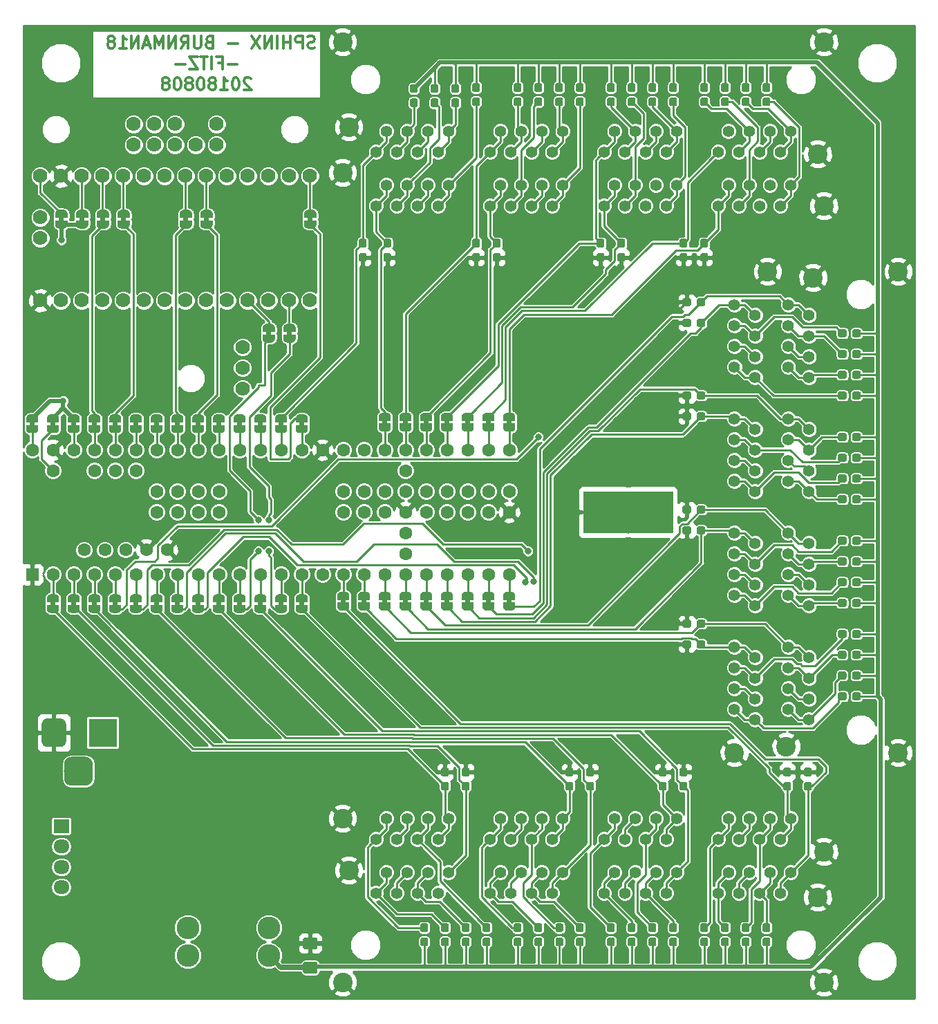
<source format=gbl>
G04 #@! TF.GenerationSoftware,KiCad,Pcbnew,(5.0.0-rc2-dev-444-g2974a2c10)*
G04 #@! TF.CreationDate,2018-08-08T23:01:06-07:00*
G04 #@! TF.ProjectId,mcu_board,6D63755F626F6172642E6B696361645F,rev?*
G04 #@! TF.SameCoordinates,Original*
G04 #@! TF.FileFunction,Copper,L2,Bot,Signal*
G04 #@! TF.FilePolarity,Positive*
%FSLAX46Y46*%
G04 Gerber Fmt 4.6, Leading zero omitted, Abs format (unit mm)*
G04 Created by KiCad (PCBNEW (5.0.0-rc2-dev-444-g2974a2c10)) date 08/08/18 23:01:06*
%MOMM*%
%LPD*%
G01*
G04 APERTURE LIST*
%ADD10C,0.300000*%
%ADD11R,1.950000X1.700000*%
%ADD12O,1.950000X1.700000*%
%ADD13C,0.500000*%
%ADD14C,0.100000*%
%ADD15C,1.425000*%
%ADD16R,3.500000X3.500000*%
%ADD17C,3.000000*%
%ADD18C,3.500000*%
%ADD19C,2.780000*%
%ADD20C,0.600000*%
%ADD21R,11.000000X5.200000*%
%ADD22C,0.950000*%
%ADD23C,1.778000*%
%ADD24C,1.408000*%
%ADD25C,2.400000*%
%ADD26C,1.600000*%
%ADD27R,1.600000X1.600000*%
%ADD28C,0.800000*%
%ADD29C,0.250000*%
%ADD30C,0.500000*%
G04 APERTURE END LIST*
D10*
X36110000Y-3137142D02*
X35895714Y-3208571D01*
X35538571Y-3208571D01*
X35395714Y-3137142D01*
X35324285Y-3065714D01*
X35252857Y-2922857D01*
X35252857Y-2780000D01*
X35324285Y-2637142D01*
X35395714Y-2565714D01*
X35538571Y-2494285D01*
X35824285Y-2422857D01*
X35967142Y-2351428D01*
X36038571Y-2280000D01*
X36110000Y-2137142D01*
X36110000Y-1994285D01*
X36038571Y-1851428D01*
X35967142Y-1780000D01*
X35824285Y-1708571D01*
X35467142Y-1708571D01*
X35252857Y-1780000D01*
X34610000Y-3208571D02*
X34610000Y-1708571D01*
X34038571Y-1708571D01*
X33895714Y-1780000D01*
X33824285Y-1851428D01*
X33752857Y-1994285D01*
X33752857Y-2208571D01*
X33824285Y-2351428D01*
X33895714Y-2422857D01*
X34038571Y-2494285D01*
X34610000Y-2494285D01*
X33110000Y-3208571D02*
X33110000Y-1708571D01*
X33110000Y-2422857D02*
X32252857Y-2422857D01*
X32252857Y-3208571D02*
X32252857Y-1708571D01*
X31538571Y-3208571D02*
X31538571Y-1708571D01*
X30824285Y-3208571D02*
X30824285Y-1708571D01*
X29967142Y-3208571D01*
X29967142Y-1708571D01*
X29395714Y-1708571D02*
X28395714Y-3208571D01*
X28395714Y-1708571D02*
X29395714Y-3208571D01*
X26681428Y-2637142D02*
X25538571Y-2637142D01*
X23181428Y-2422857D02*
X22967142Y-2494285D01*
X22895714Y-2565714D01*
X22824285Y-2708571D01*
X22824285Y-2922857D01*
X22895714Y-3065714D01*
X22967142Y-3137142D01*
X23110000Y-3208571D01*
X23681428Y-3208571D01*
X23681428Y-1708571D01*
X23181428Y-1708571D01*
X23038571Y-1780000D01*
X22967142Y-1851428D01*
X22895714Y-1994285D01*
X22895714Y-2137142D01*
X22967142Y-2280000D01*
X23038571Y-2351428D01*
X23181428Y-2422857D01*
X23681428Y-2422857D01*
X22181428Y-1708571D02*
X22181428Y-2922857D01*
X22110000Y-3065714D01*
X22038571Y-3137142D01*
X21895714Y-3208571D01*
X21610000Y-3208571D01*
X21467142Y-3137142D01*
X21395714Y-3065714D01*
X21324285Y-2922857D01*
X21324285Y-1708571D01*
X19752857Y-3208571D02*
X20252857Y-2494285D01*
X20610000Y-3208571D02*
X20610000Y-1708571D01*
X20038571Y-1708571D01*
X19895714Y-1780000D01*
X19824285Y-1851428D01*
X19752857Y-1994285D01*
X19752857Y-2208571D01*
X19824285Y-2351428D01*
X19895714Y-2422857D01*
X20038571Y-2494285D01*
X20610000Y-2494285D01*
X19110000Y-3208571D02*
X19110000Y-1708571D01*
X18252857Y-3208571D01*
X18252857Y-1708571D01*
X17538571Y-3208571D02*
X17538571Y-1708571D01*
X17038571Y-2780000D01*
X16538571Y-1708571D01*
X16538571Y-3208571D01*
X15895714Y-2780000D02*
X15181428Y-2780000D01*
X16038571Y-3208571D02*
X15538571Y-1708571D01*
X15038571Y-3208571D01*
X14538571Y-3208571D02*
X14538571Y-1708571D01*
X13681428Y-3208571D01*
X13681428Y-1708571D01*
X12181428Y-3208571D02*
X13038571Y-3208571D01*
X12610000Y-3208571D02*
X12610000Y-1708571D01*
X12752857Y-1922857D01*
X12895714Y-2065714D01*
X13038571Y-2137142D01*
X11324285Y-2351428D02*
X11467142Y-2280000D01*
X11538571Y-2208571D01*
X11610000Y-2065714D01*
X11610000Y-1994285D01*
X11538571Y-1851428D01*
X11467142Y-1780000D01*
X11324285Y-1708571D01*
X11038571Y-1708571D01*
X10895714Y-1780000D01*
X10824285Y-1851428D01*
X10752857Y-1994285D01*
X10752857Y-2065714D01*
X10824285Y-2208571D01*
X10895714Y-2280000D01*
X11038571Y-2351428D01*
X11324285Y-2351428D01*
X11467142Y-2422857D01*
X11538571Y-2494285D01*
X11610000Y-2637142D01*
X11610000Y-2922857D01*
X11538571Y-3065714D01*
X11467142Y-3137142D01*
X11324285Y-3208571D01*
X11038571Y-3208571D01*
X10895714Y-3137142D01*
X10824285Y-3065714D01*
X10752857Y-2922857D01*
X10752857Y-2637142D01*
X10824285Y-2494285D01*
X10895714Y-2422857D01*
X11038571Y-2351428D01*
X26645714Y-5187142D02*
X25502857Y-5187142D01*
X24288571Y-4972857D02*
X24788571Y-4972857D01*
X24788571Y-5758571D02*
X24788571Y-4258571D01*
X24074285Y-4258571D01*
X23502857Y-5758571D02*
X23502857Y-4258571D01*
X23002857Y-4258571D02*
X22145714Y-4258571D01*
X22574285Y-5758571D02*
X22574285Y-4258571D01*
X21788571Y-4258571D02*
X20788571Y-4258571D01*
X21788571Y-5758571D01*
X20788571Y-5758571D01*
X20217142Y-5187142D02*
X19074285Y-5187142D01*
X28288571Y-6951428D02*
X28217142Y-6880000D01*
X28074285Y-6808571D01*
X27717142Y-6808571D01*
X27574285Y-6880000D01*
X27502857Y-6951428D01*
X27431428Y-7094285D01*
X27431428Y-7237142D01*
X27502857Y-7451428D01*
X28360000Y-8308571D01*
X27431428Y-8308571D01*
X26502857Y-6808571D02*
X26360000Y-6808571D01*
X26217142Y-6880000D01*
X26145714Y-6951428D01*
X26074285Y-7094285D01*
X26002857Y-7380000D01*
X26002857Y-7737142D01*
X26074285Y-8022857D01*
X26145714Y-8165714D01*
X26217142Y-8237142D01*
X26360000Y-8308571D01*
X26502857Y-8308571D01*
X26645714Y-8237142D01*
X26717142Y-8165714D01*
X26788571Y-8022857D01*
X26860000Y-7737142D01*
X26860000Y-7380000D01*
X26788571Y-7094285D01*
X26717142Y-6951428D01*
X26645714Y-6880000D01*
X26502857Y-6808571D01*
X24574285Y-8308571D02*
X25431428Y-8308571D01*
X25002857Y-8308571D02*
X25002857Y-6808571D01*
X25145714Y-7022857D01*
X25288571Y-7165714D01*
X25431428Y-7237142D01*
X23717142Y-7451428D02*
X23860000Y-7380000D01*
X23931428Y-7308571D01*
X24002857Y-7165714D01*
X24002857Y-7094285D01*
X23931428Y-6951428D01*
X23860000Y-6880000D01*
X23717142Y-6808571D01*
X23431428Y-6808571D01*
X23288571Y-6880000D01*
X23217142Y-6951428D01*
X23145714Y-7094285D01*
X23145714Y-7165714D01*
X23217142Y-7308571D01*
X23288571Y-7380000D01*
X23431428Y-7451428D01*
X23717142Y-7451428D01*
X23860000Y-7522857D01*
X23931428Y-7594285D01*
X24002857Y-7737142D01*
X24002857Y-8022857D01*
X23931428Y-8165714D01*
X23860000Y-8237142D01*
X23717142Y-8308571D01*
X23431428Y-8308571D01*
X23288571Y-8237142D01*
X23217142Y-8165714D01*
X23145714Y-8022857D01*
X23145714Y-7737142D01*
X23217142Y-7594285D01*
X23288571Y-7522857D01*
X23431428Y-7451428D01*
X22217142Y-6808571D02*
X22074285Y-6808571D01*
X21931428Y-6880000D01*
X21860000Y-6951428D01*
X21788571Y-7094285D01*
X21717142Y-7380000D01*
X21717142Y-7737142D01*
X21788571Y-8022857D01*
X21860000Y-8165714D01*
X21931428Y-8237142D01*
X22074285Y-8308571D01*
X22217142Y-8308571D01*
X22360000Y-8237142D01*
X22431428Y-8165714D01*
X22502857Y-8022857D01*
X22574285Y-7737142D01*
X22574285Y-7380000D01*
X22502857Y-7094285D01*
X22431428Y-6951428D01*
X22360000Y-6880000D01*
X22217142Y-6808571D01*
X20860000Y-7451428D02*
X21002857Y-7380000D01*
X21074285Y-7308571D01*
X21145714Y-7165714D01*
X21145714Y-7094285D01*
X21074285Y-6951428D01*
X21002857Y-6880000D01*
X20860000Y-6808571D01*
X20574285Y-6808571D01*
X20431428Y-6880000D01*
X20360000Y-6951428D01*
X20288571Y-7094285D01*
X20288571Y-7165714D01*
X20360000Y-7308571D01*
X20431428Y-7380000D01*
X20574285Y-7451428D01*
X20860000Y-7451428D01*
X21002857Y-7522857D01*
X21074285Y-7594285D01*
X21145714Y-7737142D01*
X21145714Y-8022857D01*
X21074285Y-8165714D01*
X21002857Y-8237142D01*
X20860000Y-8308571D01*
X20574285Y-8308571D01*
X20431428Y-8237142D01*
X20360000Y-8165714D01*
X20288571Y-8022857D01*
X20288571Y-7737142D01*
X20360000Y-7594285D01*
X20431428Y-7522857D01*
X20574285Y-7451428D01*
X19360000Y-6808571D02*
X19217142Y-6808571D01*
X19074285Y-6880000D01*
X19002857Y-6951428D01*
X18931428Y-7094285D01*
X18860000Y-7380000D01*
X18860000Y-7737142D01*
X18931428Y-8022857D01*
X19002857Y-8165714D01*
X19074285Y-8237142D01*
X19217142Y-8308571D01*
X19360000Y-8308571D01*
X19502857Y-8237142D01*
X19574285Y-8165714D01*
X19645714Y-8022857D01*
X19717142Y-7737142D01*
X19717142Y-7380000D01*
X19645714Y-7094285D01*
X19574285Y-6951428D01*
X19502857Y-6880000D01*
X19360000Y-6808571D01*
X18002857Y-7451428D02*
X18145714Y-7380000D01*
X18217142Y-7308571D01*
X18288571Y-7165714D01*
X18288571Y-7094285D01*
X18217142Y-6951428D01*
X18145714Y-6880000D01*
X18002857Y-6808571D01*
X17717142Y-6808571D01*
X17574285Y-6880000D01*
X17502857Y-6951428D01*
X17431428Y-7094285D01*
X17431428Y-7165714D01*
X17502857Y-7308571D01*
X17574285Y-7380000D01*
X17717142Y-7451428D01*
X18002857Y-7451428D01*
X18145714Y-7522857D01*
X18217142Y-7594285D01*
X18288571Y-7737142D01*
X18288571Y-8022857D01*
X18217142Y-8165714D01*
X18145714Y-8237142D01*
X18002857Y-8308571D01*
X17717142Y-8308571D01*
X17574285Y-8237142D01*
X17502857Y-8165714D01*
X17431428Y-8022857D01*
X17431428Y-7737142D01*
X17502857Y-7594285D01*
X17574285Y-7522857D01*
X17717142Y-7451428D01*
D11*
X5080000Y-98440000D03*
D12*
X5080000Y-100940000D03*
X5080000Y-103440000D03*
X5080000Y-105940000D03*
D13*
X4051097Y-71854732D03*
D14*
G36*
X3751097Y-71354732D02*
X3751097Y-70954732D01*
X4351097Y-70954732D01*
X4351097Y-71354732D01*
X4801097Y-71354732D01*
X4801097Y-71854732D01*
X4800495Y-71854732D01*
X4800495Y-71879266D01*
X4795685Y-71928097D01*
X4786113Y-71976222D01*
X4771869Y-72023177D01*
X4753092Y-72068510D01*
X4729961Y-72111783D01*
X4702701Y-72152582D01*
X4671573Y-72190511D01*
X4636876Y-72225208D01*
X4598947Y-72256336D01*
X4558148Y-72283596D01*
X4514875Y-72306727D01*
X4469542Y-72325504D01*
X4422587Y-72339748D01*
X4374462Y-72349320D01*
X4325631Y-72354130D01*
X4301097Y-72354130D01*
X4301097Y-72354732D01*
X3801097Y-72354732D01*
X3801097Y-72354130D01*
X3776563Y-72354130D01*
X3727732Y-72349320D01*
X3679607Y-72339748D01*
X3632652Y-72325504D01*
X3587319Y-72306727D01*
X3544046Y-72283596D01*
X3503247Y-72256336D01*
X3465318Y-72225208D01*
X3430621Y-72190511D01*
X3399493Y-72152582D01*
X3372233Y-72111783D01*
X3349102Y-72068510D01*
X3330325Y-72023177D01*
X3316081Y-71976222D01*
X3306509Y-71928097D01*
X3301699Y-71879266D01*
X3301699Y-71854732D01*
X3301097Y-71854732D01*
X3301097Y-71354732D01*
X3751097Y-71354732D01*
X3751097Y-71354732D01*
G37*
D13*
X4051097Y-70554732D03*
D14*
G36*
X3301699Y-70554732D02*
X3301699Y-70530198D01*
X3306509Y-70481367D01*
X3316081Y-70433242D01*
X3330325Y-70386287D01*
X3349102Y-70340954D01*
X3372233Y-70297681D01*
X3399493Y-70256882D01*
X3430621Y-70218953D01*
X3465318Y-70184256D01*
X3503247Y-70153128D01*
X3544046Y-70125868D01*
X3587319Y-70102737D01*
X3632652Y-70083960D01*
X3679607Y-70069716D01*
X3727732Y-70060144D01*
X3776563Y-70055334D01*
X3801097Y-70055334D01*
X3801097Y-70054732D01*
X4301097Y-70054732D01*
X4301097Y-70055334D01*
X4325631Y-70055334D01*
X4374462Y-70060144D01*
X4422587Y-70069716D01*
X4469542Y-70083960D01*
X4514875Y-70102737D01*
X4558148Y-70125868D01*
X4598947Y-70153128D01*
X4636876Y-70184256D01*
X4671573Y-70218953D01*
X4702701Y-70256882D01*
X4729961Y-70297681D01*
X4753092Y-70340954D01*
X4771869Y-70386287D01*
X4786113Y-70433242D01*
X4795685Y-70481367D01*
X4800495Y-70530198D01*
X4800495Y-70554732D01*
X4801097Y-70554732D01*
X4801097Y-71054732D01*
X3301097Y-71054732D01*
X3301097Y-70554732D01*
X3301699Y-70554732D01*
X3301699Y-70554732D01*
G37*
D13*
X6591097Y-70554732D03*
D14*
G36*
X5841699Y-70554732D02*
X5841699Y-70530198D01*
X5846509Y-70481367D01*
X5856081Y-70433242D01*
X5870325Y-70386287D01*
X5889102Y-70340954D01*
X5912233Y-70297681D01*
X5939493Y-70256882D01*
X5970621Y-70218953D01*
X6005318Y-70184256D01*
X6043247Y-70153128D01*
X6084046Y-70125868D01*
X6127319Y-70102737D01*
X6172652Y-70083960D01*
X6219607Y-70069716D01*
X6267732Y-70060144D01*
X6316563Y-70055334D01*
X6341097Y-70055334D01*
X6341097Y-70054732D01*
X6841097Y-70054732D01*
X6841097Y-70055334D01*
X6865631Y-70055334D01*
X6914462Y-70060144D01*
X6962587Y-70069716D01*
X7009542Y-70083960D01*
X7054875Y-70102737D01*
X7098148Y-70125868D01*
X7138947Y-70153128D01*
X7176876Y-70184256D01*
X7211573Y-70218953D01*
X7242701Y-70256882D01*
X7269961Y-70297681D01*
X7293092Y-70340954D01*
X7311869Y-70386287D01*
X7326113Y-70433242D01*
X7335685Y-70481367D01*
X7340495Y-70530198D01*
X7340495Y-70554732D01*
X7341097Y-70554732D01*
X7341097Y-71054732D01*
X5841097Y-71054732D01*
X5841097Y-70554732D01*
X5841699Y-70554732D01*
X5841699Y-70554732D01*
G37*
D13*
X6591097Y-71854732D03*
D14*
G36*
X6291097Y-71354732D02*
X6291097Y-70954732D01*
X6891097Y-70954732D01*
X6891097Y-71354732D01*
X7341097Y-71354732D01*
X7341097Y-71854732D01*
X7340495Y-71854732D01*
X7340495Y-71879266D01*
X7335685Y-71928097D01*
X7326113Y-71976222D01*
X7311869Y-72023177D01*
X7293092Y-72068510D01*
X7269961Y-72111783D01*
X7242701Y-72152582D01*
X7211573Y-72190511D01*
X7176876Y-72225208D01*
X7138947Y-72256336D01*
X7098148Y-72283596D01*
X7054875Y-72306727D01*
X7009542Y-72325504D01*
X6962587Y-72339748D01*
X6914462Y-72349320D01*
X6865631Y-72354130D01*
X6841097Y-72354130D01*
X6841097Y-72354732D01*
X6341097Y-72354732D01*
X6341097Y-72354130D01*
X6316563Y-72354130D01*
X6267732Y-72349320D01*
X6219607Y-72339748D01*
X6172652Y-72325504D01*
X6127319Y-72306727D01*
X6084046Y-72283596D01*
X6043247Y-72256336D01*
X6005318Y-72225208D01*
X5970621Y-72190511D01*
X5939493Y-72152582D01*
X5912233Y-72111783D01*
X5889102Y-72068510D01*
X5870325Y-72023177D01*
X5856081Y-71976222D01*
X5846509Y-71928097D01*
X5841699Y-71879266D01*
X5841699Y-71854732D01*
X5841097Y-71854732D01*
X5841097Y-71354732D01*
X6291097Y-71354732D01*
X6291097Y-71354732D01*
G37*
D13*
X9131097Y-71854732D03*
D14*
G36*
X8831097Y-71354732D02*
X8831097Y-70954732D01*
X9431097Y-70954732D01*
X9431097Y-71354732D01*
X9881097Y-71354732D01*
X9881097Y-71854732D01*
X9880495Y-71854732D01*
X9880495Y-71879266D01*
X9875685Y-71928097D01*
X9866113Y-71976222D01*
X9851869Y-72023177D01*
X9833092Y-72068510D01*
X9809961Y-72111783D01*
X9782701Y-72152582D01*
X9751573Y-72190511D01*
X9716876Y-72225208D01*
X9678947Y-72256336D01*
X9638148Y-72283596D01*
X9594875Y-72306727D01*
X9549542Y-72325504D01*
X9502587Y-72339748D01*
X9454462Y-72349320D01*
X9405631Y-72354130D01*
X9381097Y-72354130D01*
X9381097Y-72354732D01*
X8881097Y-72354732D01*
X8881097Y-72354130D01*
X8856563Y-72354130D01*
X8807732Y-72349320D01*
X8759607Y-72339748D01*
X8712652Y-72325504D01*
X8667319Y-72306727D01*
X8624046Y-72283596D01*
X8583247Y-72256336D01*
X8545318Y-72225208D01*
X8510621Y-72190511D01*
X8479493Y-72152582D01*
X8452233Y-72111783D01*
X8429102Y-72068510D01*
X8410325Y-72023177D01*
X8396081Y-71976222D01*
X8386509Y-71928097D01*
X8381699Y-71879266D01*
X8381699Y-71854732D01*
X8381097Y-71854732D01*
X8381097Y-71354732D01*
X8831097Y-71354732D01*
X8831097Y-71354732D01*
G37*
D13*
X9131097Y-70554732D03*
D14*
G36*
X8381699Y-70554732D02*
X8381699Y-70530198D01*
X8386509Y-70481367D01*
X8396081Y-70433242D01*
X8410325Y-70386287D01*
X8429102Y-70340954D01*
X8452233Y-70297681D01*
X8479493Y-70256882D01*
X8510621Y-70218953D01*
X8545318Y-70184256D01*
X8583247Y-70153128D01*
X8624046Y-70125868D01*
X8667319Y-70102737D01*
X8712652Y-70083960D01*
X8759607Y-70069716D01*
X8807732Y-70060144D01*
X8856563Y-70055334D01*
X8881097Y-70055334D01*
X8881097Y-70054732D01*
X9381097Y-70054732D01*
X9381097Y-70055334D01*
X9405631Y-70055334D01*
X9454462Y-70060144D01*
X9502587Y-70069716D01*
X9549542Y-70083960D01*
X9594875Y-70102737D01*
X9638148Y-70125868D01*
X9678947Y-70153128D01*
X9716876Y-70184256D01*
X9751573Y-70218953D01*
X9782701Y-70256882D01*
X9809961Y-70297681D01*
X9833092Y-70340954D01*
X9851869Y-70386287D01*
X9866113Y-70433242D01*
X9875685Y-70481367D01*
X9880495Y-70530198D01*
X9880495Y-70554732D01*
X9881097Y-70554732D01*
X9881097Y-71054732D01*
X8381097Y-71054732D01*
X8381097Y-70554732D01*
X8381699Y-70554732D01*
X8381699Y-70554732D01*
G37*
D13*
X11671097Y-70554732D03*
D14*
G36*
X10921699Y-70554732D02*
X10921699Y-70530198D01*
X10926509Y-70481367D01*
X10936081Y-70433242D01*
X10950325Y-70386287D01*
X10969102Y-70340954D01*
X10992233Y-70297681D01*
X11019493Y-70256882D01*
X11050621Y-70218953D01*
X11085318Y-70184256D01*
X11123247Y-70153128D01*
X11164046Y-70125868D01*
X11207319Y-70102737D01*
X11252652Y-70083960D01*
X11299607Y-70069716D01*
X11347732Y-70060144D01*
X11396563Y-70055334D01*
X11421097Y-70055334D01*
X11421097Y-70054732D01*
X11921097Y-70054732D01*
X11921097Y-70055334D01*
X11945631Y-70055334D01*
X11994462Y-70060144D01*
X12042587Y-70069716D01*
X12089542Y-70083960D01*
X12134875Y-70102737D01*
X12178148Y-70125868D01*
X12218947Y-70153128D01*
X12256876Y-70184256D01*
X12291573Y-70218953D01*
X12322701Y-70256882D01*
X12349961Y-70297681D01*
X12373092Y-70340954D01*
X12391869Y-70386287D01*
X12406113Y-70433242D01*
X12415685Y-70481367D01*
X12420495Y-70530198D01*
X12420495Y-70554732D01*
X12421097Y-70554732D01*
X12421097Y-71054732D01*
X10921097Y-71054732D01*
X10921097Y-70554732D01*
X10921699Y-70554732D01*
X10921699Y-70554732D01*
G37*
D13*
X11671097Y-71854732D03*
D14*
G36*
X11371097Y-71354732D02*
X11371097Y-70954732D01*
X11971097Y-70954732D01*
X11971097Y-71354732D01*
X12421097Y-71354732D01*
X12421097Y-71854732D01*
X12420495Y-71854732D01*
X12420495Y-71879266D01*
X12415685Y-71928097D01*
X12406113Y-71976222D01*
X12391869Y-72023177D01*
X12373092Y-72068510D01*
X12349961Y-72111783D01*
X12322701Y-72152582D01*
X12291573Y-72190511D01*
X12256876Y-72225208D01*
X12218947Y-72256336D01*
X12178148Y-72283596D01*
X12134875Y-72306727D01*
X12089542Y-72325504D01*
X12042587Y-72339748D01*
X11994462Y-72349320D01*
X11945631Y-72354130D01*
X11921097Y-72354130D01*
X11921097Y-72354732D01*
X11421097Y-72354732D01*
X11421097Y-72354130D01*
X11396563Y-72354130D01*
X11347732Y-72349320D01*
X11299607Y-72339748D01*
X11252652Y-72325504D01*
X11207319Y-72306727D01*
X11164046Y-72283596D01*
X11123247Y-72256336D01*
X11085318Y-72225208D01*
X11050621Y-72190511D01*
X11019493Y-72152582D01*
X10992233Y-72111783D01*
X10969102Y-72068510D01*
X10950325Y-72023177D01*
X10936081Y-71976222D01*
X10926509Y-71928097D01*
X10921699Y-71879266D01*
X10921699Y-71854732D01*
X10921097Y-71854732D01*
X10921097Y-71354732D01*
X11371097Y-71354732D01*
X11371097Y-71354732D01*
G37*
D13*
X30480000Y-38750000D03*
D14*
G36*
X30180000Y-38250000D02*
X30180000Y-37850000D01*
X30780000Y-37850000D01*
X30780000Y-38250000D01*
X31230000Y-38250000D01*
X31230000Y-38750000D01*
X31229398Y-38750000D01*
X31229398Y-38774534D01*
X31224588Y-38823365D01*
X31215016Y-38871490D01*
X31200772Y-38918445D01*
X31181995Y-38963778D01*
X31158864Y-39007051D01*
X31131604Y-39047850D01*
X31100476Y-39085779D01*
X31065779Y-39120476D01*
X31027850Y-39151604D01*
X30987051Y-39178864D01*
X30943778Y-39201995D01*
X30898445Y-39220772D01*
X30851490Y-39235016D01*
X30803365Y-39244588D01*
X30754534Y-39249398D01*
X30730000Y-39249398D01*
X30730000Y-39250000D01*
X30230000Y-39250000D01*
X30230000Y-39249398D01*
X30205466Y-39249398D01*
X30156635Y-39244588D01*
X30108510Y-39235016D01*
X30061555Y-39220772D01*
X30016222Y-39201995D01*
X29972949Y-39178864D01*
X29932150Y-39151604D01*
X29894221Y-39120476D01*
X29859524Y-39085779D01*
X29828396Y-39047850D01*
X29801136Y-39007051D01*
X29778005Y-38963778D01*
X29759228Y-38918445D01*
X29744984Y-38871490D01*
X29735412Y-38823365D01*
X29730602Y-38774534D01*
X29730602Y-38750000D01*
X29730000Y-38750000D01*
X29730000Y-38250000D01*
X30180000Y-38250000D01*
X30180000Y-38250000D01*
G37*
D13*
X30480000Y-37450000D03*
D14*
G36*
X29730602Y-37450000D02*
X29730602Y-37425466D01*
X29735412Y-37376635D01*
X29744984Y-37328510D01*
X29759228Y-37281555D01*
X29778005Y-37236222D01*
X29801136Y-37192949D01*
X29828396Y-37152150D01*
X29859524Y-37114221D01*
X29894221Y-37079524D01*
X29932150Y-37048396D01*
X29972949Y-37021136D01*
X30016222Y-36998005D01*
X30061555Y-36979228D01*
X30108510Y-36964984D01*
X30156635Y-36955412D01*
X30205466Y-36950602D01*
X30230000Y-36950602D01*
X30230000Y-36950000D01*
X30730000Y-36950000D01*
X30730000Y-36950602D01*
X30754534Y-36950602D01*
X30803365Y-36955412D01*
X30851490Y-36964984D01*
X30898445Y-36979228D01*
X30943778Y-36998005D01*
X30987051Y-37021136D01*
X31027850Y-37048396D01*
X31065779Y-37079524D01*
X31100476Y-37114221D01*
X31131604Y-37152150D01*
X31158864Y-37192949D01*
X31181995Y-37236222D01*
X31200772Y-37281555D01*
X31215016Y-37328510D01*
X31224588Y-37376635D01*
X31229398Y-37425466D01*
X31229398Y-37450000D01*
X31230000Y-37450000D01*
X31230000Y-37950000D01*
X29730000Y-37950000D01*
X29730000Y-37450000D01*
X29730602Y-37450000D01*
X29730602Y-37450000D01*
G37*
D13*
X26911097Y-70554732D03*
D14*
G36*
X26161699Y-70554732D02*
X26161699Y-70530198D01*
X26166509Y-70481367D01*
X26176081Y-70433242D01*
X26190325Y-70386287D01*
X26209102Y-70340954D01*
X26232233Y-70297681D01*
X26259493Y-70256882D01*
X26290621Y-70218953D01*
X26325318Y-70184256D01*
X26363247Y-70153128D01*
X26404046Y-70125868D01*
X26447319Y-70102737D01*
X26492652Y-70083960D01*
X26539607Y-70069716D01*
X26587732Y-70060144D01*
X26636563Y-70055334D01*
X26661097Y-70055334D01*
X26661097Y-70054732D01*
X27161097Y-70054732D01*
X27161097Y-70055334D01*
X27185631Y-70055334D01*
X27234462Y-70060144D01*
X27282587Y-70069716D01*
X27329542Y-70083960D01*
X27374875Y-70102737D01*
X27418148Y-70125868D01*
X27458947Y-70153128D01*
X27496876Y-70184256D01*
X27531573Y-70218953D01*
X27562701Y-70256882D01*
X27589961Y-70297681D01*
X27613092Y-70340954D01*
X27631869Y-70386287D01*
X27646113Y-70433242D01*
X27655685Y-70481367D01*
X27660495Y-70530198D01*
X27660495Y-70554732D01*
X27661097Y-70554732D01*
X27661097Y-71054732D01*
X26161097Y-71054732D01*
X26161097Y-70554732D01*
X26161699Y-70554732D01*
X26161699Y-70554732D01*
G37*
D13*
X26911097Y-71854732D03*
D14*
G36*
X26611097Y-71354732D02*
X26611097Y-70954732D01*
X27211097Y-70954732D01*
X27211097Y-71354732D01*
X27661097Y-71354732D01*
X27661097Y-71854732D01*
X27660495Y-71854732D01*
X27660495Y-71879266D01*
X27655685Y-71928097D01*
X27646113Y-71976222D01*
X27631869Y-72023177D01*
X27613092Y-72068510D01*
X27589961Y-72111783D01*
X27562701Y-72152582D01*
X27531573Y-72190511D01*
X27496876Y-72225208D01*
X27458947Y-72256336D01*
X27418148Y-72283596D01*
X27374875Y-72306727D01*
X27329542Y-72325504D01*
X27282587Y-72339748D01*
X27234462Y-72349320D01*
X27185631Y-72354130D01*
X27161097Y-72354130D01*
X27161097Y-72354732D01*
X26661097Y-72354732D01*
X26661097Y-72354130D01*
X26636563Y-72354130D01*
X26587732Y-72349320D01*
X26539607Y-72339748D01*
X26492652Y-72325504D01*
X26447319Y-72306727D01*
X26404046Y-72283596D01*
X26363247Y-72256336D01*
X26325318Y-72225208D01*
X26290621Y-72190511D01*
X26259493Y-72152582D01*
X26232233Y-72111783D01*
X26209102Y-72068510D01*
X26190325Y-72023177D01*
X26176081Y-71976222D01*
X26166509Y-71928097D01*
X26161699Y-71879266D01*
X26161699Y-71854732D01*
X26161097Y-71854732D01*
X26161097Y-71354732D01*
X26611097Y-71354732D01*
X26611097Y-71354732D01*
G37*
D13*
X14211097Y-71854732D03*
D14*
G36*
X13911097Y-71354732D02*
X13911097Y-70954732D01*
X14511097Y-70954732D01*
X14511097Y-71354732D01*
X14961097Y-71354732D01*
X14961097Y-71854732D01*
X14960495Y-71854732D01*
X14960495Y-71879266D01*
X14955685Y-71928097D01*
X14946113Y-71976222D01*
X14931869Y-72023177D01*
X14913092Y-72068510D01*
X14889961Y-72111783D01*
X14862701Y-72152582D01*
X14831573Y-72190511D01*
X14796876Y-72225208D01*
X14758947Y-72256336D01*
X14718148Y-72283596D01*
X14674875Y-72306727D01*
X14629542Y-72325504D01*
X14582587Y-72339748D01*
X14534462Y-72349320D01*
X14485631Y-72354130D01*
X14461097Y-72354130D01*
X14461097Y-72354732D01*
X13961097Y-72354732D01*
X13961097Y-72354130D01*
X13936563Y-72354130D01*
X13887732Y-72349320D01*
X13839607Y-72339748D01*
X13792652Y-72325504D01*
X13747319Y-72306727D01*
X13704046Y-72283596D01*
X13663247Y-72256336D01*
X13625318Y-72225208D01*
X13590621Y-72190511D01*
X13559493Y-72152582D01*
X13532233Y-72111783D01*
X13509102Y-72068510D01*
X13490325Y-72023177D01*
X13476081Y-71976222D01*
X13466509Y-71928097D01*
X13461699Y-71879266D01*
X13461699Y-71854732D01*
X13461097Y-71854732D01*
X13461097Y-71354732D01*
X13911097Y-71354732D01*
X13911097Y-71354732D01*
G37*
D13*
X14211097Y-70554732D03*
D14*
G36*
X13461699Y-70554732D02*
X13461699Y-70530198D01*
X13466509Y-70481367D01*
X13476081Y-70433242D01*
X13490325Y-70386287D01*
X13509102Y-70340954D01*
X13532233Y-70297681D01*
X13559493Y-70256882D01*
X13590621Y-70218953D01*
X13625318Y-70184256D01*
X13663247Y-70153128D01*
X13704046Y-70125868D01*
X13747319Y-70102737D01*
X13792652Y-70083960D01*
X13839607Y-70069716D01*
X13887732Y-70060144D01*
X13936563Y-70055334D01*
X13961097Y-70055334D01*
X13961097Y-70054732D01*
X14461097Y-70054732D01*
X14461097Y-70055334D01*
X14485631Y-70055334D01*
X14534462Y-70060144D01*
X14582587Y-70069716D01*
X14629542Y-70083960D01*
X14674875Y-70102737D01*
X14718148Y-70125868D01*
X14758947Y-70153128D01*
X14796876Y-70184256D01*
X14831573Y-70218953D01*
X14862701Y-70256882D01*
X14889961Y-70297681D01*
X14913092Y-70340954D01*
X14931869Y-70386287D01*
X14946113Y-70433242D01*
X14955685Y-70481367D01*
X14960495Y-70530198D01*
X14960495Y-70554732D01*
X14961097Y-70554732D01*
X14961097Y-71054732D01*
X13461097Y-71054732D01*
X13461097Y-70554732D01*
X13461699Y-70554732D01*
X13461699Y-70554732D01*
G37*
D13*
X35560000Y-23480000D03*
D14*
G36*
X34810602Y-23480000D02*
X34810602Y-23455466D01*
X34815412Y-23406635D01*
X34824984Y-23358510D01*
X34839228Y-23311555D01*
X34858005Y-23266222D01*
X34881136Y-23222949D01*
X34908396Y-23182150D01*
X34939524Y-23144221D01*
X34974221Y-23109524D01*
X35012150Y-23078396D01*
X35052949Y-23051136D01*
X35096222Y-23028005D01*
X35141555Y-23009228D01*
X35188510Y-22994984D01*
X35236635Y-22985412D01*
X35285466Y-22980602D01*
X35310000Y-22980602D01*
X35310000Y-22980000D01*
X35810000Y-22980000D01*
X35810000Y-22980602D01*
X35834534Y-22980602D01*
X35883365Y-22985412D01*
X35931490Y-22994984D01*
X35978445Y-23009228D01*
X36023778Y-23028005D01*
X36067051Y-23051136D01*
X36107850Y-23078396D01*
X36145779Y-23109524D01*
X36180476Y-23144221D01*
X36211604Y-23182150D01*
X36238864Y-23222949D01*
X36261995Y-23266222D01*
X36280772Y-23311555D01*
X36295016Y-23358510D01*
X36304588Y-23406635D01*
X36309398Y-23455466D01*
X36309398Y-23480000D01*
X36310000Y-23480000D01*
X36310000Y-23980000D01*
X34810000Y-23980000D01*
X34810000Y-23480000D01*
X34810602Y-23480000D01*
X34810602Y-23480000D01*
G37*
D13*
X35560000Y-24780000D03*
D14*
G36*
X35260000Y-24280000D02*
X35260000Y-23880000D01*
X35860000Y-23880000D01*
X35860000Y-24280000D01*
X36310000Y-24280000D01*
X36310000Y-24780000D01*
X36309398Y-24780000D01*
X36309398Y-24804534D01*
X36304588Y-24853365D01*
X36295016Y-24901490D01*
X36280772Y-24948445D01*
X36261995Y-24993778D01*
X36238864Y-25037051D01*
X36211604Y-25077850D01*
X36180476Y-25115779D01*
X36145779Y-25150476D01*
X36107850Y-25181604D01*
X36067051Y-25208864D01*
X36023778Y-25231995D01*
X35978445Y-25250772D01*
X35931490Y-25265016D01*
X35883365Y-25274588D01*
X35834534Y-25279398D01*
X35810000Y-25279398D01*
X35810000Y-25280000D01*
X35310000Y-25280000D01*
X35310000Y-25279398D01*
X35285466Y-25279398D01*
X35236635Y-25274588D01*
X35188510Y-25265016D01*
X35141555Y-25250772D01*
X35096222Y-25231995D01*
X35052949Y-25208864D01*
X35012150Y-25181604D01*
X34974221Y-25150476D01*
X34939524Y-25115779D01*
X34908396Y-25077850D01*
X34881136Y-25037051D01*
X34858005Y-24993778D01*
X34839228Y-24948445D01*
X34824984Y-24901490D01*
X34815412Y-24853365D01*
X34810602Y-24804534D01*
X34810602Y-24780000D01*
X34810000Y-24780000D01*
X34810000Y-24280000D01*
X35260000Y-24280000D01*
X35260000Y-24280000D01*
G37*
D13*
X16751097Y-71854732D03*
D14*
G36*
X16451097Y-71354732D02*
X16451097Y-70954732D01*
X17051097Y-70954732D01*
X17051097Y-71354732D01*
X17501097Y-71354732D01*
X17501097Y-71854732D01*
X17500495Y-71854732D01*
X17500495Y-71879266D01*
X17495685Y-71928097D01*
X17486113Y-71976222D01*
X17471869Y-72023177D01*
X17453092Y-72068510D01*
X17429961Y-72111783D01*
X17402701Y-72152582D01*
X17371573Y-72190511D01*
X17336876Y-72225208D01*
X17298947Y-72256336D01*
X17258148Y-72283596D01*
X17214875Y-72306727D01*
X17169542Y-72325504D01*
X17122587Y-72339748D01*
X17074462Y-72349320D01*
X17025631Y-72354130D01*
X17001097Y-72354130D01*
X17001097Y-72354732D01*
X16501097Y-72354732D01*
X16501097Y-72354130D01*
X16476563Y-72354130D01*
X16427732Y-72349320D01*
X16379607Y-72339748D01*
X16332652Y-72325504D01*
X16287319Y-72306727D01*
X16244046Y-72283596D01*
X16203247Y-72256336D01*
X16165318Y-72225208D01*
X16130621Y-72190511D01*
X16099493Y-72152582D01*
X16072233Y-72111783D01*
X16049102Y-72068510D01*
X16030325Y-72023177D01*
X16016081Y-71976222D01*
X16006509Y-71928097D01*
X16001699Y-71879266D01*
X16001699Y-71854732D01*
X16001097Y-71854732D01*
X16001097Y-71354732D01*
X16451097Y-71354732D01*
X16451097Y-71354732D01*
G37*
D13*
X16751097Y-70554732D03*
D14*
G36*
X16001699Y-70554732D02*
X16001699Y-70530198D01*
X16006509Y-70481367D01*
X16016081Y-70433242D01*
X16030325Y-70386287D01*
X16049102Y-70340954D01*
X16072233Y-70297681D01*
X16099493Y-70256882D01*
X16130621Y-70218953D01*
X16165318Y-70184256D01*
X16203247Y-70153128D01*
X16244046Y-70125868D01*
X16287319Y-70102737D01*
X16332652Y-70083960D01*
X16379607Y-70069716D01*
X16427732Y-70060144D01*
X16476563Y-70055334D01*
X16501097Y-70055334D01*
X16501097Y-70054732D01*
X17001097Y-70054732D01*
X17001097Y-70055334D01*
X17025631Y-70055334D01*
X17074462Y-70060144D01*
X17122587Y-70069716D01*
X17169542Y-70083960D01*
X17214875Y-70102737D01*
X17258148Y-70125868D01*
X17298947Y-70153128D01*
X17336876Y-70184256D01*
X17371573Y-70218953D01*
X17402701Y-70256882D01*
X17429961Y-70297681D01*
X17453092Y-70340954D01*
X17471869Y-70386287D01*
X17486113Y-70433242D01*
X17495685Y-70481367D01*
X17500495Y-70530198D01*
X17500495Y-70554732D01*
X17501097Y-70554732D01*
X17501097Y-71054732D01*
X16001097Y-71054732D01*
X16001097Y-70554732D01*
X16001699Y-70554732D01*
X16001699Y-70554732D01*
G37*
D13*
X21831097Y-70554732D03*
D14*
G36*
X21081699Y-70554732D02*
X21081699Y-70530198D01*
X21086509Y-70481367D01*
X21096081Y-70433242D01*
X21110325Y-70386287D01*
X21129102Y-70340954D01*
X21152233Y-70297681D01*
X21179493Y-70256882D01*
X21210621Y-70218953D01*
X21245318Y-70184256D01*
X21283247Y-70153128D01*
X21324046Y-70125868D01*
X21367319Y-70102737D01*
X21412652Y-70083960D01*
X21459607Y-70069716D01*
X21507732Y-70060144D01*
X21556563Y-70055334D01*
X21581097Y-70055334D01*
X21581097Y-70054732D01*
X22081097Y-70054732D01*
X22081097Y-70055334D01*
X22105631Y-70055334D01*
X22154462Y-70060144D01*
X22202587Y-70069716D01*
X22249542Y-70083960D01*
X22294875Y-70102737D01*
X22338148Y-70125868D01*
X22378947Y-70153128D01*
X22416876Y-70184256D01*
X22451573Y-70218953D01*
X22482701Y-70256882D01*
X22509961Y-70297681D01*
X22533092Y-70340954D01*
X22551869Y-70386287D01*
X22566113Y-70433242D01*
X22575685Y-70481367D01*
X22580495Y-70530198D01*
X22580495Y-70554732D01*
X22581097Y-70554732D01*
X22581097Y-71054732D01*
X21081097Y-71054732D01*
X21081097Y-70554732D01*
X21081699Y-70554732D01*
X21081699Y-70554732D01*
G37*
D13*
X21831097Y-71854732D03*
D14*
G36*
X21531097Y-71354732D02*
X21531097Y-70954732D01*
X22131097Y-70954732D01*
X22131097Y-71354732D01*
X22581097Y-71354732D01*
X22581097Y-71854732D01*
X22580495Y-71854732D01*
X22580495Y-71879266D01*
X22575685Y-71928097D01*
X22566113Y-71976222D01*
X22551869Y-72023177D01*
X22533092Y-72068510D01*
X22509961Y-72111783D01*
X22482701Y-72152582D01*
X22451573Y-72190511D01*
X22416876Y-72225208D01*
X22378947Y-72256336D01*
X22338148Y-72283596D01*
X22294875Y-72306727D01*
X22249542Y-72325504D01*
X22202587Y-72339748D01*
X22154462Y-72349320D01*
X22105631Y-72354130D01*
X22081097Y-72354130D01*
X22081097Y-72354732D01*
X21581097Y-72354732D01*
X21581097Y-72354130D01*
X21556563Y-72354130D01*
X21507732Y-72349320D01*
X21459607Y-72339748D01*
X21412652Y-72325504D01*
X21367319Y-72306727D01*
X21324046Y-72283596D01*
X21283247Y-72256336D01*
X21245318Y-72225208D01*
X21210621Y-72190511D01*
X21179493Y-72152582D01*
X21152233Y-72111783D01*
X21129102Y-72068510D01*
X21110325Y-72023177D01*
X21096081Y-71976222D01*
X21086509Y-71928097D01*
X21081699Y-71879266D01*
X21081699Y-71854732D01*
X21081097Y-71854732D01*
X21081097Y-71354732D01*
X21531097Y-71354732D01*
X21531097Y-71354732D01*
G37*
D13*
X24371097Y-71854732D03*
D14*
G36*
X24071097Y-71354732D02*
X24071097Y-70954732D01*
X24671097Y-70954732D01*
X24671097Y-71354732D01*
X25121097Y-71354732D01*
X25121097Y-71854732D01*
X25120495Y-71854732D01*
X25120495Y-71879266D01*
X25115685Y-71928097D01*
X25106113Y-71976222D01*
X25091869Y-72023177D01*
X25073092Y-72068510D01*
X25049961Y-72111783D01*
X25022701Y-72152582D01*
X24991573Y-72190511D01*
X24956876Y-72225208D01*
X24918947Y-72256336D01*
X24878148Y-72283596D01*
X24834875Y-72306727D01*
X24789542Y-72325504D01*
X24742587Y-72339748D01*
X24694462Y-72349320D01*
X24645631Y-72354130D01*
X24621097Y-72354130D01*
X24621097Y-72354732D01*
X24121097Y-72354732D01*
X24121097Y-72354130D01*
X24096563Y-72354130D01*
X24047732Y-72349320D01*
X23999607Y-72339748D01*
X23952652Y-72325504D01*
X23907319Y-72306727D01*
X23864046Y-72283596D01*
X23823247Y-72256336D01*
X23785318Y-72225208D01*
X23750621Y-72190511D01*
X23719493Y-72152582D01*
X23692233Y-72111783D01*
X23669102Y-72068510D01*
X23650325Y-72023177D01*
X23636081Y-71976222D01*
X23626509Y-71928097D01*
X23621699Y-71879266D01*
X23621699Y-71854732D01*
X23621097Y-71854732D01*
X23621097Y-71354732D01*
X24071097Y-71354732D01*
X24071097Y-71354732D01*
G37*
D13*
X24371097Y-70554732D03*
D14*
G36*
X23621699Y-70554732D02*
X23621699Y-70530198D01*
X23626509Y-70481367D01*
X23636081Y-70433242D01*
X23650325Y-70386287D01*
X23669102Y-70340954D01*
X23692233Y-70297681D01*
X23719493Y-70256882D01*
X23750621Y-70218953D01*
X23785318Y-70184256D01*
X23823247Y-70153128D01*
X23864046Y-70125868D01*
X23907319Y-70102737D01*
X23952652Y-70083960D01*
X23999607Y-70069716D01*
X24047732Y-70060144D01*
X24096563Y-70055334D01*
X24121097Y-70055334D01*
X24121097Y-70054732D01*
X24621097Y-70054732D01*
X24621097Y-70055334D01*
X24645631Y-70055334D01*
X24694462Y-70060144D01*
X24742587Y-70069716D01*
X24789542Y-70083960D01*
X24834875Y-70102737D01*
X24878148Y-70125868D01*
X24918947Y-70153128D01*
X24956876Y-70184256D01*
X24991573Y-70218953D01*
X25022701Y-70256882D01*
X25049961Y-70297681D01*
X25073092Y-70340954D01*
X25091869Y-70386287D01*
X25106113Y-70433242D01*
X25115685Y-70481367D01*
X25120495Y-70530198D01*
X25120495Y-70554732D01*
X25121097Y-70554732D01*
X25121097Y-71054732D01*
X23621097Y-71054732D01*
X23621097Y-70554732D01*
X23621699Y-70554732D01*
X23621699Y-70554732D01*
G37*
D13*
X29451097Y-71854732D03*
D14*
G36*
X29151097Y-71354732D02*
X29151097Y-70954732D01*
X29751097Y-70954732D01*
X29751097Y-71354732D01*
X30201097Y-71354732D01*
X30201097Y-71854732D01*
X30200495Y-71854732D01*
X30200495Y-71879266D01*
X30195685Y-71928097D01*
X30186113Y-71976222D01*
X30171869Y-72023177D01*
X30153092Y-72068510D01*
X30129961Y-72111783D01*
X30102701Y-72152582D01*
X30071573Y-72190511D01*
X30036876Y-72225208D01*
X29998947Y-72256336D01*
X29958148Y-72283596D01*
X29914875Y-72306727D01*
X29869542Y-72325504D01*
X29822587Y-72339748D01*
X29774462Y-72349320D01*
X29725631Y-72354130D01*
X29701097Y-72354130D01*
X29701097Y-72354732D01*
X29201097Y-72354732D01*
X29201097Y-72354130D01*
X29176563Y-72354130D01*
X29127732Y-72349320D01*
X29079607Y-72339748D01*
X29032652Y-72325504D01*
X28987319Y-72306727D01*
X28944046Y-72283596D01*
X28903247Y-72256336D01*
X28865318Y-72225208D01*
X28830621Y-72190511D01*
X28799493Y-72152582D01*
X28772233Y-72111783D01*
X28749102Y-72068510D01*
X28730325Y-72023177D01*
X28716081Y-71976222D01*
X28706509Y-71928097D01*
X28701699Y-71879266D01*
X28701699Y-71854732D01*
X28701097Y-71854732D01*
X28701097Y-71354732D01*
X29151097Y-71354732D01*
X29151097Y-71354732D01*
G37*
D13*
X29451097Y-70554732D03*
D14*
G36*
X28701699Y-70554732D02*
X28701699Y-70530198D01*
X28706509Y-70481367D01*
X28716081Y-70433242D01*
X28730325Y-70386287D01*
X28749102Y-70340954D01*
X28772233Y-70297681D01*
X28799493Y-70256882D01*
X28830621Y-70218953D01*
X28865318Y-70184256D01*
X28903247Y-70153128D01*
X28944046Y-70125868D01*
X28987319Y-70102737D01*
X29032652Y-70083960D01*
X29079607Y-70069716D01*
X29127732Y-70060144D01*
X29176563Y-70055334D01*
X29201097Y-70055334D01*
X29201097Y-70054732D01*
X29701097Y-70054732D01*
X29701097Y-70055334D01*
X29725631Y-70055334D01*
X29774462Y-70060144D01*
X29822587Y-70069716D01*
X29869542Y-70083960D01*
X29914875Y-70102737D01*
X29958148Y-70125868D01*
X29998947Y-70153128D01*
X30036876Y-70184256D01*
X30071573Y-70218953D01*
X30102701Y-70256882D01*
X30129961Y-70297681D01*
X30153092Y-70340954D01*
X30171869Y-70386287D01*
X30186113Y-70433242D01*
X30195685Y-70481367D01*
X30200495Y-70530198D01*
X30200495Y-70554732D01*
X30201097Y-70554732D01*
X30201097Y-71054732D01*
X28701097Y-71054732D01*
X28701097Y-70554732D01*
X28701699Y-70554732D01*
X28701699Y-70554732D01*
G37*
D13*
X31991097Y-70554732D03*
D14*
G36*
X31241699Y-70554732D02*
X31241699Y-70530198D01*
X31246509Y-70481367D01*
X31256081Y-70433242D01*
X31270325Y-70386287D01*
X31289102Y-70340954D01*
X31312233Y-70297681D01*
X31339493Y-70256882D01*
X31370621Y-70218953D01*
X31405318Y-70184256D01*
X31443247Y-70153128D01*
X31484046Y-70125868D01*
X31527319Y-70102737D01*
X31572652Y-70083960D01*
X31619607Y-70069716D01*
X31667732Y-70060144D01*
X31716563Y-70055334D01*
X31741097Y-70055334D01*
X31741097Y-70054732D01*
X32241097Y-70054732D01*
X32241097Y-70055334D01*
X32265631Y-70055334D01*
X32314462Y-70060144D01*
X32362587Y-70069716D01*
X32409542Y-70083960D01*
X32454875Y-70102737D01*
X32498148Y-70125868D01*
X32538947Y-70153128D01*
X32576876Y-70184256D01*
X32611573Y-70218953D01*
X32642701Y-70256882D01*
X32669961Y-70297681D01*
X32693092Y-70340954D01*
X32711869Y-70386287D01*
X32726113Y-70433242D01*
X32735685Y-70481367D01*
X32740495Y-70530198D01*
X32740495Y-70554732D01*
X32741097Y-70554732D01*
X32741097Y-71054732D01*
X31241097Y-71054732D01*
X31241097Y-70554732D01*
X31241699Y-70554732D01*
X31241699Y-70554732D01*
G37*
D13*
X31991097Y-71854732D03*
D14*
G36*
X31691097Y-71354732D02*
X31691097Y-70954732D01*
X32291097Y-70954732D01*
X32291097Y-71354732D01*
X32741097Y-71354732D01*
X32741097Y-71854732D01*
X32740495Y-71854732D01*
X32740495Y-71879266D01*
X32735685Y-71928097D01*
X32726113Y-71976222D01*
X32711869Y-72023177D01*
X32693092Y-72068510D01*
X32669961Y-72111783D01*
X32642701Y-72152582D01*
X32611573Y-72190511D01*
X32576876Y-72225208D01*
X32538947Y-72256336D01*
X32498148Y-72283596D01*
X32454875Y-72306727D01*
X32409542Y-72325504D01*
X32362587Y-72339748D01*
X32314462Y-72349320D01*
X32265631Y-72354130D01*
X32241097Y-72354130D01*
X32241097Y-72354732D01*
X31741097Y-72354732D01*
X31741097Y-72354130D01*
X31716563Y-72354130D01*
X31667732Y-72349320D01*
X31619607Y-72339748D01*
X31572652Y-72325504D01*
X31527319Y-72306727D01*
X31484046Y-72283596D01*
X31443247Y-72256336D01*
X31405318Y-72225208D01*
X31370621Y-72190511D01*
X31339493Y-72152582D01*
X31312233Y-72111783D01*
X31289102Y-72068510D01*
X31270325Y-72023177D01*
X31256081Y-71976222D01*
X31246509Y-71928097D01*
X31241699Y-71879266D01*
X31241699Y-71854732D01*
X31241097Y-71854732D01*
X31241097Y-71354732D01*
X31691097Y-71354732D01*
X31691097Y-71354732D01*
G37*
D13*
X39611097Y-70248470D03*
D14*
G36*
X38861699Y-70248470D02*
X38861699Y-70223936D01*
X38866509Y-70175105D01*
X38876081Y-70126980D01*
X38890325Y-70080025D01*
X38909102Y-70034692D01*
X38932233Y-69991419D01*
X38959493Y-69950620D01*
X38990621Y-69912691D01*
X39025318Y-69877994D01*
X39063247Y-69846866D01*
X39104046Y-69819606D01*
X39147319Y-69796475D01*
X39192652Y-69777698D01*
X39239607Y-69763454D01*
X39287732Y-69753882D01*
X39336563Y-69749072D01*
X39361097Y-69749072D01*
X39361097Y-69748470D01*
X39861097Y-69748470D01*
X39861097Y-69749072D01*
X39885631Y-69749072D01*
X39934462Y-69753882D01*
X39982587Y-69763454D01*
X40029542Y-69777698D01*
X40074875Y-69796475D01*
X40118148Y-69819606D01*
X40158947Y-69846866D01*
X40196876Y-69877994D01*
X40231573Y-69912691D01*
X40262701Y-69950620D01*
X40289961Y-69991419D01*
X40313092Y-70034692D01*
X40331869Y-70080025D01*
X40346113Y-70126980D01*
X40355685Y-70175105D01*
X40360495Y-70223936D01*
X40360495Y-70248470D01*
X40361097Y-70248470D01*
X40361097Y-70748470D01*
X38861097Y-70748470D01*
X38861097Y-70248470D01*
X38861699Y-70248470D01*
X38861699Y-70248470D01*
G37*
D13*
X39611097Y-71548470D03*
D14*
G36*
X39311097Y-71048470D02*
X39311097Y-70648470D01*
X39911097Y-70648470D01*
X39911097Y-71048470D01*
X40361097Y-71048470D01*
X40361097Y-71548470D01*
X40360495Y-71548470D01*
X40360495Y-71573004D01*
X40355685Y-71621835D01*
X40346113Y-71669960D01*
X40331869Y-71716915D01*
X40313092Y-71762248D01*
X40289961Y-71805521D01*
X40262701Y-71846320D01*
X40231573Y-71884249D01*
X40196876Y-71918946D01*
X40158947Y-71950074D01*
X40118148Y-71977334D01*
X40074875Y-72000465D01*
X40029542Y-72019242D01*
X39982587Y-72033486D01*
X39934462Y-72043058D01*
X39885631Y-72047868D01*
X39861097Y-72047868D01*
X39861097Y-72048470D01*
X39361097Y-72048470D01*
X39361097Y-72047868D01*
X39336563Y-72047868D01*
X39287732Y-72043058D01*
X39239607Y-72033486D01*
X39192652Y-72019242D01*
X39147319Y-72000465D01*
X39104046Y-71977334D01*
X39063247Y-71950074D01*
X39025318Y-71918946D01*
X38990621Y-71884249D01*
X38959493Y-71846320D01*
X38932233Y-71805521D01*
X38909102Y-71762248D01*
X38890325Y-71716915D01*
X38876081Y-71669960D01*
X38866509Y-71621835D01*
X38861699Y-71573004D01*
X38861699Y-71548470D01*
X38861097Y-71548470D01*
X38861097Y-71048470D01*
X39311097Y-71048470D01*
X39311097Y-71048470D01*
G37*
D13*
X42151097Y-71548470D03*
D14*
G36*
X41851097Y-71048470D02*
X41851097Y-70648470D01*
X42451097Y-70648470D01*
X42451097Y-71048470D01*
X42901097Y-71048470D01*
X42901097Y-71548470D01*
X42900495Y-71548470D01*
X42900495Y-71573004D01*
X42895685Y-71621835D01*
X42886113Y-71669960D01*
X42871869Y-71716915D01*
X42853092Y-71762248D01*
X42829961Y-71805521D01*
X42802701Y-71846320D01*
X42771573Y-71884249D01*
X42736876Y-71918946D01*
X42698947Y-71950074D01*
X42658148Y-71977334D01*
X42614875Y-72000465D01*
X42569542Y-72019242D01*
X42522587Y-72033486D01*
X42474462Y-72043058D01*
X42425631Y-72047868D01*
X42401097Y-72047868D01*
X42401097Y-72048470D01*
X41901097Y-72048470D01*
X41901097Y-72047868D01*
X41876563Y-72047868D01*
X41827732Y-72043058D01*
X41779607Y-72033486D01*
X41732652Y-72019242D01*
X41687319Y-72000465D01*
X41644046Y-71977334D01*
X41603247Y-71950074D01*
X41565318Y-71918946D01*
X41530621Y-71884249D01*
X41499493Y-71846320D01*
X41472233Y-71805521D01*
X41449102Y-71762248D01*
X41430325Y-71716915D01*
X41416081Y-71669960D01*
X41406509Y-71621835D01*
X41401699Y-71573004D01*
X41401699Y-71548470D01*
X41401097Y-71548470D01*
X41401097Y-71048470D01*
X41851097Y-71048470D01*
X41851097Y-71048470D01*
G37*
D13*
X42151097Y-70248470D03*
D14*
G36*
X41401699Y-70248470D02*
X41401699Y-70223936D01*
X41406509Y-70175105D01*
X41416081Y-70126980D01*
X41430325Y-70080025D01*
X41449102Y-70034692D01*
X41472233Y-69991419D01*
X41499493Y-69950620D01*
X41530621Y-69912691D01*
X41565318Y-69877994D01*
X41603247Y-69846866D01*
X41644046Y-69819606D01*
X41687319Y-69796475D01*
X41732652Y-69777698D01*
X41779607Y-69763454D01*
X41827732Y-69753882D01*
X41876563Y-69749072D01*
X41901097Y-69749072D01*
X41901097Y-69748470D01*
X42401097Y-69748470D01*
X42401097Y-69749072D01*
X42425631Y-69749072D01*
X42474462Y-69753882D01*
X42522587Y-69763454D01*
X42569542Y-69777698D01*
X42614875Y-69796475D01*
X42658148Y-69819606D01*
X42698947Y-69846866D01*
X42736876Y-69877994D01*
X42771573Y-69912691D01*
X42802701Y-69950620D01*
X42829961Y-69991419D01*
X42853092Y-70034692D01*
X42871869Y-70080025D01*
X42886113Y-70126980D01*
X42895685Y-70175105D01*
X42900495Y-70223936D01*
X42900495Y-70248470D01*
X42901097Y-70248470D01*
X42901097Y-70748470D01*
X41401097Y-70748470D01*
X41401097Y-70248470D01*
X41401699Y-70248470D01*
X41401699Y-70248470D01*
G37*
D13*
X34531097Y-48526934D03*
D14*
G36*
X34831097Y-49026934D02*
X34831097Y-49426934D01*
X34231097Y-49426934D01*
X34231097Y-49026934D01*
X33781097Y-49026934D01*
X33781097Y-48526934D01*
X33781699Y-48526934D01*
X33781699Y-48502400D01*
X33786509Y-48453569D01*
X33796081Y-48405444D01*
X33810325Y-48358489D01*
X33829102Y-48313156D01*
X33852233Y-48269883D01*
X33879493Y-48229084D01*
X33910621Y-48191155D01*
X33945318Y-48156458D01*
X33983247Y-48125330D01*
X34024046Y-48098070D01*
X34067319Y-48074939D01*
X34112652Y-48056162D01*
X34159607Y-48041918D01*
X34207732Y-48032346D01*
X34256563Y-48027536D01*
X34281097Y-48027536D01*
X34281097Y-48026934D01*
X34781097Y-48026934D01*
X34781097Y-48027536D01*
X34805631Y-48027536D01*
X34854462Y-48032346D01*
X34902587Y-48041918D01*
X34949542Y-48056162D01*
X34994875Y-48074939D01*
X35038148Y-48098070D01*
X35078947Y-48125330D01*
X35116876Y-48156458D01*
X35151573Y-48191155D01*
X35182701Y-48229084D01*
X35209961Y-48269883D01*
X35233092Y-48313156D01*
X35251869Y-48358489D01*
X35266113Y-48405444D01*
X35275685Y-48453569D01*
X35280495Y-48502400D01*
X35280495Y-48526934D01*
X35281097Y-48526934D01*
X35281097Y-49026934D01*
X34831097Y-49026934D01*
X34831097Y-49026934D01*
G37*
D13*
X34531097Y-49826934D03*
D14*
G36*
X35280495Y-49826934D02*
X35280495Y-49851468D01*
X35275685Y-49900299D01*
X35266113Y-49948424D01*
X35251869Y-49995379D01*
X35233092Y-50040712D01*
X35209961Y-50083985D01*
X35182701Y-50124784D01*
X35151573Y-50162713D01*
X35116876Y-50197410D01*
X35078947Y-50228538D01*
X35038148Y-50255798D01*
X34994875Y-50278929D01*
X34949542Y-50297706D01*
X34902587Y-50311950D01*
X34854462Y-50321522D01*
X34805631Y-50326332D01*
X34781097Y-50326332D01*
X34781097Y-50326934D01*
X34281097Y-50326934D01*
X34281097Y-50326332D01*
X34256563Y-50326332D01*
X34207732Y-50321522D01*
X34159607Y-50311950D01*
X34112652Y-50297706D01*
X34067319Y-50278929D01*
X34024046Y-50255798D01*
X33983247Y-50228538D01*
X33945318Y-50197410D01*
X33910621Y-50162713D01*
X33879493Y-50124784D01*
X33852233Y-50083985D01*
X33829102Y-50040712D01*
X33810325Y-49995379D01*
X33796081Y-49948424D01*
X33786509Y-49900299D01*
X33781699Y-49851468D01*
X33781699Y-49826934D01*
X33781097Y-49826934D01*
X33781097Y-49326934D01*
X35281097Y-49326934D01*
X35281097Y-49826934D01*
X35280495Y-49826934D01*
X35280495Y-49826934D01*
G37*
D13*
X57391097Y-70248470D03*
D14*
G36*
X56641699Y-70248470D02*
X56641699Y-70223936D01*
X56646509Y-70175105D01*
X56656081Y-70126980D01*
X56670325Y-70080025D01*
X56689102Y-70034692D01*
X56712233Y-69991419D01*
X56739493Y-69950620D01*
X56770621Y-69912691D01*
X56805318Y-69877994D01*
X56843247Y-69846866D01*
X56884046Y-69819606D01*
X56927319Y-69796475D01*
X56972652Y-69777698D01*
X57019607Y-69763454D01*
X57067732Y-69753882D01*
X57116563Y-69749072D01*
X57141097Y-69749072D01*
X57141097Y-69748470D01*
X57641097Y-69748470D01*
X57641097Y-69749072D01*
X57665631Y-69749072D01*
X57714462Y-69753882D01*
X57762587Y-69763454D01*
X57809542Y-69777698D01*
X57854875Y-69796475D01*
X57898148Y-69819606D01*
X57938947Y-69846866D01*
X57976876Y-69877994D01*
X58011573Y-69912691D01*
X58042701Y-69950620D01*
X58069961Y-69991419D01*
X58093092Y-70034692D01*
X58111869Y-70080025D01*
X58126113Y-70126980D01*
X58135685Y-70175105D01*
X58140495Y-70223936D01*
X58140495Y-70248470D01*
X58141097Y-70248470D01*
X58141097Y-70748470D01*
X56641097Y-70748470D01*
X56641097Y-70248470D01*
X56641699Y-70248470D01*
X56641699Y-70248470D01*
G37*
D13*
X57391097Y-71548470D03*
D14*
G36*
X57091097Y-71048470D02*
X57091097Y-70648470D01*
X57691097Y-70648470D01*
X57691097Y-71048470D01*
X58141097Y-71048470D01*
X58141097Y-71548470D01*
X58140495Y-71548470D01*
X58140495Y-71573004D01*
X58135685Y-71621835D01*
X58126113Y-71669960D01*
X58111869Y-71716915D01*
X58093092Y-71762248D01*
X58069961Y-71805521D01*
X58042701Y-71846320D01*
X58011573Y-71884249D01*
X57976876Y-71918946D01*
X57938947Y-71950074D01*
X57898148Y-71977334D01*
X57854875Y-72000465D01*
X57809542Y-72019242D01*
X57762587Y-72033486D01*
X57714462Y-72043058D01*
X57665631Y-72047868D01*
X57641097Y-72047868D01*
X57641097Y-72048470D01*
X57141097Y-72048470D01*
X57141097Y-72047868D01*
X57116563Y-72047868D01*
X57067732Y-72043058D01*
X57019607Y-72033486D01*
X56972652Y-72019242D01*
X56927319Y-72000465D01*
X56884046Y-71977334D01*
X56843247Y-71950074D01*
X56805318Y-71918946D01*
X56770621Y-71884249D01*
X56739493Y-71846320D01*
X56712233Y-71805521D01*
X56689102Y-71762248D01*
X56670325Y-71716915D01*
X56656081Y-71669960D01*
X56646509Y-71621835D01*
X56641699Y-71573004D01*
X56641699Y-71548470D01*
X56641097Y-71548470D01*
X56641097Y-71048470D01*
X57091097Y-71048470D01*
X57091097Y-71048470D01*
G37*
D13*
X59931097Y-71548470D03*
D14*
G36*
X59631097Y-71048470D02*
X59631097Y-70648470D01*
X60231097Y-70648470D01*
X60231097Y-71048470D01*
X60681097Y-71048470D01*
X60681097Y-71548470D01*
X60680495Y-71548470D01*
X60680495Y-71573004D01*
X60675685Y-71621835D01*
X60666113Y-71669960D01*
X60651869Y-71716915D01*
X60633092Y-71762248D01*
X60609961Y-71805521D01*
X60582701Y-71846320D01*
X60551573Y-71884249D01*
X60516876Y-71918946D01*
X60478947Y-71950074D01*
X60438148Y-71977334D01*
X60394875Y-72000465D01*
X60349542Y-72019242D01*
X60302587Y-72033486D01*
X60254462Y-72043058D01*
X60205631Y-72047868D01*
X60181097Y-72047868D01*
X60181097Y-72048470D01*
X59681097Y-72048470D01*
X59681097Y-72047868D01*
X59656563Y-72047868D01*
X59607732Y-72043058D01*
X59559607Y-72033486D01*
X59512652Y-72019242D01*
X59467319Y-72000465D01*
X59424046Y-71977334D01*
X59383247Y-71950074D01*
X59345318Y-71918946D01*
X59310621Y-71884249D01*
X59279493Y-71846320D01*
X59252233Y-71805521D01*
X59229102Y-71762248D01*
X59210325Y-71716915D01*
X59196081Y-71669960D01*
X59186509Y-71621835D01*
X59181699Y-71573004D01*
X59181699Y-71548470D01*
X59181097Y-71548470D01*
X59181097Y-71048470D01*
X59631097Y-71048470D01*
X59631097Y-71048470D01*
G37*
D13*
X59931097Y-70248470D03*
D14*
G36*
X59181699Y-70248470D02*
X59181699Y-70223936D01*
X59186509Y-70175105D01*
X59196081Y-70126980D01*
X59210325Y-70080025D01*
X59229102Y-70034692D01*
X59252233Y-69991419D01*
X59279493Y-69950620D01*
X59310621Y-69912691D01*
X59345318Y-69877994D01*
X59383247Y-69846866D01*
X59424046Y-69819606D01*
X59467319Y-69796475D01*
X59512652Y-69777698D01*
X59559607Y-69763454D01*
X59607732Y-69753882D01*
X59656563Y-69749072D01*
X59681097Y-69749072D01*
X59681097Y-69748470D01*
X60181097Y-69748470D01*
X60181097Y-69749072D01*
X60205631Y-69749072D01*
X60254462Y-69753882D01*
X60302587Y-69763454D01*
X60349542Y-69777698D01*
X60394875Y-69796475D01*
X60438148Y-69819606D01*
X60478947Y-69846866D01*
X60516876Y-69877994D01*
X60551573Y-69912691D01*
X60582701Y-69950620D01*
X60609961Y-69991419D01*
X60633092Y-70034692D01*
X60651869Y-70080025D01*
X60666113Y-70126980D01*
X60675685Y-70175105D01*
X60680495Y-70223936D01*
X60680495Y-70248470D01*
X60681097Y-70248470D01*
X60681097Y-70748470D01*
X59181097Y-70748470D01*
X59181097Y-70248470D01*
X59181699Y-70248470D01*
X59181699Y-70248470D01*
G37*
D13*
X59931097Y-49636732D03*
D14*
G36*
X60680495Y-49636732D02*
X60680495Y-49661266D01*
X60675685Y-49710097D01*
X60666113Y-49758222D01*
X60651869Y-49805177D01*
X60633092Y-49850510D01*
X60609961Y-49893783D01*
X60582701Y-49934582D01*
X60551573Y-49972511D01*
X60516876Y-50007208D01*
X60478947Y-50038336D01*
X60438148Y-50065596D01*
X60394875Y-50088727D01*
X60349542Y-50107504D01*
X60302587Y-50121748D01*
X60254462Y-50131320D01*
X60205631Y-50136130D01*
X60181097Y-50136130D01*
X60181097Y-50136732D01*
X59681097Y-50136732D01*
X59681097Y-50136130D01*
X59656563Y-50136130D01*
X59607732Y-50131320D01*
X59559607Y-50121748D01*
X59512652Y-50107504D01*
X59467319Y-50088727D01*
X59424046Y-50065596D01*
X59383247Y-50038336D01*
X59345318Y-50007208D01*
X59310621Y-49972511D01*
X59279493Y-49934582D01*
X59252233Y-49893783D01*
X59229102Y-49850510D01*
X59210325Y-49805177D01*
X59196081Y-49758222D01*
X59186509Y-49710097D01*
X59181699Y-49661266D01*
X59181699Y-49636732D01*
X59181097Y-49636732D01*
X59181097Y-49136732D01*
X60681097Y-49136732D01*
X60681097Y-49636732D01*
X60680495Y-49636732D01*
X60680495Y-49636732D01*
G37*
D13*
X59931097Y-48336732D03*
D14*
G36*
X60231097Y-48836732D02*
X60231097Y-49236732D01*
X59631097Y-49236732D01*
X59631097Y-48836732D01*
X59181097Y-48836732D01*
X59181097Y-48336732D01*
X59181699Y-48336732D01*
X59181699Y-48312198D01*
X59186509Y-48263367D01*
X59196081Y-48215242D01*
X59210325Y-48168287D01*
X59229102Y-48122954D01*
X59252233Y-48079681D01*
X59279493Y-48038882D01*
X59310621Y-48000953D01*
X59345318Y-47966256D01*
X59383247Y-47935128D01*
X59424046Y-47907868D01*
X59467319Y-47884737D01*
X59512652Y-47865960D01*
X59559607Y-47851716D01*
X59607732Y-47842144D01*
X59656563Y-47837334D01*
X59681097Y-47837334D01*
X59681097Y-47836732D01*
X60181097Y-47836732D01*
X60181097Y-47837334D01*
X60205631Y-47837334D01*
X60254462Y-47842144D01*
X60302587Y-47851716D01*
X60349542Y-47865960D01*
X60394875Y-47884737D01*
X60438148Y-47907868D01*
X60478947Y-47935128D01*
X60516876Y-47966256D01*
X60551573Y-48000953D01*
X60582701Y-48038882D01*
X60609961Y-48079681D01*
X60633092Y-48122954D01*
X60651869Y-48168287D01*
X60666113Y-48215242D01*
X60675685Y-48263367D01*
X60680495Y-48312198D01*
X60680495Y-48336732D01*
X60681097Y-48336732D01*
X60681097Y-48836732D01*
X60231097Y-48836732D01*
X60231097Y-48836732D01*
G37*
D13*
X57391097Y-48336732D03*
D14*
G36*
X57691097Y-48836732D02*
X57691097Y-49236732D01*
X57091097Y-49236732D01*
X57091097Y-48836732D01*
X56641097Y-48836732D01*
X56641097Y-48336732D01*
X56641699Y-48336732D01*
X56641699Y-48312198D01*
X56646509Y-48263367D01*
X56656081Y-48215242D01*
X56670325Y-48168287D01*
X56689102Y-48122954D01*
X56712233Y-48079681D01*
X56739493Y-48038882D01*
X56770621Y-48000953D01*
X56805318Y-47966256D01*
X56843247Y-47935128D01*
X56884046Y-47907868D01*
X56927319Y-47884737D01*
X56972652Y-47865960D01*
X57019607Y-47851716D01*
X57067732Y-47842144D01*
X57116563Y-47837334D01*
X57141097Y-47837334D01*
X57141097Y-47836732D01*
X57641097Y-47836732D01*
X57641097Y-47837334D01*
X57665631Y-47837334D01*
X57714462Y-47842144D01*
X57762587Y-47851716D01*
X57809542Y-47865960D01*
X57854875Y-47884737D01*
X57898148Y-47907868D01*
X57938947Y-47935128D01*
X57976876Y-47966256D01*
X58011573Y-48000953D01*
X58042701Y-48038882D01*
X58069961Y-48079681D01*
X58093092Y-48122954D01*
X58111869Y-48168287D01*
X58126113Y-48215242D01*
X58135685Y-48263367D01*
X58140495Y-48312198D01*
X58140495Y-48336732D01*
X58141097Y-48336732D01*
X58141097Y-48836732D01*
X57691097Y-48836732D01*
X57691097Y-48836732D01*
G37*
D13*
X57391097Y-49636732D03*
D14*
G36*
X58140495Y-49636732D02*
X58140495Y-49661266D01*
X58135685Y-49710097D01*
X58126113Y-49758222D01*
X58111869Y-49805177D01*
X58093092Y-49850510D01*
X58069961Y-49893783D01*
X58042701Y-49934582D01*
X58011573Y-49972511D01*
X57976876Y-50007208D01*
X57938947Y-50038336D01*
X57898148Y-50065596D01*
X57854875Y-50088727D01*
X57809542Y-50107504D01*
X57762587Y-50121748D01*
X57714462Y-50131320D01*
X57665631Y-50136130D01*
X57641097Y-50136130D01*
X57641097Y-50136732D01*
X57141097Y-50136732D01*
X57141097Y-50136130D01*
X57116563Y-50136130D01*
X57067732Y-50131320D01*
X57019607Y-50121748D01*
X56972652Y-50107504D01*
X56927319Y-50088727D01*
X56884046Y-50065596D01*
X56843247Y-50038336D01*
X56805318Y-50007208D01*
X56770621Y-49972511D01*
X56739493Y-49934582D01*
X56712233Y-49893783D01*
X56689102Y-49850510D01*
X56670325Y-49805177D01*
X56656081Y-49758222D01*
X56646509Y-49710097D01*
X56641699Y-49661266D01*
X56641699Y-49636732D01*
X56641097Y-49636732D01*
X56641097Y-49136732D01*
X58141097Y-49136732D01*
X58141097Y-49636732D01*
X58140495Y-49636732D01*
X58140495Y-49636732D01*
G37*
D13*
X54851097Y-49636732D03*
D14*
G36*
X55600495Y-49636732D02*
X55600495Y-49661266D01*
X55595685Y-49710097D01*
X55586113Y-49758222D01*
X55571869Y-49805177D01*
X55553092Y-49850510D01*
X55529961Y-49893783D01*
X55502701Y-49934582D01*
X55471573Y-49972511D01*
X55436876Y-50007208D01*
X55398947Y-50038336D01*
X55358148Y-50065596D01*
X55314875Y-50088727D01*
X55269542Y-50107504D01*
X55222587Y-50121748D01*
X55174462Y-50131320D01*
X55125631Y-50136130D01*
X55101097Y-50136130D01*
X55101097Y-50136732D01*
X54601097Y-50136732D01*
X54601097Y-50136130D01*
X54576563Y-50136130D01*
X54527732Y-50131320D01*
X54479607Y-50121748D01*
X54432652Y-50107504D01*
X54387319Y-50088727D01*
X54344046Y-50065596D01*
X54303247Y-50038336D01*
X54265318Y-50007208D01*
X54230621Y-49972511D01*
X54199493Y-49934582D01*
X54172233Y-49893783D01*
X54149102Y-49850510D01*
X54130325Y-49805177D01*
X54116081Y-49758222D01*
X54106509Y-49710097D01*
X54101699Y-49661266D01*
X54101699Y-49636732D01*
X54101097Y-49636732D01*
X54101097Y-49136732D01*
X55601097Y-49136732D01*
X55601097Y-49636732D01*
X55600495Y-49636732D01*
X55600495Y-49636732D01*
G37*
D13*
X54851097Y-48336732D03*
D14*
G36*
X55151097Y-48836732D02*
X55151097Y-49236732D01*
X54551097Y-49236732D01*
X54551097Y-48836732D01*
X54101097Y-48836732D01*
X54101097Y-48336732D01*
X54101699Y-48336732D01*
X54101699Y-48312198D01*
X54106509Y-48263367D01*
X54116081Y-48215242D01*
X54130325Y-48168287D01*
X54149102Y-48122954D01*
X54172233Y-48079681D01*
X54199493Y-48038882D01*
X54230621Y-48000953D01*
X54265318Y-47966256D01*
X54303247Y-47935128D01*
X54344046Y-47907868D01*
X54387319Y-47884737D01*
X54432652Y-47865960D01*
X54479607Y-47851716D01*
X54527732Y-47842144D01*
X54576563Y-47837334D01*
X54601097Y-47837334D01*
X54601097Y-47836732D01*
X55101097Y-47836732D01*
X55101097Y-47837334D01*
X55125631Y-47837334D01*
X55174462Y-47842144D01*
X55222587Y-47851716D01*
X55269542Y-47865960D01*
X55314875Y-47884737D01*
X55358148Y-47907868D01*
X55398947Y-47935128D01*
X55436876Y-47966256D01*
X55471573Y-48000953D01*
X55502701Y-48038882D01*
X55529961Y-48079681D01*
X55553092Y-48122954D01*
X55571869Y-48168287D01*
X55586113Y-48215242D01*
X55595685Y-48263367D01*
X55600495Y-48312198D01*
X55600495Y-48336732D01*
X55601097Y-48336732D01*
X55601097Y-48836732D01*
X55151097Y-48836732D01*
X55151097Y-48836732D01*
G37*
D13*
X34531097Y-71854732D03*
D14*
G36*
X34231097Y-71354732D02*
X34231097Y-70954732D01*
X34831097Y-70954732D01*
X34831097Y-71354732D01*
X35281097Y-71354732D01*
X35281097Y-71854732D01*
X35280495Y-71854732D01*
X35280495Y-71879266D01*
X35275685Y-71928097D01*
X35266113Y-71976222D01*
X35251869Y-72023177D01*
X35233092Y-72068510D01*
X35209961Y-72111783D01*
X35182701Y-72152582D01*
X35151573Y-72190511D01*
X35116876Y-72225208D01*
X35078947Y-72256336D01*
X35038148Y-72283596D01*
X34994875Y-72306727D01*
X34949542Y-72325504D01*
X34902587Y-72339748D01*
X34854462Y-72349320D01*
X34805631Y-72354130D01*
X34781097Y-72354130D01*
X34781097Y-72354732D01*
X34281097Y-72354732D01*
X34281097Y-72354130D01*
X34256563Y-72354130D01*
X34207732Y-72349320D01*
X34159607Y-72339748D01*
X34112652Y-72325504D01*
X34067319Y-72306727D01*
X34024046Y-72283596D01*
X33983247Y-72256336D01*
X33945318Y-72225208D01*
X33910621Y-72190511D01*
X33879493Y-72152582D01*
X33852233Y-72111783D01*
X33829102Y-72068510D01*
X33810325Y-72023177D01*
X33796081Y-71976222D01*
X33786509Y-71928097D01*
X33781699Y-71879266D01*
X33781699Y-71854732D01*
X33781097Y-71854732D01*
X33781097Y-71354732D01*
X34231097Y-71354732D01*
X34231097Y-71354732D01*
G37*
D13*
X34531097Y-70554732D03*
D14*
G36*
X33781699Y-70554732D02*
X33781699Y-70530198D01*
X33786509Y-70481367D01*
X33796081Y-70433242D01*
X33810325Y-70386287D01*
X33829102Y-70340954D01*
X33852233Y-70297681D01*
X33879493Y-70256882D01*
X33910621Y-70218953D01*
X33945318Y-70184256D01*
X33983247Y-70153128D01*
X34024046Y-70125868D01*
X34067319Y-70102737D01*
X34112652Y-70083960D01*
X34159607Y-70069716D01*
X34207732Y-70060144D01*
X34256563Y-70055334D01*
X34281097Y-70055334D01*
X34281097Y-70054732D01*
X34781097Y-70054732D01*
X34781097Y-70055334D01*
X34805631Y-70055334D01*
X34854462Y-70060144D01*
X34902587Y-70069716D01*
X34949542Y-70083960D01*
X34994875Y-70102737D01*
X35038148Y-70125868D01*
X35078947Y-70153128D01*
X35116876Y-70184256D01*
X35151573Y-70218953D01*
X35182701Y-70256882D01*
X35209961Y-70297681D01*
X35233092Y-70340954D01*
X35251869Y-70386287D01*
X35266113Y-70433242D01*
X35275685Y-70481367D01*
X35280495Y-70530198D01*
X35280495Y-70554732D01*
X35281097Y-70554732D01*
X35281097Y-71054732D01*
X33781097Y-71054732D01*
X33781097Y-70554732D01*
X33781699Y-70554732D01*
X33781699Y-70554732D01*
G37*
D13*
X49771097Y-49636732D03*
D14*
G36*
X50520495Y-49636732D02*
X50520495Y-49661266D01*
X50515685Y-49710097D01*
X50506113Y-49758222D01*
X50491869Y-49805177D01*
X50473092Y-49850510D01*
X50449961Y-49893783D01*
X50422701Y-49934582D01*
X50391573Y-49972511D01*
X50356876Y-50007208D01*
X50318947Y-50038336D01*
X50278148Y-50065596D01*
X50234875Y-50088727D01*
X50189542Y-50107504D01*
X50142587Y-50121748D01*
X50094462Y-50131320D01*
X50045631Y-50136130D01*
X50021097Y-50136130D01*
X50021097Y-50136732D01*
X49521097Y-50136732D01*
X49521097Y-50136130D01*
X49496563Y-50136130D01*
X49447732Y-50131320D01*
X49399607Y-50121748D01*
X49352652Y-50107504D01*
X49307319Y-50088727D01*
X49264046Y-50065596D01*
X49223247Y-50038336D01*
X49185318Y-50007208D01*
X49150621Y-49972511D01*
X49119493Y-49934582D01*
X49092233Y-49893783D01*
X49069102Y-49850510D01*
X49050325Y-49805177D01*
X49036081Y-49758222D01*
X49026509Y-49710097D01*
X49021699Y-49661266D01*
X49021699Y-49636732D01*
X49021097Y-49636732D01*
X49021097Y-49136732D01*
X50521097Y-49136732D01*
X50521097Y-49636732D01*
X50520495Y-49636732D01*
X50520495Y-49636732D01*
G37*
D13*
X49771097Y-48336732D03*
D14*
G36*
X50071097Y-48836732D02*
X50071097Y-49236732D01*
X49471097Y-49236732D01*
X49471097Y-48836732D01*
X49021097Y-48836732D01*
X49021097Y-48336732D01*
X49021699Y-48336732D01*
X49021699Y-48312198D01*
X49026509Y-48263367D01*
X49036081Y-48215242D01*
X49050325Y-48168287D01*
X49069102Y-48122954D01*
X49092233Y-48079681D01*
X49119493Y-48038882D01*
X49150621Y-48000953D01*
X49185318Y-47966256D01*
X49223247Y-47935128D01*
X49264046Y-47907868D01*
X49307319Y-47884737D01*
X49352652Y-47865960D01*
X49399607Y-47851716D01*
X49447732Y-47842144D01*
X49496563Y-47837334D01*
X49521097Y-47837334D01*
X49521097Y-47836732D01*
X50021097Y-47836732D01*
X50021097Y-47837334D01*
X50045631Y-47837334D01*
X50094462Y-47842144D01*
X50142587Y-47851716D01*
X50189542Y-47865960D01*
X50234875Y-47884737D01*
X50278148Y-47907868D01*
X50318947Y-47935128D01*
X50356876Y-47966256D01*
X50391573Y-48000953D01*
X50422701Y-48038882D01*
X50449961Y-48079681D01*
X50473092Y-48122954D01*
X50491869Y-48168287D01*
X50506113Y-48215242D01*
X50515685Y-48263367D01*
X50520495Y-48312198D01*
X50520495Y-48336732D01*
X50521097Y-48336732D01*
X50521097Y-48836732D01*
X50071097Y-48836732D01*
X50071097Y-48836732D01*
G37*
D13*
X47231097Y-48336732D03*
D14*
G36*
X47531097Y-48836732D02*
X47531097Y-49236732D01*
X46931097Y-49236732D01*
X46931097Y-48836732D01*
X46481097Y-48836732D01*
X46481097Y-48336732D01*
X46481699Y-48336732D01*
X46481699Y-48312198D01*
X46486509Y-48263367D01*
X46496081Y-48215242D01*
X46510325Y-48168287D01*
X46529102Y-48122954D01*
X46552233Y-48079681D01*
X46579493Y-48038882D01*
X46610621Y-48000953D01*
X46645318Y-47966256D01*
X46683247Y-47935128D01*
X46724046Y-47907868D01*
X46767319Y-47884737D01*
X46812652Y-47865960D01*
X46859607Y-47851716D01*
X46907732Y-47842144D01*
X46956563Y-47837334D01*
X46981097Y-47837334D01*
X46981097Y-47836732D01*
X47481097Y-47836732D01*
X47481097Y-47837334D01*
X47505631Y-47837334D01*
X47554462Y-47842144D01*
X47602587Y-47851716D01*
X47649542Y-47865960D01*
X47694875Y-47884737D01*
X47738148Y-47907868D01*
X47778947Y-47935128D01*
X47816876Y-47966256D01*
X47851573Y-48000953D01*
X47882701Y-48038882D01*
X47909961Y-48079681D01*
X47933092Y-48122954D01*
X47951869Y-48168287D01*
X47966113Y-48215242D01*
X47975685Y-48263367D01*
X47980495Y-48312198D01*
X47980495Y-48336732D01*
X47981097Y-48336732D01*
X47981097Y-48836732D01*
X47531097Y-48836732D01*
X47531097Y-48836732D01*
G37*
D13*
X47231097Y-49636732D03*
D14*
G36*
X47980495Y-49636732D02*
X47980495Y-49661266D01*
X47975685Y-49710097D01*
X47966113Y-49758222D01*
X47951869Y-49805177D01*
X47933092Y-49850510D01*
X47909961Y-49893783D01*
X47882701Y-49934582D01*
X47851573Y-49972511D01*
X47816876Y-50007208D01*
X47778947Y-50038336D01*
X47738148Y-50065596D01*
X47694875Y-50088727D01*
X47649542Y-50107504D01*
X47602587Y-50121748D01*
X47554462Y-50131320D01*
X47505631Y-50136130D01*
X47481097Y-50136130D01*
X47481097Y-50136732D01*
X46981097Y-50136732D01*
X46981097Y-50136130D01*
X46956563Y-50136130D01*
X46907732Y-50131320D01*
X46859607Y-50121748D01*
X46812652Y-50107504D01*
X46767319Y-50088727D01*
X46724046Y-50065596D01*
X46683247Y-50038336D01*
X46645318Y-50007208D01*
X46610621Y-49972511D01*
X46579493Y-49934582D01*
X46552233Y-49893783D01*
X46529102Y-49850510D01*
X46510325Y-49805177D01*
X46496081Y-49758222D01*
X46486509Y-49710097D01*
X46481699Y-49661266D01*
X46481699Y-49636732D01*
X46481097Y-49636732D01*
X46481097Y-49136732D01*
X47981097Y-49136732D01*
X47981097Y-49636732D01*
X47980495Y-49636732D01*
X47980495Y-49636732D01*
G37*
D13*
X44691097Y-49636732D03*
D14*
G36*
X45440495Y-49636732D02*
X45440495Y-49661266D01*
X45435685Y-49710097D01*
X45426113Y-49758222D01*
X45411869Y-49805177D01*
X45393092Y-49850510D01*
X45369961Y-49893783D01*
X45342701Y-49934582D01*
X45311573Y-49972511D01*
X45276876Y-50007208D01*
X45238947Y-50038336D01*
X45198148Y-50065596D01*
X45154875Y-50088727D01*
X45109542Y-50107504D01*
X45062587Y-50121748D01*
X45014462Y-50131320D01*
X44965631Y-50136130D01*
X44941097Y-50136130D01*
X44941097Y-50136732D01*
X44441097Y-50136732D01*
X44441097Y-50136130D01*
X44416563Y-50136130D01*
X44367732Y-50131320D01*
X44319607Y-50121748D01*
X44272652Y-50107504D01*
X44227319Y-50088727D01*
X44184046Y-50065596D01*
X44143247Y-50038336D01*
X44105318Y-50007208D01*
X44070621Y-49972511D01*
X44039493Y-49934582D01*
X44012233Y-49893783D01*
X43989102Y-49850510D01*
X43970325Y-49805177D01*
X43956081Y-49758222D01*
X43946509Y-49710097D01*
X43941699Y-49661266D01*
X43941699Y-49636732D01*
X43941097Y-49636732D01*
X43941097Y-49136732D01*
X45441097Y-49136732D01*
X45441097Y-49636732D01*
X45440495Y-49636732D01*
X45440495Y-49636732D01*
G37*
D13*
X44691097Y-48336732D03*
D14*
G36*
X44991097Y-48836732D02*
X44991097Y-49236732D01*
X44391097Y-49236732D01*
X44391097Y-48836732D01*
X43941097Y-48836732D01*
X43941097Y-48336732D01*
X43941699Y-48336732D01*
X43941699Y-48312198D01*
X43946509Y-48263367D01*
X43956081Y-48215242D01*
X43970325Y-48168287D01*
X43989102Y-48122954D01*
X44012233Y-48079681D01*
X44039493Y-48038882D01*
X44070621Y-48000953D01*
X44105318Y-47966256D01*
X44143247Y-47935128D01*
X44184046Y-47907868D01*
X44227319Y-47884737D01*
X44272652Y-47865960D01*
X44319607Y-47851716D01*
X44367732Y-47842144D01*
X44416563Y-47837334D01*
X44441097Y-47837334D01*
X44441097Y-47836732D01*
X44941097Y-47836732D01*
X44941097Y-47837334D01*
X44965631Y-47837334D01*
X45014462Y-47842144D01*
X45062587Y-47851716D01*
X45109542Y-47865960D01*
X45154875Y-47884737D01*
X45198148Y-47907868D01*
X45238947Y-47935128D01*
X45276876Y-47966256D01*
X45311573Y-48000953D01*
X45342701Y-48038882D01*
X45369961Y-48079681D01*
X45393092Y-48122954D01*
X45411869Y-48168287D01*
X45426113Y-48215242D01*
X45435685Y-48263367D01*
X45440495Y-48312198D01*
X45440495Y-48336732D01*
X45441097Y-48336732D01*
X45441097Y-48836732D01*
X44991097Y-48836732D01*
X44991097Y-48836732D01*
G37*
D13*
X54851097Y-71548470D03*
D14*
G36*
X54551097Y-71048470D02*
X54551097Y-70648470D01*
X55151097Y-70648470D01*
X55151097Y-71048470D01*
X55601097Y-71048470D01*
X55601097Y-71548470D01*
X55600495Y-71548470D01*
X55600495Y-71573004D01*
X55595685Y-71621835D01*
X55586113Y-71669960D01*
X55571869Y-71716915D01*
X55553092Y-71762248D01*
X55529961Y-71805521D01*
X55502701Y-71846320D01*
X55471573Y-71884249D01*
X55436876Y-71918946D01*
X55398947Y-71950074D01*
X55358148Y-71977334D01*
X55314875Y-72000465D01*
X55269542Y-72019242D01*
X55222587Y-72033486D01*
X55174462Y-72043058D01*
X55125631Y-72047868D01*
X55101097Y-72047868D01*
X55101097Y-72048470D01*
X54601097Y-72048470D01*
X54601097Y-72047868D01*
X54576563Y-72047868D01*
X54527732Y-72043058D01*
X54479607Y-72033486D01*
X54432652Y-72019242D01*
X54387319Y-72000465D01*
X54344046Y-71977334D01*
X54303247Y-71950074D01*
X54265318Y-71918946D01*
X54230621Y-71884249D01*
X54199493Y-71846320D01*
X54172233Y-71805521D01*
X54149102Y-71762248D01*
X54130325Y-71716915D01*
X54116081Y-71669960D01*
X54106509Y-71621835D01*
X54101699Y-71573004D01*
X54101699Y-71548470D01*
X54101097Y-71548470D01*
X54101097Y-71048470D01*
X54551097Y-71048470D01*
X54551097Y-71048470D01*
G37*
D13*
X54851097Y-70248470D03*
D14*
G36*
X54101699Y-70248470D02*
X54101699Y-70223936D01*
X54106509Y-70175105D01*
X54116081Y-70126980D01*
X54130325Y-70080025D01*
X54149102Y-70034692D01*
X54172233Y-69991419D01*
X54199493Y-69950620D01*
X54230621Y-69912691D01*
X54265318Y-69877994D01*
X54303247Y-69846866D01*
X54344046Y-69819606D01*
X54387319Y-69796475D01*
X54432652Y-69777698D01*
X54479607Y-69763454D01*
X54527732Y-69753882D01*
X54576563Y-69749072D01*
X54601097Y-69749072D01*
X54601097Y-69748470D01*
X55101097Y-69748470D01*
X55101097Y-69749072D01*
X55125631Y-69749072D01*
X55174462Y-69753882D01*
X55222587Y-69763454D01*
X55269542Y-69777698D01*
X55314875Y-69796475D01*
X55358148Y-69819606D01*
X55398947Y-69846866D01*
X55436876Y-69877994D01*
X55471573Y-69912691D01*
X55502701Y-69950620D01*
X55529961Y-69991419D01*
X55553092Y-70034692D01*
X55571869Y-70080025D01*
X55586113Y-70126980D01*
X55595685Y-70175105D01*
X55600495Y-70223936D01*
X55600495Y-70248470D01*
X55601097Y-70248470D01*
X55601097Y-70748470D01*
X54101097Y-70748470D01*
X54101097Y-70248470D01*
X54101699Y-70248470D01*
X54101699Y-70248470D01*
G37*
D13*
X31991097Y-49826934D03*
D14*
G36*
X32740495Y-49826934D02*
X32740495Y-49851468D01*
X32735685Y-49900299D01*
X32726113Y-49948424D01*
X32711869Y-49995379D01*
X32693092Y-50040712D01*
X32669961Y-50083985D01*
X32642701Y-50124784D01*
X32611573Y-50162713D01*
X32576876Y-50197410D01*
X32538947Y-50228538D01*
X32498148Y-50255798D01*
X32454875Y-50278929D01*
X32409542Y-50297706D01*
X32362587Y-50311950D01*
X32314462Y-50321522D01*
X32265631Y-50326332D01*
X32241097Y-50326332D01*
X32241097Y-50326934D01*
X31741097Y-50326934D01*
X31741097Y-50326332D01*
X31716563Y-50326332D01*
X31667732Y-50321522D01*
X31619607Y-50311950D01*
X31572652Y-50297706D01*
X31527319Y-50278929D01*
X31484046Y-50255798D01*
X31443247Y-50228538D01*
X31405318Y-50197410D01*
X31370621Y-50162713D01*
X31339493Y-50124784D01*
X31312233Y-50083985D01*
X31289102Y-50040712D01*
X31270325Y-49995379D01*
X31256081Y-49948424D01*
X31246509Y-49900299D01*
X31241699Y-49851468D01*
X31241699Y-49826934D01*
X31241097Y-49826934D01*
X31241097Y-49326934D01*
X32741097Y-49326934D01*
X32741097Y-49826934D01*
X32740495Y-49826934D01*
X32740495Y-49826934D01*
G37*
D13*
X31991097Y-48526934D03*
D14*
G36*
X32291097Y-49026934D02*
X32291097Y-49426934D01*
X31691097Y-49426934D01*
X31691097Y-49026934D01*
X31241097Y-49026934D01*
X31241097Y-48526934D01*
X31241699Y-48526934D01*
X31241699Y-48502400D01*
X31246509Y-48453569D01*
X31256081Y-48405444D01*
X31270325Y-48358489D01*
X31289102Y-48313156D01*
X31312233Y-48269883D01*
X31339493Y-48229084D01*
X31370621Y-48191155D01*
X31405318Y-48156458D01*
X31443247Y-48125330D01*
X31484046Y-48098070D01*
X31527319Y-48074939D01*
X31572652Y-48056162D01*
X31619607Y-48041918D01*
X31667732Y-48032346D01*
X31716563Y-48027536D01*
X31741097Y-48027536D01*
X31741097Y-48026934D01*
X32241097Y-48026934D01*
X32241097Y-48027536D01*
X32265631Y-48027536D01*
X32314462Y-48032346D01*
X32362587Y-48041918D01*
X32409542Y-48056162D01*
X32454875Y-48074939D01*
X32498148Y-48098070D01*
X32538947Y-48125330D01*
X32576876Y-48156458D01*
X32611573Y-48191155D01*
X32642701Y-48229084D01*
X32669961Y-48269883D01*
X32693092Y-48313156D01*
X32711869Y-48358489D01*
X32726113Y-48405444D01*
X32735685Y-48453569D01*
X32740495Y-48502400D01*
X32740495Y-48526934D01*
X32741097Y-48526934D01*
X32741097Y-49026934D01*
X32291097Y-49026934D01*
X32291097Y-49026934D01*
G37*
D13*
X29451097Y-48526934D03*
D14*
G36*
X29751097Y-49026934D02*
X29751097Y-49426934D01*
X29151097Y-49426934D01*
X29151097Y-49026934D01*
X28701097Y-49026934D01*
X28701097Y-48526934D01*
X28701699Y-48526934D01*
X28701699Y-48502400D01*
X28706509Y-48453569D01*
X28716081Y-48405444D01*
X28730325Y-48358489D01*
X28749102Y-48313156D01*
X28772233Y-48269883D01*
X28799493Y-48229084D01*
X28830621Y-48191155D01*
X28865318Y-48156458D01*
X28903247Y-48125330D01*
X28944046Y-48098070D01*
X28987319Y-48074939D01*
X29032652Y-48056162D01*
X29079607Y-48041918D01*
X29127732Y-48032346D01*
X29176563Y-48027536D01*
X29201097Y-48027536D01*
X29201097Y-48026934D01*
X29701097Y-48026934D01*
X29701097Y-48027536D01*
X29725631Y-48027536D01*
X29774462Y-48032346D01*
X29822587Y-48041918D01*
X29869542Y-48056162D01*
X29914875Y-48074939D01*
X29958148Y-48098070D01*
X29998947Y-48125330D01*
X30036876Y-48156458D01*
X30071573Y-48191155D01*
X30102701Y-48229084D01*
X30129961Y-48269883D01*
X30153092Y-48313156D01*
X30171869Y-48358489D01*
X30186113Y-48405444D01*
X30195685Y-48453569D01*
X30200495Y-48502400D01*
X30200495Y-48526934D01*
X30201097Y-48526934D01*
X30201097Y-49026934D01*
X29751097Y-49026934D01*
X29751097Y-49026934D01*
G37*
D13*
X29451097Y-49826934D03*
D14*
G36*
X30200495Y-49826934D02*
X30200495Y-49851468D01*
X30195685Y-49900299D01*
X30186113Y-49948424D01*
X30171869Y-49995379D01*
X30153092Y-50040712D01*
X30129961Y-50083985D01*
X30102701Y-50124784D01*
X30071573Y-50162713D01*
X30036876Y-50197410D01*
X29998947Y-50228538D01*
X29958148Y-50255798D01*
X29914875Y-50278929D01*
X29869542Y-50297706D01*
X29822587Y-50311950D01*
X29774462Y-50321522D01*
X29725631Y-50326332D01*
X29701097Y-50326332D01*
X29701097Y-50326934D01*
X29201097Y-50326934D01*
X29201097Y-50326332D01*
X29176563Y-50326332D01*
X29127732Y-50321522D01*
X29079607Y-50311950D01*
X29032652Y-50297706D01*
X28987319Y-50278929D01*
X28944046Y-50255798D01*
X28903247Y-50228538D01*
X28865318Y-50197410D01*
X28830621Y-50162713D01*
X28799493Y-50124784D01*
X28772233Y-50083985D01*
X28749102Y-50040712D01*
X28730325Y-49995379D01*
X28716081Y-49948424D01*
X28706509Y-49900299D01*
X28701699Y-49851468D01*
X28701699Y-49826934D01*
X28701097Y-49826934D01*
X28701097Y-49326934D01*
X30201097Y-49326934D01*
X30201097Y-49826934D01*
X30200495Y-49826934D01*
X30200495Y-49826934D01*
G37*
D13*
X26911097Y-49826934D03*
D14*
G36*
X27660495Y-49826934D02*
X27660495Y-49851468D01*
X27655685Y-49900299D01*
X27646113Y-49948424D01*
X27631869Y-49995379D01*
X27613092Y-50040712D01*
X27589961Y-50083985D01*
X27562701Y-50124784D01*
X27531573Y-50162713D01*
X27496876Y-50197410D01*
X27458947Y-50228538D01*
X27418148Y-50255798D01*
X27374875Y-50278929D01*
X27329542Y-50297706D01*
X27282587Y-50311950D01*
X27234462Y-50321522D01*
X27185631Y-50326332D01*
X27161097Y-50326332D01*
X27161097Y-50326934D01*
X26661097Y-50326934D01*
X26661097Y-50326332D01*
X26636563Y-50326332D01*
X26587732Y-50321522D01*
X26539607Y-50311950D01*
X26492652Y-50297706D01*
X26447319Y-50278929D01*
X26404046Y-50255798D01*
X26363247Y-50228538D01*
X26325318Y-50197410D01*
X26290621Y-50162713D01*
X26259493Y-50124784D01*
X26232233Y-50083985D01*
X26209102Y-50040712D01*
X26190325Y-49995379D01*
X26176081Y-49948424D01*
X26166509Y-49900299D01*
X26161699Y-49851468D01*
X26161699Y-49826934D01*
X26161097Y-49826934D01*
X26161097Y-49326934D01*
X27661097Y-49326934D01*
X27661097Y-49826934D01*
X27660495Y-49826934D01*
X27660495Y-49826934D01*
G37*
D13*
X26911097Y-48526934D03*
D14*
G36*
X27211097Y-49026934D02*
X27211097Y-49426934D01*
X26611097Y-49426934D01*
X26611097Y-49026934D01*
X26161097Y-49026934D01*
X26161097Y-48526934D01*
X26161699Y-48526934D01*
X26161699Y-48502400D01*
X26166509Y-48453569D01*
X26176081Y-48405444D01*
X26190325Y-48358489D01*
X26209102Y-48313156D01*
X26232233Y-48269883D01*
X26259493Y-48229084D01*
X26290621Y-48191155D01*
X26325318Y-48156458D01*
X26363247Y-48125330D01*
X26404046Y-48098070D01*
X26447319Y-48074939D01*
X26492652Y-48056162D01*
X26539607Y-48041918D01*
X26587732Y-48032346D01*
X26636563Y-48027536D01*
X26661097Y-48027536D01*
X26661097Y-48026934D01*
X27161097Y-48026934D01*
X27161097Y-48027536D01*
X27185631Y-48027536D01*
X27234462Y-48032346D01*
X27282587Y-48041918D01*
X27329542Y-48056162D01*
X27374875Y-48074939D01*
X27418148Y-48098070D01*
X27458947Y-48125330D01*
X27496876Y-48156458D01*
X27531573Y-48191155D01*
X27562701Y-48229084D01*
X27589961Y-48269883D01*
X27613092Y-48313156D01*
X27631869Y-48358489D01*
X27646113Y-48405444D01*
X27655685Y-48453569D01*
X27660495Y-48502400D01*
X27660495Y-48526934D01*
X27661097Y-48526934D01*
X27661097Y-49026934D01*
X27211097Y-49026934D01*
X27211097Y-49026934D01*
G37*
D13*
X5080000Y-23480000D03*
D14*
G36*
X4330602Y-23480000D02*
X4330602Y-23455466D01*
X4335412Y-23406635D01*
X4344984Y-23358510D01*
X4359228Y-23311555D01*
X4378005Y-23266222D01*
X4401136Y-23222949D01*
X4428396Y-23182150D01*
X4459524Y-23144221D01*
X4494221Y-23109524D01*
X4532150Y-23078396D01*
X4572949Y-23051136D01*
X4616222Y-23028005D01*
X4661555Y-23009228D01*
X4708510Y-22994984D01*
X4756635Y-22985412D01*
X4805466Y-22980602D01*
X4830000Y-22980602D01*
X4830000Y-22980000D01*
X5330000Y-22980000D01*
X5330000Y-22980602D01*
X5354534Y-22980602D01*
X5403365Y-22985412D01*
X5451490Y-22994984D01*
X5498445Y-23009228D01*
X5543778Y-23028005D01*
X5587051Y-23051136D01*
X5627850Y-23078396D01*
X5665779Y-23109524D01*
X5700476Y-23144221D01*
X5731604Y-23182150D01*
X5758864Y-23222949D01*
X5781995Y-23266222D01*
X5800772Y-23311555D01*
X5815016Y-23358510D01*
X5824588Y-23406635D01*
X5829398Y-23455466D01*
X5829398Y-23480000D01*
X5830000Y-23480000D01*
X5830000Y-23980000D01*
X4330000Y-23980000D01*
X4330000Y-23480000D01*
X4330602Y-23480000D01*
X4330602Y-23480000D01*
G37*
D13*
X5080000Y-24780000D03*
D14*
G36*
X4780000Y-24280000D02*
X4780000Y-23880000D01*
X5380000Y-23880000D01*
X5380000Y-24280000D01*
X5830000Y-24280000D01*
X5830000Y-24780000D01*
X5829398Y-24780000D01*
X5829398Y-24804534D01*
X5824588Y-24853365D01*
X5815016Y-24901490D01*
X5800772Y-24948445D01*
X5781995Y-24993778D01*
X5758864Y-25037051D01*
X5731604Y-25077850D01*
X5700476Y-25115779D01*
X5665779Y-25150476D01*
X5627850Y-25181604D01*
X5587051Y-25208864D01*
X5543778Y-25231995D01*
X5498445Y-25250772D01*
X5451490Y-25265016D01*
X5403365Y-25274588D01*
X5354534Y-25279398D01*
X5330000Y-25279398D01*
X5330000Y-25280000D01*
X4830000Y-25280000D01*
X4830000Y-25279398D01*
X4805466Y-25279398D01*
X4756635Y-25274588D01*
X4708510Y-25265016D01*
X4661555Y-25250772D01*
X4616222Y-25231995D01*
X4572949Y-25208864D01*
X4532150Y-25181604D01*
X4494221Y-25150476D01*
X4459524Y-25115779D01*
X4428396Y-25077850D01*
X4401136Y-25037051D01*
X4378005Y-24993778D01*
X4359228Y-24948445D01*
X4344984Y-24901490D01*
X4335412Y-24853365D01*
X4330602Y-24804534D01*
X4330602Y-24780000D01*
X4330000Y-24780000D01*
X4330000Y-24280000D01*
X4780000Y-24280000D01*
X4780000Y-24280000D01*
G37*
D13*
X7620000Y-24780000D03*
D14*
G36*
X7320000Y-24280000D02*
X7320000Y-23880000D01*
X7920000Y-23880000D01*
X7920000Y-24280000D01*
X8370000Y-24280000D01*
X8370000Y-24780000D01*
X8369398Y-24780000D01*
X8369398Y-24804534D01*
X8364588Y-24853365D01*
X8355016Y-24901490D01*
X8340772Y-24948445D01*
X8321995Y-24993778D01*
X8298864Y-25037051D01*
X8271604Y-25077850D01*
X8240476Y-25115779D01*
X8205779Y-25150476D01*
X8167850Y-25181604D01*
X8127051Y-25208864D01*
X8083778Y-25231995D01*
X8038445Y-25250772D01*
X7991490Y-25265016D01*
X7943365Y-25274588D01*
X7894534Y-25279398D01*
X7870000Y-25279398D01*
X7870000Y-25280000D01*
X7370000Y-25280000D01*
X7370000Y-25279398D01*
X7345466Y-25279398D01*
X7296635Y-25274588D01*
X7248510Y-25265016D01*
X7201555Y-25250772D01*
X7156222Y-25231995D01*
X7112949Y-25208864D01*
X7072150Y-25181604D01*
X7034221Y-25150476D01*
X6999524Y-25115779D01*
X6968396Y-25077850D01*
X6941136Y-25037051D01*
X6918005Y-24993778D01*
X6899228Y-24948445D01*
X6884984Y-24901490D01*
X6875412Y-24853365D01*
X6870602Y-24804534D01*
X6870602Y-24780000D01*
X6870000Y-24780000D01*
X6870000Y-24280000D01*
X7320000Y-24280000D01*
X7320000Y-24280000D01*
G37*
D13*
X7620000Y-23480000D03*
D14*
G36*
X6870602Y-23480000D02*
X6870602Y-23455466D01*
X6875412Y-23406635D01*
X6884984Y-23358510D01*
X6899228Y-23311555D01*
X6918005Y-23266222D01*
X6941136Y-23222949D01*
X6968396Y-23182150D01*
X6999524Y-23144221D01*
X7034221Y-23109524D01*
X7072150Y-23078396D01*
X7112949Y-23051136D01*
X7156222Y-23028005D01*
X7201555Y-23009228D01*
X7248510Y-22994984D01*
X7296635Y-22985412D01*
X7345466Y-22980602D01*
X7370000Y-22980602D01*
X7370000Y-22980000D01*
X7870000Y-22980000D01*
X7870000Y-22980602D01*
X7894534Y-22980602D01*
X7943365Y-22985412D01*
X7991490Y-22994984D01*
X8038445Y-23009228D01*
X8083778Y-23028005D01*
X8127051Y-23051136D01*
X8167850Y-23078396D01*
X8205779Y-23109524D01*
X8240476Y-23144221D01*
X8271604Y-23182150D01*
X8298864Y-23222949D01*
X8321995Y-23266222D01*
X8340772Y-23311555D01*
X8355016Y-23358510D01*
X8364588Y-23406635D01*
X8369398Y-23455466D01*
X8369398Y-23480000D01*
X8370000Y-23480000D01*
X8370000Y-23980000D01*
X6870000Y-23980000D01*
X6870000Y-23480000D01*
X6870602Y-23480000D01*
X6870602Y-23480000D01*
G37*
D13*
X47231097Y-70248470D03*
D14*
G36*
X46481699Y-70248470D02*
X46481699Y-70223936D01*
X46486509Y-70175105D01*
X46496081Y-70126980D01*
X46510325Y-70080025D01*
X46529102Y-70034692D01*
X46552233Y-69991419D01*
X46579493Y-69950620D01*
X46610621Y-69912691D01*
X46645318Y-69877994D01*
X46683247Y-69846866D01*
X46724046Y-69819606D01*
X46767319Y-69796475D01*
X46812652Y-69777698D01*
X46859607Y-69763454D01*
X46907732Y-69753882D01*
X46956563Y-69749072D01*
X46981097Y-69749072D01*
X46981097Y-69748470D01*
X47481097Y-69748470D01*
X47481097Y-69749072D01*
X47505631Y-69749072D01*
X47554462Y-69753882D01*
X47602587Y-69763454D01*
X47649542Y-69777698D01*
X47694875Y-69796475D01*
X47738148Y-69819606D01*
X47778947Y-69846866D01*
X47816876Y-69877994D01*
X47851573Y-69912691D01*
X47882701Y-69950620D01*
X47909961Y-69991419D01*
X47933092Y-70034692D01*
X47951869Y-70080025D01*
X47966113Y-70126980D01*
X47975685Y-70175105D01*
X47980495Y-70223936D01*
X47980495Y-70248470D01*
X47981097Y-70248470D01*
X47981097Y-70748470D01*
X46481097Y-70748470D01*
X46481097Y-70248470D01*
X46481699Y-70248470D01*
X46481699Y-70248470D01*
G37*
D13*
X47231097Y-71548470D03*
D14*
G36*
X46931097Y-71048470D02*
X46931097Y-70648470D01*
X47531097Y-70648470D01*
X47531097Y-71048470D01*
X47981097Y-71048470D01*
X47981097Y-71548470D01*
X47980495Y-71548470D01*
X47980495Y-71573004D01*
X47975685Y-71621835D01*
X47966113Y-71669960D01*
X47951869Y-71716915D01*
X47933092Y-71762248D01*
X47909961Y-71805521D01*
X47882701Y-71846320D01*
X47851573Y-71884249D01*
X47816876Y-71918946D01*
X47778947Y-71950074D01*
X47738148Y-71977334D01*
X47694875Y-72000465D01*
X47649542Y-72019242D01*
X47602587Y-72033486D01*
X47554462Y-72043058D01*
X47505631Y-72047868D01*
X47481097Y-72047868D01*
X47481097Y-72048470D01*
X46981097Y-72048470D01*
X46981097Y-72047868D01*
X46956563Y-72047868D01*
X46907732Y-72043058D01*
X46859607Y-72033486D01*
X46812652Y-72019242D01*
X46767319Y-72000465D01*
X46724046Y-71977334D01*
X46683247Y-71950074D01*
X46645318Y-71918946D01*
X46610621Y-71884249D01*
X46579493Y-71846320D01*
X46552233Y-71805521D01*
X46529102Y-71762248D01*
X46510325Y-71716915D01*
X46496081Y-71669960D01*
X46486509Y-71621835D01*
X46481699Y-71573004D01*
X46481699Y-71548470D01*
X46481097Y-71548470D01*
X46481097Y-71048470D01*
X46931097Y-71048470D01*
X46931097Y-71048470D01*
G37*
D13*
X4051097Y-49826934D03*
D14*
G36*
X3751097Y-49326934D02*
X3751097Y-48926934D01*
X4351097Y-48926934D01*
X4351097Y-49326934D01*
X4801097Y-49326934D01*
X4801097Y-49826934D01*
X4800495Y-49826934D01*
X4800495Y-49851468D01*
X4795685Y-49900299D01*
X4786113Y-49948424D01*
X4771869Y-49995379D01*
X4753092Y-50040712D01*
X4729961Y-50083985D01*
X4702701Y-50124784D01*
X4671573Y-50162713D01*
X4636876Y-50197410D01*
X4598947Y-50228538D01*
X4558148Y-50255798D01*
X4514875Y-50278929D01*
X4469542Y-50297706D01*
X4422587Y-50311950D01*
X4374462Y-50321522D01*
X4325631Y-50326332D01*
X4301097Y-50326332D01*
X4301097Y-50326934D01*
X3801097Y-50326934D01*
X3801097Y-50326332D01*
X3776563Y-50326332D01*
X3727732Y-50321522D01*
X3679607Y-50311950D01*
X3632652Y-50297706D01*
X3587319Y-50278929D01*
X3544046Y-50255798D01*
X3503247Y-50228538D01*
X3465318Y-50197410D01*
X3430621Y-50162713D01*
X3399493Y-50124784D01*
X3372233Y-50083985D01*
X3349102Y-50040712D01*
X3330325Y-49995379D01*
X3316081Y-49948424D01*
X3306509Y-49900299D01*
X3301699Y-49851468D01*
X3301699Y-49826934D01*
X3301097Y-49826934D01*
X3301097Y-49326934D01*
X3751097Y-49326934D01*
X3751097Y-49326934D01*
G37*
D13*
X4051097Y-48526934D03*
D14*
G36*
X3301699Y-48526934D02*
X3301699Y-48502400D01*
X3306509Y-48453569D01*
X3316081Y-48405444D01*
X3330325Y-48358489D01*
X3349102Y-48313156D01*
X3372233Y-48269883D01*
X3399493Y-48229084D01*
X3430621Y-48191155D01*
X3465318Y-48156458D01*
X3503247Y-48125330D01*
X3544046Y-48098070D01*
X3587319Y-48074939D01*
X3632652Y-48056162D01*
X3679607Y-48041918D01*
X3727732Y-48032346D01*
X3776563Y-48027536D01*
X3801097Y-48027536D01*
X3801097Y-48026934D01*
X4301097Y-48026934D01*
X4301097Y-48027536D01*
X4325631Y-48027536D01*
X4374462Y-48032346D01*
X4422587Y-48041918D01*
X4469542Y-48056162D01*
X4514875Y-48074939D01*
X4558148Y-48098070D01*
X4598947Y-48125330D01*
X4636876Y-48156458D01*
X4671573Y-48191155D01*
X4702701Y-48229084D01*
X4729961Y-48269883D01*
X4753092Y-48313156D01*
X4771869Y-48358489D01*
X4786113Y-48405444D01*
X4795685Y-48453569D01*
X4800495Y-48502400D01*
X4800495Y-48526934D01*
X4801097Y-48526934D01*
X4801097Y-49026934D01*
X3301097Y-49026934D01*
X3301097Y-48526934D01*
X3301699Y-48526934D01*
X3301699Y-48526934D01*
G37*
D13*
X1511097Y-48526934D03*
D14*
G36*
X761699Y-48526934D02*
X761699Y-48502400D01*
X766509Y-48453569D01*
X776081Y-48405444D01*
X790325Y-48358489D01*
X809102Y-48313156D01*
X832233Y-48269883D01*
X859493Y-48229084D01*
X890621Y-48191155D01*
X925318Y-48156458D01*
X963247Y-48125330D01*
X1004046Y-48098070D01*
X1047319Y-48074939D01*
X1092652Y-48056162D01*
X1139607Y-48041918D01*
X1187732Y-48032346D01*
X1236563Y-48027536D01*
X1261097Y-48027536D01*
X1261097Y-48026934D01*
X1761097Y-48026934D01*
X1761097Y-48027536D01*
X1785631Y-48027536D01*
X1834462Y-48032346D01*
X1882587Y-48041918D01*
X1929542Y-48056162D01*
X1974875Y-48074939D01*
X2018148Y-48098070D01*
X2058947Y-48125330D01*
X2096876Y-48156458D01*
X2131573Y-48191155D01*
X2162701Y-48229084D01*
X2189961Y-48269883D01*
X2213092Y-48313156D01*
X2231869Y-48358489D01*
X2246113Y-48405444D01*
X2255685Y-48453569D01*
X2260495Y-48502400D01*
X2260495Y-48526934D01*
X2261097Y-48526934D01*
X2261097Y-49026934D01*
X761097Y-49026934D01*
X761097Y-48526934D01*
X761699Y-48526934D01*
X761699Y-48526934D01*
G37*
D13*
X1511097Y-49826934D03*
D14*
G36*
X1211097Y-49326934D02*
X1211097Y-48926934D01*
X1811097Y-48926934D01*
X1811097Y-49326934D01*
X2261097Y-49326934D01*
X2261097Y-49826934D01*
X2260495Y-49826934D01*
X2260495Y-49851468D01*
X2255685Y-49900299D01*
X2246113Y-49948424D01*
X2231869Y-49995379D01*
X2213092Y-50040712D01*
X2189961Y-50083985D01*
X2162701Y-50124784D01*
X2131573Y-50162713D01*
X2096876Y-50197410D01*
X2058947Y-50228538D01*
X2018148Y-50255798D01*
X1974875Y-50278929D01*
X1929542Y-50297706D01*
X1882587Y-50311950D01*
X1834462Y-50321522D01*
X1785631Y-50326332D01*
X1761097Y-50326332D01*
X1761097Y-50326934D01*
X1261097Y-50326934D01*
X1261097Y-50326332D01*
X1236563Y-50326332D01*
X1187732Y-50321522D01*
X1139607Y-50311950D01*
X1092652Y-50297706D01*
X1047319Y-50278929D01*
X1004046Y-50255798D01*
X963247Y-50228538D01*
X925318Y-50197410D01*
X890621Y-50162713D01*
X859493Y-50124784D01*
X832233Y-50083985D01*
X809102Y-50040712D01*
X790325Y-49995379D01*
X776081Y-49948424D01*
X766509Y-49900299D01*
X761699Y-49851468D01*
X761699Y-49826934D01*
X761097Y-49826934D01*
X761097Y-49326934D01*
X1211097Y-49326934D01*
X1211097Y-49326934D01*
G37*
D13*
X6591097Y-49826934D03*
D14*
G36*
X6291097Y-49326934D02*
X6291097Y-48926934D01*
X6891097Y-48926934D01*
X6891097Y-49326934D01*
X7341097Y-49326934D01*
X7341097Y-49826934D01*
X7340495Y-49826934D01*
X7340495Y-49851468D01*
X7335685Y-49900299D01*
X7326113Y-49948424D01*
X7311869Y-49995379D01*
X7293092Y-50040712D01*
X7269961Y-50083985D01*
X7242701Y-50124784D01*
X7211573Y-50162713D01*
X7176876Y-50197410D01*
X7138947Y-50228538D01*
X7098148Y-50255798D01*
X7054875Y-50278929D01*
X7009542Y-50297706D01*
X6962587Y-50311950D01*
X6914462Y-50321522D01*
X6865631Y-50326332D01*
X6841097Y-50326332D01*
X6841097Y-50326934D01*
X6341097Y-50326934D01*
X6341097Y-50326332D01*
X6316563Y-50326332D01*
X6267732Y-50321522D01*
X6219607Y-50311950D01*
X6172652Y-50297706D01*
X6127319Y-50278929D01*
X6084046Y-50255798D01*
X6043247Y-50228538D01*
X6005318Y-50197410D01*
X5970621Y-50162713D01*
X5939493Y-50124784D01*
X5912233Y-50083985D01*
X5889102Y-50040712D01*
X5870325Y-49995379D01*
X5856081Y-49948424D01*
X5846509Y-49900299D01*
X5841699Y-49851468D01*
X5841699Y-49826934D01*
X5841097Y-49826934D01*
X5841097Y-49326934D01*
X6291097Y-49326934D01*
X6291097Y-49326934D01*
G37*
D13*
X6591097Y-48526934D03*
D14*
G36*
X5841699Y-48526934D02*
X5841699Y-48502400D01*
X5846509Y-48453569D01*
X5856081Y-48405444D01*
X5870325Y-48358489D01*
X5889102Y-48313156D01*
X5912233Y-48269883D01*
X5939493Y-48229084D01*
X5970621Y-48191155D01*
X6005318Y-48156458D01*
X6043247Y-48125330D01*
X6084046Y-48098070D01*
X6127319Y-48074939D01*
X6172652Y-48056162D01*
X6219607Y-48041918D01*
X6267732Y-48032346D01*
X6316563Y-48027536D01*
X6341097Y-48027536D01*
X6341097Y-48026934D01*
X6841097Y-48026934D01*
X6841097Y-48027536D01*
X6865631Y-48027536D01*
X6914462Y-48032346D01*
X6962587Y-48041918D01*
X7009542Y-48056162D01*
X7054875Y-48074939D01*
X7098148Y-48098070D01*
X7138947Y-48125330D01*
X7176876Y-48156458D01*
X7211573Y-48191155D01*
X7242701Y-48229084D01*
X7269961Y-48269883D01*
X7293092Y-48313156D01*
X7311869Y-48358489D01*
X7326113Y-48405444D01*
X7335685Y-48453569D01*
X7340495Y-48502400D01*
X7340495Y-48526934D01*
X7341097Y-48526934D01*
X7341097Y-49026934D01*
X5841097Y-49026934D01*
X5841097Y-48526934D01*
X5841699Y-48526934D01*
X5841699Y-48526934D01*
G37*
D13*
X9131097Y-48526934D03*
D14*
G36*
X8381699Y-48526934D02*
X8381699Y-48502400D01*
X8386509Y-48453569D01*
X8396081Y-48405444D01*
X8410325Y-48358489D01*
X8429102Y-48313156D01*
X8452233Y-48269883D01*
X8479493Y-48229084D01*
X8510621Y-48191155D01*
X8545318Y-48156458D01*
X8583247Y-48125330D01*
X8624046Y-48098070D01*
X8667319Y-48074939D01*
X8712652Y-48056162D01*
X8759607Y-48041918D01*
X8807732Y-48032346D01*
X8856563Y-48027536D01*
X8881097Y-48027536D01*
X8881097Y-48026934D01*
X9381097Y-48026934D01*
X9381097Y-48027536D01*
X9405631Y-48027536D01*
X9454462Y-48032346D01*
X9502587Y-48041918D01*
X9549542Y-48056162D01*
X9594875Y-48074939D01*
X9638148Y-48098070D01*
X9678947Y-48125330D01*
X9716876Y-48156458D01*
X9751573Y-48191155D01*
X9782701Y-48229084D01*
X9809961Y-48269883D01*
X9833092Y-48313156D01*
X9851869Y-48358489D01*
X9866113Y-48405444D01*
X9875685Y-48453569D01*
X9880495Y-48502400D01*
X9880495Y-48526934D01*
X9881097Y-48526934D01*
X9881097Y-49026934D01*
X8381097Y-49026934D01*
X8381097Y-48526934D01*
X8381699Y-48526934D01*
X8381699Y-48526934D01*
G37*
D13*
X9131097Y-49826934D03*
D14*
G36*
X8831097Y-49326934D02*
X8831097Y-48926934D01*
X9431097Y-48926934D01*
X9431097Y-49326934D01*
X9881097Y-49326934D01*
X9881097Y-49826934D01*
X9880495Y-49826934D01*
X9880495Y-49851468D01*
X9875685Y-49900299D01*
X9866113Y-49948424D01*
X9851869Y-49995379D01*
X9833092Y-50040712D01*
X9809961Y-50083985D01*
X9782701Y-50124784D01*
X9751573Y-50162713D01*
X9716876Y-50197410D01*
X9678947Y-50228538D01*
X9638148Y-50255798D01*
X9594875Y-50278929D01*
X9549542Y-50297706D01*
X9502587Y-50311950D01*
X9454462Y-50321522D01*
X9405631Y-50326332D01*
X9381097Y-50326332D01*
X9381097Y-50326934D01*
X8881097Y-50326934D01*
X8881097Y-50326332D01*
X8856563Y-50326332D01*
X8807732Y-50321522D01*
X8759607Y-50311950D01*
X8712652Y-50297706D01*
X8667319Y-50278929D01*
X8624046Y-50255798D01*
X8583247Y-50228538D01*
X8545318Y-50197410D01*
X8510621Y-50162713D01*
X8479493Y-50124784D01*
X8452233Y-50083985D01*
X8429102Y-50040712D01*
X8410325Y-49995379D01*
X8396081Y-49948424D01*
X8386509Y-49900299D01*
X8381699Y-49851468D01*
X8381699Y-49826934D01*
X8381097Y-49826934D01*
X8381097Y-49326934D01*
X8831097Y-49326934D01*
X8831097Y-49326934D01*
G37*
D13*
X11671097Y-49826934D03*
D14*
G36*
X11371097Y-49326934D02*
X11371097Y-48926934D01*
X11971097Y-48926934D01*
X11971097Y-49326934D01*
X12421097Y-49326934D01*
X12421097Y-49826934D01*
X12420495Y-49826934D01*
X12420495Y-49851468D01*
X12415685Y-49900299D01*
X12406113Y-49948424D01*
X12391869Y-49995379D01*
X12373092Y-50040712D01*
X12349961Y-50083985D01*
X12322701Y-50124784D01*
X12291573Y-50162713D01*
X12256876Y-50197410D01*
X12218947Y-50228538D01*
X12178148Y-50255798D01*
X12134875Y-50278929D01*
X12089542Y-50297706D01*
X12042587Y-50311950D01*
X11994462Y-50321522D01*
X11945631Y-50326332D01*
X11921097Y-50326332D01*
X11921097Y-50326934D01*
X11421097Y-50326934D01*
X11421097Y-50326332D01*
X11396563Y-50326332D01*
X11347732Y-50321522D01*
X11299607Y-50311950D01*
X11252652Y-50297706D01*
X11207319Y-50278929D01*
X11164046Y-50255798D01*
X11123247Y-50228538D01*
X11085318Y-50197410D01*
X11050621Y-50162713D01*
X11019493Y-50124784D01*
X10992233Y-50083985D01*
X10969102Y-50040712D01*
X10950325Y-49995379D01*
X10936081Y-49948424D01*
X10926509Y-49900299D01*
X10921699Y-49851468D01*
X10921699Y-49826934D01*
X10921097Y-49826934D01*
X10921097Y-49326934D01*
X11371097Y-49326934D01*
X11371097Y-49326934D01*
G37*
D13*
X11671097Y-48526934D03*
D14*
G36*
X10921699Y-48526934D02*
X10921699Y-48502400D01*
X10926509Y-48453569D01*
X10936081Y-48405444D01*
X10950325Y-48358489D01*
X10969102Y-48313156D01*
X10992233Y-48269883D01*
X11019493Y-48229084D01*
X11050621Y-48191155D01*
X11085318Y-48156458D01*
X11123247Y-48125330D01*
X11164046Y-48098070D01*
X11207319Y-48074939D01*
X11252652Y-48056162D01*
X11299607Y-48041918D01*
X11347732Y-48032346D01*
X11396563Y-48027536D01*
X11421097Y-48027536D01*
X11421097Y-48026934D01*
X11921097Y-48026934D01*
X11921097Y-48027536D01*
X11945631Y-48027536D01*
X11994462Y-48032346D01*
X12042587Y-48041918D01*
X12089542Y-48056162D01*
X12134875Y-48074939D01*
X12178148Y-48098070D01*
X12218947Y-48125330D01*
X12256876Y-48156458D01*
X12291573Y-48191155D01*
X12322701Y-48229084D01*
X12349961Y-48269883D01*
X12373092Y-48313156D01*
X12391869Y-48358489D01*
X12406113Y-48405444D01*
X12415685Y-48453569D01*
X12420495Y-48502400D01*
X12420495Y-48526934D01*
X12421097Y-48526934D01*
X12421097Y-49026934D01*
X10921097Y-49026934D01*
X10921097Y-48526934D01*
X10921699Y-48526934D01*
X10921699Y-48526934D01*
G37*
D13*
X14211097Y-48526934D03*
D14*
G36*
X13461699Y-48526934D02*
X13461699Y-48502400D01*
X13466509Y-48453569D01*
X13476081Y-48405444D01*
X13490325Y-48358489D01*
X13509102Y-48313156D01*
X13532233Y-48269883D01*
X13559493Y-48229084D01*
X13590621Y-48191155D01*
X13625318Y-48156458D01*
X13663247Y-48125330D01*
X13704046Y-48098070D01*
X13747319Y-48074939D01*
X13792652Y-48056162D01*
X13839607Y-48041918D01*
X13887732Y-48032346D01*
X13936563Y-48027536D01*
X13961097Y-48027536D01*
X13961097Y-48026934D01*
X14461097Y-48026934D01*
X14461097Y-48027536D01*
X14485631Y-48027536D01*
X14534462Y-48032346D01*
X14582587Y-48041918D01*
X14629542Y-48056162D01*
X14674875Y-48074939D01*
X14718148Y-48098070D01*
X14758947Y-48125330D01*
X14796876Y-48156458D01*
X14831573Y-48191155D01*
X14862701Y-48229084D01*
X14889961Y-48269883D01*
X14913092Y-48313156D01*
X14931869Y-48358489D01*
X14946113Y-48405444D01*
X14955685Y-48453569D01*
X14960495Y-48502400D01*
X14960495Y-48526934D01*
X14961097Y-48526934D01*
X14961097Y-49026934D01*
X13461097Y-49026934D01*
X13461097Y-48526934D01*
X13461699Y-48526934D01*
X13461699Y-48526934D01*
G37*
D13*
X14211097Y-49826934D03*
D14*
G36*
X13911097Y-49326934D02*
X13911097Y-48926934D01*
X14511097Y-48926934D01*
X14511097Y-49326934D01*
X14961097Y-49326934D01*
X14961097Y-49826934D01*
X14960495Y-49826934D01*
X14960495Y-49851468D01*
X14955685Y-49900299D01*
X14946113Y-49948424D01*
X14931869Y-49995379D01*
X14913092Y-50040712D01*
X14889961Y-50083985D01*
X14862701Y-50124784D01*
X14831573Y-50162713D01*
X14796876Y-50197410D01*
X14758947Y-50228538D01*
X14718148Y-50255798D01*
X14674875Y-50278929D01*
X14629542Y-50297706D01*
X14582587Y-50311950D01*
X14534462Y-50321522D01*
X14485631Y-50326332D01*
X14461097Y-50326332D01*
X14461097Y-50326934D01*
X13961097Y-50326934D01*
X13961097Y-50326332D01*
X13936563Y-50326332D01*
X13887732Y-50321522D01*
X13839607Y-50311950D01*
X13792652Y-50297706D01*
X13747319Y-50278929D01*
X13704046Y-50255798D01*
X13663247Y-50228538D01*
X13625318Y-50197410D01*
X13590621Y-50162713D01*
X13559493Y-50124784D01*
X13532233Y-50083985D01*
X13509102Y-50040712D01*
X13490325Y-49995379D01*
X13476081Y-49948424D01*
X13466509Y-49900299D01*
X13461699Y-49851468D01*
X13461699Y-49826934D01*
X13461097Y-49826934D01*
X13461097Y-49326934D01*
X13911097Y-49326934D01*
X13911097Y-49326934D01*
G37*
D13*
X21831097Y-49826934D03*
D14*
G36*
X21531097Y-49326934D02*
X21531097Y-48926934D01*
X22131097Y-48926934D01*
X22131097Y-49326934D01*
X22581097Y-49326934D01*
X22581097Y-49826934D01*
X22580495Y-49826934D01*
X22580495Y-49851468D01*
X22575685Y-49900299D01*
X22566113Y-49948424D01*
X22551869Y-49995379D01*
X22533092Y-50040712D01*
X22509961Y-50083985D01*
X22482701Y-50124784D01*
X22451573Y-50162713D01*
X22416876Y-50197410D01*
X22378947Y-50228538D01*
X22338148Y-50255798D01*
X22294875Y-50278929D01*
X22249542Y-50297706D01*
X22202587Y-50311950D01*
X22154462Y-50321522D01*
X22105631Y-50326332D01*
X22081097Y-50326332D01*
X22081097Y-50326934D01*
X21581097Y-50326934D01*
X21581097Y-50326332D01*
X21556563Y-50326332D01*
X21507732Y-50321522D01*
X21459607Y-50311950D01*
X21412652Y-50297706D01*
X21367319Y-50278929D01*
X21324046Y-50255798D01*
X21283247Y-50228538D01*
X21245318Y-50197410D01*
X21210621Y-50162713D01*
X21179493Y-50124784D01*
X21152233Y-50083985D01*
X21129102Y-50040712D01*
X21110325Y-49995379D01*
X21096081Y-49948424D01*
X21086509Y-49900299D01*
X21081699Y-49851468D01*
X21081699Y-49826934D01*
X21081097Y-49826934D01*
X21081097Y-49326934D01*
X21531097Y-49326934D01*
X21531097Y-49326934D01*
G37*
D13*
X21831097Y-48526934D03*
D14*
G36*
X21081699Y-48526934D02*
X21081699Y-48502400D01*
X21086509Y-48453569D01*
X21096081Y-48405444D01*
X21110325Y-48358489D01*
X21129102Y-48313156D01*
X21152233Y-48269883D01*
X21179493Y-48229084D01*
X21210621Y-48191155D01*
X21245318Y-48156458D01*
X21283247Y-48125330D01*
X21324046Y-48098070D01*
X21367319Y-48074939D01*
X21412652Y-48056162D01*
X21459607Y-48041918D01*
X21507732Y-48032346D01*
X21556563Y-48027536D01*
X21581097Y-48027536D01*
X21581097Y-48026934D01*
X22081097Y-48026934D01*
X22081097Y-48027536D01*
X22105631Y-48027536D01*
X22154462Y-48032346D01*
X22202587Y-48041918D01*
X22249542Y-48056162D01*
X22294875Y-48074939D01*
X22338148Y-48098070D01*
X22378947Y-48125330D01*
X22416876Y-48156458D01*
X22451573Y-48191155D01*
X22482701Y-48229084D01*
X22509961Y-48269883D01*
X22533092Y-48313156D01*
X22551869Y-48358489D01*
X22566113Y-48405444D01*
X22575685Y-48453569D01*
X22580495Y-48502400D01*
X22580495Y-48526934D01*
X22581097Y-48526934D01*
X22581097Y-49026934D01*
X21081097Y-49026934D01*
X21081097Y-48526934D01*
X21081699Y-48526934D01*
X21081699Y-48526934D01*
G37*
D13*
X16751097Y-48526934D03*
D14*
G36*
X16001699Y-48526934D02*
X16001699Y-48502400D01*
X16006509Y-48453569D01*
X16016081Y-48405444D01*
X16030325Y-48358489D01*
X16049102Y-48313156D01*
X16072233Y-48269883D01*
X16099493Y-48229084D01*
X16130621Y-48191155D01*
X16165318Y-48156458D01*
X16203247Y-48125330D01*
X16244046Y-48098070D01*
X16287319Y-48074939D01*
X16332652Y-48056162D01*
X16379607Y-48041918D01*
X16427732Y-48032346D01*
X16476563Y-48027536D01*
X16501097Y-48027536D01*
X16501097Y-48026934D01*
X17001097Y-48026934D01*
X17001097Y-48027536D01*
X17025631Y-48027536D01*
X17074462Y-48032346D01*
X17122587Y-48041918D01*
X17169542Y-48056162D01*
X17214875Y-48074939D01*
X17258148Y-48098070D01*
X17298947Y-48125330D01*
X17336876Y-48156458D01*
X17371573Y-48191155D01*
X17402701Y-48229084D01*
X17429961Y-48269883D01*
X17453092Y-48313156D01*
X17471869Y-48358489D01*
X17486113Y-48405444D01*
X17495685Y-48453569D01*
X17500495Y-48502400D01*
X17500495Y-48526934D01*
X17501097Y-48526934D01*
X17501097Y-49026934D01*
X16001097Y-49026934D01*
X16001097Y-48526934D01*
X16001699Y-48526934D01*
X16001699Y-48526934D01*
G37*
D13*
X16751097Y-49826934D03*
D14*
G36*
X16451097Y-49326934D02*
X16451097Y-48926934D01*
X17051097Y-48926934D01*
X17051097Y-49326934D01*
X17501097Y-49326934D01*
X17501097Y-49826934D01*
X17500495Y-49826934D01*
X17500495Y-49851468D01*
X17495685Y-49900299D01*
X17486113Y-49948424D01*
X17471869Y-49995379D01*
X17453092Y-50040712D01*
X17429961Y-50083985D01*
X17402701Y-50124784D01*
X17371573Y-50162713D01*
X17336876Y-50197410D01*
X17298947Y-50228538D01*
X17258148Y-50255798D01*
X17214875Y-50278929D01*
X17169542Y-50297706D01*
X17122587Y-50311950D01*
X17074462Y-50321522D01*
X17025631Y-50326332D01*
X17001097Y-50326332D01*
X17001097Y-50326934D01*
X16501097Y-50326934D01*
X16501097Y-50326332D01*
X16476563Y-50326332D01*
X16427732Y-50321522D01*
X16379607Y-50311950D01*
X16332652Y-50297706D01*
X16287319Y-50278929D01*
X16244046Y-50255798D01*
X16203247Y-50228538D01*
X16165318Y-50197410D01*
X16130621Y-50162713D01*
X16099493Y-50124784D01*
X16072233Y-50083985D01*
X16049102Y-50040712D01*
X16030325Y-49995379D01*
X16016081Y-49948424D01*
X16006509Y-49900299D01*
X16001699Y-49851468D01*
X16001699Y-49826934D01*
X16001097Y-49826934D01*
X16001097Y-49326934D01*
X16451097Y-49326934D01*
X16451097Y-49326934D01*
G37*
D13*
X24371097Y-49826934D03*
D14*
G36*
X24071097Y-49326934D02*
X24071097Y-48926934D01*
X24671097Y-48926934D01*
X24671097Y-49326934D01*
X25121097Y-49326934D01*
X25121097Y-49826934D01*
X25120495Y-49826934D01*
X25120495Y-49851468D01*
X25115685Y-49900299D01*
X25106113Y-49948424D01*
X25091869Y-49995379D01*
X25073092Y-50040712D01*
X25049961Y-50083985D01*
X25022701Y-50124784D01*
X24991573Y-50162713D01*
X24956876Y-50197410D01*
X24918947Y-50228538D01*
X24878148Y-50255798D01*
X24834875Y-50278929D01*
X24789542Y-50297706D01*
X24742587Y-50311950D01*
X24694462Y-50321522D01*
X24645631Y-50326332D01*
X24621097Y-50326332D01*
X24621097Y-50326934D01*
X24121097Y-50326934D01*
X24121097Y-50326332D01*
X24096563Y-50326332D01*
X24047732Y-50321522D01*
X23999607Y-50311950D01*
X23952652Y-50297706D01*
X23907319Y-50278929D01*
X23864046Y-50255798D01*
X23823247Y-50228538D01*
X23785318Y-50197410D01*
X23750621Y-50162713D01*
X23719493Y-50124784D01*
X23692233Y-50083985D01*
X23669102Y-50040712D01*
X23650325Y-49995379D01*
X23636081Y-49948424D01*
X23626509Y-49900299D01*
X23621699Y-49851468D01*
X23621699Y-49826934D01*
X23621097Y-49826934D01*
X23621097Y-49326934D01*
X24071097Y-49326934D01*
X24071097Y-49326934D01*
G37*
D13*
X24371097Y-48526934D03*
D14*
G36*
X23621699Y-48526934D02*
X23621699Y-48502400D01*
X23626509Y-48453569D01*
X23636081Y-48405444D01*
X23650325Y-48358489D01*
X23669102Y-48313156D01*
X23692233Y-48269883D01*
X23719493Y-48229084D01*
X23750621Y-48191155D01*
X23785318Y-48156458D01*
X23823247Y-48125330D01*
X23864046Y-48098070D01*
X23907319Y-48074939D01*
X23952652Y-48056162D01*
X23999607Y-48041918D01*
X24047732Y-48032346D01*
X24096563Y-48027536D01*
X24121097Y-48027536D01*
X24121097Y-48026934D01*
X24621097Y-48026934D01*
X24621097Y-48027536D01*
X24645631Y-48027536D01*
X24694462Y-48032346D01*
X24742587Y-48041918D01*
X24789542Y-48056162D01*
X24834875Y-48074939D01*
X24878148Y-48098070D01*
X24918947Y-48125330D01*
X24956876Y-48156458D01*
X24991573Y-48191155D01*
X25022701Y-48229084D01*
X25049961Y-48269883D01*
X25073092Y-48313156D01*
X25091869Y-48358489D01*
X25106113Y-48405444D01*
X25115685Y-48453569D01*
X25120495Y-48502400D01*
X25120495Y-48526934D01*
X25121097Y-48526934D01*
X25121097Y-49026934D01*
X23621097Y-49026934D01*
X23621097Y-48526934D01*
X23621699Y-48526934D01*
X23621699Y-48526934D01*
G37*
D13*
X19291097Y-70554732D03*
D14*
G36*
X18541699Y-70554732D02*
X18541699Y-70530198D01*
X18546509Y-70481367D01*
X18556081Y-70433242D01*
X18570325Y-70386287D01*
X18589102Y-70340954D01*
X18612233Y-70297681D01*
X18639493Y-70256882D01*
X18670621Y-70218953D01*
X18705318Y-70184256D01*
X18743247Y-70153128D01*
X18784046Y-70125868D01*
X18827319Y-70102737D01*
X18872652Y-70083960D01*
X18919607Y-70069716D01*
X18967732Y-70060144D01*
X19016563Y-70055334D01*
X19041097Y-70055334D01*
X19041097Y-70054732D01*
X19541097Y-70054732D01*
X19541097Y-70055334D01*
X19565631Y-70055334D01*
X19614462Y-70060144D01*
X19662587Y-70069716D01*
X19709542Y-70083960D01*
X19754875Y-70102737D01*
X19798148Y-70125868D01*
X19838947Y-70153128D01*
X19876876Y-70184256D01*
X19911573Y-70218953D01*
X19942701Y-70256882D01*
X19969961Y-70297681D01*
X19993092Y-70340954D01*
X20011869Y-70386287D01*
X20026113Y-70433242D01*
X20035685Y-70481367D01*
X20040495Y-70530198D01*
X20040495Y-70554732D01*
X20041097Y-70554732D01*
X20041097Y-71054732D01*
X18541097Y-71054732D01*
X18541097Y-70554732D01*
X18541699Y-70554732D01*
X18541699Y-70554732D01*
G37*
D13*
X19291097Y-71854732D03*
D14*
G36*
X18991097Y-71354732D02*
X18991097Y-70954732D01*
X19591097Y-70954732D01*
X19591097Y-71354732D01*
X20041097Y-71354732D01*
X20041097Y-71854732D01*
X20040495Y-71854732D01*
X20040495Y-71879266D01*
X20035685Y-71928097D01*
X20026113Y-71976222D01*
X20011869Y-72023177D01*
X19993092Y-72068510D01*
X19969961Y-72111783D01*
X19942701Y-72152582D01*
X19911573Y-72190511D01*
X19876876Y-72225208D01*
X19838947Y-72256336D01*
X19798148Y-72283596D01*
X19754875Y-72306727D01*
X19709542Y-72325504D01*
X19662587Y-72339748D01*
X19614462Y-72349320D01*
X19565631Y-72354130D01*
X19541097Y-72354130D01*
X19541097Y-72354732D01*
X19041097Y-72354732D01*
X19041097Y-72354130D01*
X19016563Y-72354130D01*
X18967732Y-72349320D01*
X18919607Y-72339748D01*
X18872652Y-72325504D01*
X18827319Y-72306727D01*
X18784046Y-72283596D01*
X18743247Y-72256336D01*
X18705318Y-72225208D01*
X18670621Y-72190511D01*
X18639493Y-72152582D01*
X18612233Y-72111783D01*
X18589102Y-72068510D01*
X18570325Y-72023177D01*
X18556081Y-71976222D01*
X18546509Y-71928097D01*
X18541699Y-71879266D01*
X18541699Y-71854732D01*
X18541097Y-71854732D01*
X18541097Y-71354732D01*
X18991097Y-71354732D01*
X18991097Y-71354732D01*
G37*
D13*
X44691097Y-71548470D03*
D14*
G36*
X44391097Y-71048470D02*
X44391097Y-70648470D01*
X44991097Y-70648470D01*
X44991097Y-71048470D01*
X45441097Y-71048470D01*
X45441097Y-71548470D01*
X45440495Y-71548470D01*
X45440495Y-71573004D01*
X45435685Y-71621835D01*
X45426113Y-71669960D01*
X45411869Y-71716915D01*
X45393092Y-71762248D01*
X45369961Y-71805521D01*
X45342701Y-71846320D01*
X45311573Y-71884249D01*
X45276876Y-71918946D01*
X45238947Y-71950074D01*
X45198148Y-71977334D01*
X45154875Y-72000465D01*
X45109542Y-72019242D01*
X45062587Y-72033486D01*
X45014462Y-72043058D01*
X44965631Y-72047868D01*
X44941097Y-72047868D01*
X44941097Y-72048470D01*
X44441097Y-72048470D01*
X44441097Y-72047868D01*
X44416563Y-72047868D01*
X44367732Y-72043058D01*
X44319607Y-72033486D01*
X44272652Y-72019242D01*
X44227319Y-72000465D01*
X44184046Y-71977334D01*
X44143247Y-71950074D01*
X44105318Y-71918946D01*
X44070621Y-71884249D01*
X44039493Y-71846320D01*
X44012233Y-71805521D01*
X43989102Y-71762248D01*
X43970325Y-71716915D01*
X43956081Y-71669960D01*
X43946509Y-71621835D01*
X43941699Y-71573004D01*
X43941699Y-71548470D01*
X43941097Y-71548470D01*
X43941097Y-71048470D01*
X44391097Y-71048470D01*
X44391097Y-71048470D01*
G37*
D13*
X44691097Y-70248470D03*
D14*
G36*
X43941699Y-70248470D02*
X43941699Y-70223936D01*
X43946509Y-70175105D01*
X43956081Y-70126980D01*
X43970325Y-70080025D01*
X43989102Y-70034692D01*
X44012233Y-69991419D01*
X44039493Y-69950620D01*
X44070621Y-69912691D01*
X44105318Y-69877994D01*
X44143247Y-69846866D01*
X44184046Y-69819606D01*
X44227319Y-69796475D01*
X44272652Y-69777698D01*
X44319607Y-69763454D01*
X44367732Y-69753882D01*
X44416563Y-69749072D01*
X44441097Y-69749072D01*
X44441097Y-69748470D01*
X44941097Y-69748470D01*
X44941097Y-69749072D01*
X44965631Y-69749072D01*
X45014462Y-69753882D01*
X45062587Y-69763454D01*
X45109542Y-69777698D01*
X45154875Y-69796475D01*
X45198148Y-69819606D01*
X45238947Y-69846866D01*
X45276876Y-69877994D01*
X45311573Y-69912691D01*
X45342701Y-69950620D01*
X45369961Y-69991419D01*
X45393092Y-70034692D01*
X45411869Y-70080025D01*
X45426113Y-70126980D01*
X45435685Y-70175105D01*
X45440495Y-70223936D01*
X45440495Y-70248470D01*
X45441097Y-70248470D01*
X45441097Y-70748470D01*
X43941097Y-70748470D01*
X43941097Y-70248470D01*
X43941699Y-70248470D01*
X43941699Y-70248470D01*
G37*
D13*
X33020000Y-38750000D03*
D14*
G36*
X32720000Y-38250000D02*
X32720000Y-37850000D01*
X33320000Y-37850000D01*
X33320000Y-38250000D01*
X33770000Y-38250000D01*
X33770000Y-38750000D01*
X33769398Y-38750000D01*
X33769398Y-38774534D01*
X33764588Y-38823365D01*
X33755016Y-38871490D01*
X33740772Y-38918445D01*
X33721995Y-38963778D01*
X33698864Y-39007051D01*
X33671604Y-39047850D01*
X33640476Y-39085779D01*
X33605779Y-39120476D01*
X33567850Y-39151604D01*
X33527051Y-39178864D01*
X33483778Y-39201995D01*
X33438445Y-39220772D01*
X33391490Y-39235016D01*
X33343365Y-39244588D01*
X33294534Y-39249398D01*
X33270000Y-39249398D01*
X33270000Y-39250000D01*
X32770000Y-39250000D01*
X32770000Y-39249398D01*
X32745466Y-39249398D01*
X32696635Y-39244588D01*
X32648510Y-39235016D01*
X32601555Y-39220772D01*
X32556222Y-39201995D01*
X32512949Y-39178864D01*
X32472150Y-39151604D01*
X32434221Y-39120476D01*
X32399524Y-39085779D01*
X32368396Y-39047850D01*
X32341136Y-39007051D01*
X32318005Y-38963778D01*
X32299228Y-38918445D01*
X32284984Y-38871490D01*
X32275412Y-38823365D01*
X32270602Y-38774534D01*
X32270602Y-38750000D01*
X32270000Y-38750000D01*
X32270000Y-38250000D01*
X32720000Y-38250000D01*
X32720000Y-38250000D01*
G37*
D13*
X33020000Y-37450000D03*
D14*
G36*
X32270602Y-37450000D02*
X32270602Y-37425466D01*
X32275412Y-37376635D01*
X32284984Y-37328510D01*
X32299228Y-37281555D01*
X32318005Y-37236222D01*
X32341136Y-37192949D01*
X32368396Y-37152150D01*
X32399524Y-37114221D01*
X32434221Y-37079524D01*
X32472150Y-37048396D01*
X32512949Y-37021136D01*
X32556222Y-36998005D01*
X32601555Y-36979228D01*
X32648510Y-36964984D01*
X32696635Y-36955412D01*
X32745466Y-36950602D01*
X32770000Y-36950602D01*
X32770000Y-36950000D01*
X33270000Y-36950000D01*
X33270000Y-36950602D01*
X33294534Y-36950602D01*
X33343365Y-36955412D01*
X33391490Y-36964984D01*
X33438445Y-36979228D01*
X33483778Y-36998005D01*
X33527051Y-37021136D01*
X33567850Y-37048396D01*
X33605779Y-37079524D01*
X33640476Y-37114221D01*
X33671604Y-37152150D01*
X33698864Y-37192949D01*
X33721995Y-37236222D01*
X33740772Y-37281555D01*
X33755016Y-37328510D01*
X33764588Y-37376635D01*
X33769398Y-37425466D01*
X33769398Y-37450000D01*
X33770000Y-37450000D01*
X33770000Y-37950000D01*
X32270000Y-37950000D01*
X32270000Y-37450000D01*
X32270602Y-37450000D01*
X32270602Y-37450000D01*
G37*
D13*
X19291097Y-48526934D03*
D14*
G36*
X18541699Y-48526934D02*
X18541699Y-48502400D01*
X18546509Y-48453569D01*
X18556081Y-48405444D01*
X18570325Y-48358489D01*
X18589102Y-48313156D01*
X18612233Y-48269883D01*
X18639493Y-48229084D01*
X18670621Y-48191155D01*
X18705318Y-48156458D01*
X18743247Y-48125330D01*
X18784046Y-48098070D01*
X18827319Y-48074939D01*
X18872652Y-48056162D01*
X18919607Y-48041918D01*
X18967732Y-48032346D01*
X19016563Y-48027536D01*
X19041097Y-48027536D01*
X19041097Y-48026934D01*
X19541097Y-48026934D01*
X19541097Y-48027536D01*
X19565631Y-48027536D01*
X19614462Y-48032346D01*
X19662587Y-48041918D01*
X19709542Y-48056162D01*
X19754875Y-48074939D01*
X19798148Y-48098070D01*
X19838947Y-48125330D01*
X19876876Y-48156458D01*
X19911573Y-48191155D01*
X19942701Y-48229084D01*
X19969961Y-48269883D01*
X19993092Y-48313156D01*
X20011869Y-48358489D01*
X20026113Y-48405444D01*
X20035685Y-48453569D01*
X20040495Y-48502400D01*
X20040495Y-48526934D01*
X20041097Y-48526934D01*
X20041097Y-49026934D01*
X18541097Y-49026934D01*
X18541097Y-48526934D01*
X18541699Y-48526934D01*
X18541699Y-48526934D01*
G37*
D13*
X19291097Y-49826934D03*
D14*
G36*
X18991097Y-49326934D02*
X18991097Y-48926934D01*
X19591097Y-48926934D01*
X19591097Y-49326934D01*
X20041097Y-49326934D01*
X20041097Y-49826934D01*
X20040495Y-49826934D01*
X20040495Y-49851468D01*
X20035685Y-49900299D01*
X20026113Y-49948424D01*
X20011869Y-49995379D01*
X19993092Y-50040712D01*
X19969961Y-50083985D01*
X19942701Y-50124784D01*
X19911573Y-50162713D01*
X19876876Y-50197410D01*
X19838947Y-50228538D01*
X19798148Y-50255798D01*
X19754875Y-50278929D01*
X19709542Y-50297706D01*
X19662587Y-50311950D01*
X19614462Y-50321522D01*
X19565631Y-50326332D01*
X19541097Y-50326332D01*
X19541097Y-50326934D01*
X19041097Y-50326934D01*
X19041097Y-50326332D01*
X19016563Y-50326332D01*
X18967732Y-50321522D01*
X18919607Y-50311950D01*
X18872652Y-50297706D01*
X18827319Y-50278929D01*
X18784046Y-50255798D01*
X18743247Y-50228538D01*
X18705318Y-50197410D01*
X18670621Y-50162713D01*
X18639493Y-50124784D01*
X18612233Y-50083985D01*
X18589102Y-50040712D01*
X18570325Y-49995379D01*
X18556081Y-49948424D01*
X18546509Y-49900299D01*
X18541699Y-49851468D01*
X18541699Y-49826934D01*
X18541097Y-49826934D01*
X18541097Y-49326934D01*
X18991097Y-49326934D01*
X18991097Y-49326934D01*
G37*
D13*
X49771097Y-71548470D03*
D14*
G36*
X49471097Y-71048470D02*
X49471097Y-70648470D01*
X50071097Y-70648470D01*
X50071097Y-71048470D01*
X50521097Y-71048470D01*
X50521097Y-71548470D01*
X50520495Y-71548470D01*
X50520495Y-71573004D01*
X50515685Y-71621835D01*
X50506113Y-71669960D01*
X50491869Y-71716915D01*
X50473092Y-71762248D01*
X50449961Y-71805521D01*
X50422701Y-71846320D01*
X50391573Y-71884249D01*
X50356876Y-71918946D01*
X50318947Y-71950074D01*
X50278148Y-71977334D01*
X50234875Y-72000465D01*
X50189542Y-72019242D01*
X50142587Y-72033486D01*
X50094462Y-72043058D01*
X50045631Y-72047868D01*
X50021097Y-72047868D01*
X50021097Y-72048470D01*
X49521097Y-72048470D01*
X49521097Y-72047868D01*
X49496563Y-72047868D01*
X49447732Y-72043058D01*
X49399607Y-72033486D01*
X49352652Y-72019242D01*
X49307319Y-72000465D01*
X49264046Y-71977334D01*
X49223247Y-71950074D01*
X49185318Y-71918946D01*
X49150621Y-71884249D01*
X49119493Y-71846320D01*
X49092233Y-71805521D01*
X49069102Y-71762248D01*
X49050325Y-71716915D01*
X49036081Y-71669960D01*
X49026509Y-71621835D01*
X49021699Y-71573004D01*
X49021699Y-71548470D01*
X49021097Y-71548470D01*
X49021097Y-71048470D01*
X49471097Y-71048470D01*
X49471097Y-71048470D01*
G37*
D13*
X49771097Y-70248470D03*
D14*
G36*
X49021699Y-70248470D02*
X49021699Y-70223936D01*
X49026509Y-70175105D01*
X49036081Y-70126980D01*
X49050325Y-70080025D01*
X49069102Y-70034692D01*
X49092233Y-69991419D01*
X49119493Y-69950620D01*
X49150621Y-69912691D01*
X49185318Y-69877994D01*
X49223247Y-69846866D01*
X49264046Y-69819606D01*
X49307319Y-69796475D01*
X49352652Y-69777698D01*
X49399607Y-69763454D01*
X49447732Y-69753882D01*
X49496563Y-69749072D01*
X49521097Y-69749072D01*
X49521097Y-69748470D01*
X50021097Y-69748470D01*
X50021097Y-69749072D01*
X50045631Y-69749072D01*
X50094462Y-69753882D01*
X50142587Y-69763454D01*
X50189542Y-69777698D01*
X50234875Y-69796475D01*
X50278148Y-69819606D01*
X50318947Y-69846866D01*
X50356876Y-69877994D01*
X50391573Y-69912691D01*
X50422701Y-69950620D01*
X50449961Y-69991419D01*
X50473092Y-70034692D01*
X50491869Y-70080025D01*
X50506113Y-70126980D01*
X50515685Y-70175105D01*
X50520495Y-70223936D01*
X50520495Y-70248470D01*
X50521097Y-70248470D01*
X50521097Y-70748470D01*
X49021097Y-70748470D01*
X49021097Y-70248470D01*
X49021699Y-70248470D01*
X49021699Y-70248470D01*
G37*
D13*
X52311097Y-70248470D03*
D14*
G36*
X51561699Y-70248470D02*
X51561699Y-70223936D01*
X51566509Y-70175105D01*
X51576081Y-70126980D01*
X51590325Y-70080025D01*
X51609102Y-70034692D01*
X51632233Y-69991419D01*
X51659493Y-69950620D01*
X51690621Y-69912691D01*
X51725318Y-69877994D01*
X51763247Y-69846866D01*
X51804046Y-69819606D01*
X51847319Y-69796475D01*
X51892652Y-69777698D01*
X51939607Y-69763454D01*
X51987732Y-69753882D01*
X52036563Y-69749072D01*
X52061097Y-69749072D01*
X52061097Y-69748470D01*
X52561097Y-69748470D01*
X52561097Y-69749072D01*
X52585631Y-69749072D01*
X52634462Y-69753882D01*
X52682587Y-69763454D01*
X52729542Y-69777698D01*
X52774875Y-69796475D01*
X52818148Y-69819606D01*
X52858947Y-69846866D01*
X52896876Y-69877994D01*
X52931573Y-69912691D01*
X52962701Y-69950620D01*
X52989961Y-69991419D01*
X53013092Y-70034692D01*
X53031869Y-70080025D01*
X53046113Y-70126980D01*
X53055685Y-70175105D01*
X53060495Y-70223936D01*
X53060495Y-70248470D01*
X53061097Y-70248470D01*
X53061097Y-70748470D01*
X51561097Y-70748470D01*
X51561097Y-70248470D01*
X51561699Y-70248470D01*
X51561699Y-70248470D01*
G37*
D13*
X52311097Y-71548470D03*
D14*
G36*
X52011097Y-71048470D02*
X52011097Y-70648470D01*
X52611097Y-70648470D01*
X52611097Y-71048470D01*
X53061097Y-71048470D01*
X53061097Y-71548470D01*
X53060495Y-71548470D01*
X53060495Y-71573004D01*
X53055685Y-71621835D01*
X53046113Y-71669960D01*
X53031869Y-71716915D01*
X53013092Y-71762248D01*
X52989961Y-71805521D01*
X52962701Y-71846320D01*
X52931573Y-71884249D01*
X52896876Y-71918946D01*
X52858947Y-71950074D01*
X52818148Y-71977334D01*
X52774875Y-72000465D01*
X52729542Y-72019242D01*
X52682587Y-72033486D01*
X52634462Y-72043058D01*
X52585631Y-72047868D01*
X52561097Y-72047868D01*
X52561097Y-72048470D01*
X52061097Y-72048470D01*
X52061097Y-72047868D01*
X52036563Y-72047868D01*
X51987732Y-72043058D01*
X51939607Y-72033486D01*
X51892652Y-72019242D01*
X51847319Y-72000465D01*
X51804046Y-71977334D01*
X51763247Y-71950074D01*
X51725318Y-71918946D01*
X51690621Y-71884249D01*
X51659493Y-71846320D01*
X51632233Y-71805521D01*
X51609102Y-71762248D01*
X51590325Y-71716915D01*
X51576081Y-71669960D01*
X51566509Y-71621835D01*
X51561699Y-71573004D01*
X51561699Y-71548470D01*
X51561097Y-71548470D01*
X51561097Y-71048470D01*
X52011097Y-71048470D01*
X52011097Y-71048470D01*
G37*
D13*
X52311097Y-48336732D03*
D14*
G36*
X52611097Y-48836732D02*
X52611097Y-49236732D01*
X52011097Y-49236732D01*
X52011097Y-48836732D01*
X51561097Y-48836732D01*
X51561097Y-48336732D01*
X51561699Y-48336732D01*
X51561699Y-48312198D01*
X51566509Y-48263367D01*
X51576081Y-48215242D01*
X51590325Y-48168287D01*
X51609102Y-48122954D01*
X51632233Y-48079681D01*
X51659493Y-48038882D01*
X51690621Y-48000953D01*
X51725318Y-47966256D01*
X51763247Y-47935128D01*
X51804046Y-47907868D01*
X51847319Y-47884737D01*
X51892652Y-47865960D01*
X51939607Y-47851716D01*
X51987732Y-47842144D01*
X52036563Y-47837334D01*
X52061097Y-47837334D01*
X52061097Y-47836732D01*
X52561097Y-47836732D01*
X52561097Y-47837334D01*
X52585631Y-47837334D01*
X52634462Y-47842144D01*
X52682587Y-47851716D01*
X52729542Y-47865960D01*
X52774875Y-47884737D01*
X52818148Y-47907868D01*
X52858947Y-47935128D01*
X52896876Y-47966256D01*
X52931573Y-48000953D01*
X52962701Y-48038882D01*
X52989961Y-48079681D01*
X53013092Y-48122954D01*
X53031869Y-48168287D01*
X53046113Y-48215242D01*
X53055685Y-48263367D01*
X53060495Y-48312198D01*
X53060495Y-48336732D01*
X53061097Y-48336732D01*
X53061097Y-48836732D01*
X52611097Y-48836732D01*
X52611097Y-48836732D01*
G37*
D13*
X52311097Y-49636732D03*
D14*
G36*
X53060495Y-49636732D02*
X53060495Y-49661266D01*
X53055685Y-49710097D01*
X53046113Y-49758222D01*
X53031869Y-49805177D01*
X53013092Y-49850510D01*
X52989961Y-49893783D01*
X52962701Y-49934582D01*
X52931573Y-49972511D01*
X52896876Y-50007208D01*
X52858947Y-50038336D01*
X52818148Y-50065596D01*
X52774875Y-50088727D01*
X52729542Y-50107504D01*
X52682587Y-50121748D01*
X52634462Y-50131320D01*
X52585631Y-50136130D01*
X52561097Y-50136130D01*
X52561097Y-50136732D01*
X52061097Y-50136732D01*
X52061097Y-50136130D01*
X52036563Y-50136130D01*
X51987732Y-50131320D01*
X51939607Y-50121748D01*
X51892652Y-50107504D01*
X51847319Y-50088727D01*
X51804046Y-50065596D01*
X51763247Y-50038336D01*
X51725318Y-50007208D01*
X51690621Y-49972511D01*
X51659493Y-49934582D01*
X51632233Y-49893783D01*
X51609102Y-49850510D01*
X51590325Y-49805177D01*
X51576081Y-49758222D01*
X51566509Y-49710097D01*
X51561699Y-49661266D01*
X51561699Y-49636732D01*
X51561097Y-49636732D01*
X51561097Y-49136732D01*
X53061097Y-49136732D01*
X53061097Y-49636732D01*
X53060495Y-49636732D01*
X53060495Y-49636732D01*
G37*
D13*
X20320000Y-24780000D03*
D14*
G36*
X20020000Y-24280000D02*
X20020000Y-23880000D01*
X20620000Y-23880000D01*
X20620000Y-24280000D01*
X21070000Y-24280000D01*
X21070000Y-24780000D01*
X21069398Y-24780000D01*
X21069398Y-24804534D01*
X21064588Y-24853365D01*
X21055016Y-24901490D01*
X21040772Y-24948445D01*
X21021995Y-24993778D01*
X20998864Y-25037051D01*
X20971604Y-25077850D01*
X20940476Y-25115779D01*
X20905779Y-25150476D01*
X20867850Y-25181604D01*
X20827051Y-25208864D01*
X20783778Y-25231995D01*
X20738445Y-25250772D01*
X20691490Y-25265016D01*
X20643365Y-25274588D01*
X20594534Y-25279398D01*
X20570000Y-25279398D01*
X20570000Y-25280000D01*
X20070000Y-25280000D01*
X20070000Y-25279398D01*
X20045466Y-25279398D01*
X19996635Y-25274588D01*
X19948510Y-25265016D01*
X19901555Y-25250772D01*
X19856222Y-25231995D01*
X19812949Y-25208864D01*
X19772150Y-25181604D01*
X19734221Y-25150476D01*
X19699524Y-25115779D01*
X19668396Y-25077850D01*
X19641136Y-25037051D01*
X19618005Y-24993778D01*
X19599228Y-24948445D01*
X19584984Y-24901490D01*
X19575412Y-24853365D01*
X19570602Y-24804534D01*
X19570602Y-24780000D01*
X19570000Y-24780000D01*
X19570000Y-24280000D01*
X20020000Y-24280000D01*
X20020000Y-24280000D01*
G37*
D13*
X20320000Y-23480000D03*
D14*
G36*
X19570602Y-23480000D02*
X19570602Y-23455466D01*
X19575412Y-23406635D01*
X19584984Y-23358510D01*
X19599228Y-23311555D01*
X19618005Y-23266222D01*
X19641136Y-23222949D01*
X19668396Y-23182150D01*
X19699524Y-23144221D01*
X19734221Y-23109524D01*
X19772150Y-23078396D01*
X19812949Y-23051136D01*
X19856222Y-23028005D01*
X19901555Y-23009228D01*
X19948510Y-22994984D01*
X19996635Y-22985412D01*
X20045466Y-22980602D01*
X20070000Y-22980602D01*
X20070000Y-22980000D01*
X20570000Y-22980000D01*
X20570000Y-22980602D01*
X20594534Y-22980602D01*
X20643365Y-22985412D01*
X20691490Y-22994984D01*
X20738445Y-23009228D01*
X20783778Y-23028005D01*
X20827051Y-23051136D01*
X20867850Y-23078396D01*
X20905779Y-23109524D01*
X20940476Y-23144221D01*
X20971604Y-23182150D01*
X20998864Y-23222949D01*
X21021995Y-23266222D01*
X21040772Y-23311555D01*
X21055016Y-23358510D01*
X21064588Y-23406635D01*
X21069398Y-23455466D01*
X21069398Y-23480000D01*
X21070000Y-23480000D01*
X21070000Y-23980000D01*
X19570000Y-23980000D01*
X19570000Y-23480000D01*
X19570602Y-23480000D01*
X19570602Y-23480000D01*
G37*
D13*
X22860000Y-24780000D03*
D14*
G36*
X22560000Y-24280000D02*
X22560000Y-23880000D01*
X23160000Y-23880000D01*
X23160000Y-24280000D01*
X23610000Y-24280000D01*
X23610000Y-24780000D01*
X23609398Y-24780000D01*
X23609398Y-24804534D01*
X23604588Y-24853365D01*
X23595016Y-24901490D01*
X23580772Y-24948445D01*
X23561995Y-24993778D01*
X23538864Y-25037051D01*
X23511604Y-25077850D01*
X23480476Y-25115779D01*
X23445779Y-25150476D01*
X23407850Y-25181604D01*
X23367051Y-25208864D01*
X23323778Y-25231995D01*
X23278445Y-25250772D01*
X23231490Y-25265016D01*
X23183365Y-25274588D01*
X23134534Y-25279398D01*
X23110000Y-25279398D01*
X23110000Y-25280000D01*
X22610000Y-25280000D01*
X22610000Y-25279398D01*
X22585466Y-25279398D01*
X22536635Y-25274588D01*
X22488510Y-25265016D01*
X22441555Y-25250772D01*
X22396222Y-25231995D01*
X22352949Y-25208864D01*
X22312150Y-25181604D01*
X22274221Y-25150476D01*
X22239524Y-25115779D01*
X22208396Y-25077850D01*
X22181136Y-25037051D01*
X22158005Y-24993778D01*
X22139228Y-24948445D01*
X22124984Y-24901490D01*
X22115412Y-24853365D01*
X22110602Y-24804534D01*
X22110602Y-24780000D01*
X22110000Y-24780000D01*
X22110000Y-24280000D01*
X22560000Y-24280000D01*
X22560000Y-24280000D01*
G37*
D13*
X22860000Y-23480000D03*
D14*
G36*
X22110602Y-23480000D02*
X22110602Y-23455466D01*
X22115412Y-23406635D01*
X22124984Y-23358510D01*
X22139228Y-23311555D01*
X22158005Y-23266222D01*
X22181136Y-23222949D01*
X22208396Y-23182150D01*
X22239524Y-23144221D01*
X22274221Y-23109524D01*
X22312150Y-23078396D01*
X22352949Y-23051136D01*
X22396222Y-23028005D01*
X22441555Y-23009228D01*
X22488510Y-22994984D01*
X22536635Y-22985412D01*
X22585466Y-22980602D01*
X22610000Y-22980602D01*
X22610000Y-22980000D01*
X23110000Y-22980000D01*
X23110000Y-22980602D01*
X23134534Y-22980602D01*
X23183365Y-22985412D01*
X23231490Y-22994984D01*
X23278445Y-23009228D01*
X23323778Y-23028005D01*
X23367051Y-23051136D01*
X23407850Y-23078396D01*
X23445779Y-23109524D01*
X23480476Y-23144221D01*
X23511604Y-23182150D01*
X23538864Y-23222949D01*
X23561995Y-23266222D01*
X23580772Y-23311555D01*
X23595016Y-23358510D01*
X23604588Y-23406635D01*
X23609398Y-23455466D01*
X23609398Y-23480000D01*
X23610000Y-23480000D01*
X23610000Y-23980000D01*
X22110000Y-23980000D01*
X22110000Y-23480000D01*
X22110602Y-23480000D01*
X22110602Y-23480000D01*
G37*
D13*
X12700000Y-24780000D03*
D14*
G36*
X13449398Y-24780000D02*
X13449398Y-24804534D01*
X13444588Y-24853365D01*
X13435016Y-24901490D01*
X13420772Y-24948445D01*
X13401995Y-24993778D01*
X13378864Y-25037051D01*
X13351604Y-25077850D01*
X13320476Y-25115779D01*
X13285779Y-25150476D01*
X13247850Y-25181604D01*
X13207051Y-25208864D01*
X13163778Y-25231995D01*
X13118445Y-25250772D01*
X13071490Y-25265016D01*
X13023365Y-25274588D01*
X12974534Y-25279398D01*
X12950000Y-25279398D01*
X12950000Y-25280000D01*
X12450000Y-25280000D01*
X12450000Y-25279398D01*
X12425466Y-25279398D01*
X12376635Y-25274588D01*
X12328510Y-25265016D01*
X12281555Y-25250772D01*
X12236222Y-25231995D01*
X12192949Y-25208864D01*
X12152150Y-25181604D01*
X12114221Y-25150476D01*
X12079524Y-25115779D01*
X12048396Y-25077850D01*
X12021136Y-25037051D01*
X11998005Y-24993778D01*
X11979228Y-24948445D01*
X11964984Y-24901490D01*
X11955412Y-24853365D01*
X11950602Y-24804534D01*
X11950602Y-24780000D01*
X11950000Y-24780000D01*
X11950000Y-24280000D01*
X13450000Y-24280000D01*
X13450000Y-24780000D01*
X13449398Y-24780000D01*
X13449398Y-24780000D01*
G37*
D13*
X12700000Y-23480000D03*
D14*
G36*
X13000000Y-23980000D02*
X13000000Y-24380000D01*
X12400000Y-24380000D01*
X12400000Y-23980000D01*
X11950000Y-23980000D01*
X11950000Y-23480000D01*
X11950602Y-23480000D01*
X11950602Y-23455466D01*
X11955412Y-23406635D01*
X11964984Y-23358510D01*
X11979228Y-23311555D01*
X11998005Y-23266222D01*
X12021136Y-23222949D01*
X12048396Y-23182150D01*
X12079524Y-23144221D01*
X12114221Y-23109524D01*
X12152150Y-23078396D01*
X12192949Y-23051136D01*
X12236222Y-23028005D01*
X12281555Y-23009228D01*
X12328510Y-22994984D01*
X12376635Y-22985412D01*
X12425466Y-22980602D01*
X12450000Y-22980602D01*
X12450000Y-22980000D01*
X12950000Y-22980000D01*
X12950000Y-22980602D01*
X12974534Y-22980602D01*
X13023365Y-22985412D01*
X13071490Y-22994984D01*
X13118445Y-23009228D01*
X13163778Y-23028005D01*
X13207051Y-23051136D01*
X13247850Y-23078396D01*
X13285779Y-23109524D01*
X13320476Y-23144221D01*
X13351604Y-23182150D01*
X13378864Y-23222949D01*
X13401995Y-23266222D01*
X13420772Y-23311555D01*
X13435016Y-23358510D01*
X13444588Y-23406635D01*
X13449398Y-23455466D01*
X13449398Y-23480000D01*
X13450000Y-23480000D01*
X13450000Y-23980000D01*
X13000000Y-23980000D01*
X13000000Y-23980000D01*
G37*
D13*
X10160000Y-23480000D03*
D14*
G36*
X10460000Y-23980000D02*
X10460000Y-24380000D01*
X9860000Y-24380000D01*
X9860000Y-23980000D01*
X9410000Y-23980000D01*
X9410000Y-23480000D01*
X9410602Y-23480000D01*
X9410602Y-23455466D01*
X9415412Y-23406635D01*
X9424984Y-23358510D01*
X9439228Y-23311555D01*
X9458005Y-23266222D01*
X9481136Y-23222949D01*
X9508396Y-23182150D01*
X9539524Y-23144221D01*
X9574221Y-23109524D01*
X9612150Y-23078396D01*
X9652949Y-23051136D01*
X9696222Y-23028005D01*
X9741555Y-23009228D01*
X9788510Y-22994984D01*
X9836635Y-22985412D01*
X9885466Y-22980602D01*
X9910000Y-22980602D01*
X9910000Y-22980000D01*
X10410000Y-22980000D01*
X10410000Y-22980602D01*
X10434534Y-22980602D01*
X10483365Y-22985412D01*
X10531490Y-22994984D01*
X10578445Y-23009228D01*
X10623778Y-23028005D01*
X10667051Y-23051136D01*
X10707850Y-23078396D01*
X10745779Y-23109524D01*
X10780476Y-23144221D01*
X10811604Y-23182150D01*
X10838864Y-23222949D01*
X10861995Y-23266222D01*
X10880772Y-23311555D01*
X10895016Y-23358510D01*
X10904588Y-23406635D01*
X10909398Y-23455466D01*
X10909398Y-23480000D01*
X10910000Y-23480000D01*
X10910000Y-23980000D01*
X10460000Y-23980000D01*
X10460000Y-23980000D01*
G37*
D13*
X10160000Y-24780000D03*
D14*
G36*
X10909398Y-24780000D02*
X10909398Y-24804534D01*
X10904588Y-24853365D01*
X10895016Y-24901490D01*
X10880772Y-24948445D01*
X10861995Y-24993778D01*
X10838864Y-25037051D01*
X10811604Y-25077850D01*
X10780476Y-25115779D01*
X10745779Y-25150476D01*
X10707850Y-25181604D01*
X10667051Y-25208864D01*
X10623778Y-25231995D01*
X10578445Y-25250772D01*
X10531490Y-25265016D01*
X10483365Y-25274588D01*
X10434534Y-25279398D01*
X10410000Y-25279398D01*
X10410000Y-25280000D01*
X9910000Y-25280000D01*
X9910000Y-25279398D01*
X9885466Y-25279398D01*
X9836635Y-25274588D01*
X9788510Y-25265016D01*
X9741555Y-25250772D01*
X9696222Y-25231995D01*
X9652949Y-25208864D01*
X9612150Y-25181604D01*
X9574221Y-25150476D01*
X9539524Y-25115779D01*
X9508396Y-25077850D01*
X9481136Y-25037051D01*
X9458005Y-24993778D01*
X9439228Y-24948445D01*
X9424984Y-24901490D01*
X9415412Y-24853365D01*
X9410602Y-24804534D01*
X9410602Y-24780000D01*
X9410000Y-24780000D01*
X9410000Y-24280000D01*
X10910000Y-24280000D01*
X10910000Y-24780000D01*
X10909398Y-24780000D01*
X10909398Y-24780000D01*
G37*
G36*
X36209504Y-112101204D02*
X36233773Y-112104804D01*
X36257571Y-112110765D01*
X36280671Y-112119030D01*
X36302849Y-112129520D01*
X36323893Y-112142133D01*
X36343598Y-112156747D01*
X36361777Y-112173223D01*
X36378253Y-112191402D01*
X36392867Y-112211107D01*
X36405480Y-112232151D01*
X36415970Y-112254329D01*
X36424235Y-112277429D01*
X36430196Y-112301227D01*
X36433796Y-112325496D01*
X36435000Y-112350000D01*
X36435000Y-113275000D01*
X36433796Y-113299504D01*
X36430196Y-113323773D01*
X36424235Y-113347571D01*
X36415970Y-113370671D01*
X36405480Y-113392849D01*
X36392867Y-113413893D01*
X36378253Y-113433598D01*
X36361777Y-113451777D01*
X36343598Y-113468253D01*
X36323893Y-113482867D01*
X36302849Y-113495480D01*
X36280671Y-113505970D01*
X36257571Y-113514235D01*
X36233773Y-113520196D01*
X36209504Y-113523796D01*
X36185000Y-113525000D01*
X34935000Y-113525000D01*
X34910496Y-113523796D01*
X34886227Y-113520196D01*
X34862429Y-113514235D01*
X34839329Y-113505970D01*
X34817151Y-113495480D01*
X34796107Y-113482867D01*
X34776402Y-113468253D01*
X34758223Y-113451777D01*
X34741747Y-113433598D01*
X34727133Y-113413893D01*
X34714520Y-113392849D01*
X34704030Y-113370671D01*
X34695765Y-113347571D01*
X34689804Y-113323773D01*
X34686204Y-113299504D01*
X34685000Y-113275000D01*
X34685000Y-112350000D01*
X34686204Y-112325496D01*
X34689804Y-112301227D01*
X34695765Y-112277429D01*
X34704030Y-112254329D01*
X34714520Y-112232151D01*
X34727133Y-112211107D01*
X34741747Y-112191402D01*
X34758223Y-112173223D01*
X34776402Y-112156747D01*
X34796107Y-112142133D01*
X34817151Y-112129520D01*
X34839329Y-112119030D01*
X34862429Y-112110765D01*
X34886227Y-112104804D01*
X34910496Y-112101204D01*
X34935000Y-112100000D01*
X36185000Y-112100000D01*
X36209504Y-112101204D01*
X36209504Y-112101204D01*
G37*
D15*
X35560000Y-112812500D03*
D14*
G36*
X36209504Y-115076204D02*
X36233773Y-115079804D01*
X36257571Y-115085765D01*
X36280671Y-115094030D01*
X36302849Y-115104520D01*
X36323893Y-115117133D01*
X36343598Y-115131747D01*
X36361777Y-115148223D01*
X36378253Y-115166402D01*
X36392867Y-115186107D01*
X36405480Y-115207151D01*
X36415970Y-115229329D01*
X36424235Y-115252429D01*
X36430196Y-115276227D01*
X36433796Y-115300496D01*
X36435000Y-115325000D01*
X36435000Y-116250000D01*
X36433796Y-116274504D01*
X36430196Y-116298773D01*
X36424235Y-116322571D01*
X36415970Y-116345671D01*
X36405480Y-116367849D01*
X36392867Y-116388893D01*
X36378253Y-116408598D01*
X36361777Y-116426777D01*
X36343598Y-116443253D01*
X36323893Y-116457867D01*
X36302849Y-116470480D01*
X36280671Y-116480970D01*
X36257571Y-116489235D01*
X36233773Y-116495196D01*
X36209504Y-116498796D01*
X36185000Y-116500000D01*
X34935000Y-116500000D01*
X34910496Y-116498796D01*
X34886227Y-116495196D01*
X34862429Y-116489235D01*
X34839329Y-116480970D01*
X34817151Y-116470480D01*
X34796107Y-116457867D01*
X34776402Y-116443253D01*
X34758223Y-116426777D01*
X34741747Y-116408598D01*
X34727133Y-116388893D01*
X34714520Y-116367849D01*
X34704030Y-116345671D01*
X34695765Y-116322571D01*
X34689804Y-116298773D01*
X34686204Y-116274504D01*
X34685000Y-116250000D01*
X34685000Y-115325000D01*
X34686204Y-115300496D01*
X34689804Y-115276227D01*
X34695765Y-115252429D01*
X34704030Y-115229329D01*
X34714520Y-115207151D01*
X34727133Y-115186107D01*
X34741747Y-115166402D01*
X34758223Y-115148223D01*
X34776402Y-115131747D01*
X34796107Y-115117133D01*
X34817151Y-115104520D01*
X34839329Y-115094030D01*
X34862429Y-115085765D01*
X34886227Y-115079804D01*
X34910496Y-115076204D01*
X34935000Y-115075000D01*
X36185000Y-115075000D01*
X36209504Y-115076204D01*
X36209504Y-115076204D01*
G37*
D15*
X35560000Y-115787500D03*
D16*
X10160000Y-87010000D03*
D14*
G36*
X4983513Y-85263611D02*
X5056318Y-85274411D01*
X5127714Y-85292295D01*
X5197013Y-85317090D01*
X5263548Y-85348559D01*
X5326678Y-85386398D01*
X5385795Y-85430242D01*
X5440330Y-85479670D01*
X5489758Y-85534205D01*
X5533602Y-85593322D01*
X5571441Y-85656452D01*
X5602910Y-85722987D01*
X5627705Y-85792286D01*
X5645589Y-85863682D01*
X5656389Y-85936487D01*
X5660000Y-86010000D01*
X5660000Y-88010000D01*
X5656389Y-88083513D01*
X5645589Y-88156318D01*
X5627705Y-88227714D01*
X5602910Y-88297013D01*
X5571441Y-88363548D01*
X5533602Y-88426678D01*
X5489758Y-88485795D01*
X5440330Y-88540330D01*
X5385795Y-88589758D01*
X5326678Y-88633602D01*
X5263548Y-88671441D01*
X5197013Y-88702910D01*
X5127714Y-88727705D01*
X5056318Y-88745589D01*
X4983513Y-88756389D01*
X4910000Y-88760000D01*
X3410000Y-88760000D01*
X3336487Y-88756389D01*
X3263682Y-88745589D01*
X3192286Y-88727705D01*
X3122987Y-88702910D01*
X3056452Y-88671441D01*
X2993322Y-88633602D01*
X2934205Y-88589758D01*
X2879670Y-88540330D01*
X2830242Y-88485795D01*
X2786398Y-88426678D01*
X2748559Y-88363548D01*
X2717090Y-88297013D01*
X2692295Y-88227714D01*
X2674411Y-88156318D01*
X2663611Y-88083513D01*
X2660000Y-88010000D01*
X2660000Y-86010000D01*
X2663611Y-85936487D01*
X2674411Y-85863682D01*
X2692295Y-85792286D01*
X2717090Y-85722987D01*
X2748559Y-85656452D01*
X2786398Y-85593322D01*
X2830242Y-85534205D01*
X2879670Y-85479670D01*
X2934205Y-85430242D01*
X2993322Y-85386398D01*
X3056452Y-85348559D01*
X3122987Y-85317090D01*
X3192286Y-85292295D01*
X3263682Y-85274411D01*
X3336487Y-85263611D01*
X3410000Y-85260000D01*
X4910000Y-85260000D01*
X4983513Y-85263611D01*
X4983513Y-85263611D01*
G37*
D17*
X4160000Y-87010000D03*
D14*
G36*
X8120765Y-89964213D02*
X8205704Y-89976813D01*
X8288999Y-89997677D01*
X8369848Y-90026605D01*
X8447472Y-90063319D01*
X8521124Y-90107464D01*
X8590094Y-90158616D01*
X8653718Y-90216282D01*
X8711384Y-90279906D01*
X8762536Y-90348876D01*
X8806681Y-90422528D01*
X8843395Y-90500152D01*
X8872323Y-90581001D01*
X8893187Y-90664296D01*
X8905787Y-90749235D01*
X8910000Y-90835000D01*
X8910000Y-92585000D01*
X8905787Y-92670765D01*
X8893187Y-92755704D01*
X8872323Y-92838999D01*
X8843395Y-92919848D01*
X8806681Y-92997472D01*
X8762536Y-93071124D01*
X8711384Y-93140094D01*
X8653718Y-93203718D01*
X8590094Y-93261384D01*
X8521124Y-93312536D01*
X8447472Y-93356681D01*
X8369848Y-93393395D01*
X8288999Y-93422323D01*
X8205704Y-93443187D01*
X8120765Y-93455787D01*
X8035000Y-93460000D01*
X6285000Y-93460000D01*
X6199235Y-93455787D01*
X6114296Y-93443187D01*
X6031001Y-93422323D01*
X5950152Y-93393395D01*
X5872528Y-93356681D01*
X5798876Y-93312536D01*
X5729906Y-93261384D01*
X5666282Y-93203718D01*
X5608616Y-93140094D01*
X5557464Y-93071124D01*
X5513319Y-92997472D01*
X5476605Y-92919848D01*
X5447677Y-92838999D01*
X5426813Y-92755704D01*
X5414213Y-92670765D01*
X5410000Y-92585000D01*
X5410000Y-90835000D01*
X5414213Y-90749235D01*
X5426813Y-90664296D01*
X5447677Y-90581001D01*
X5476605Y-90500152D01*
X5513319Y-90422528D01*
X5557464Y-90348876D01*
X5608616Y-90279906D01*
X5666282Y-90216282D01*
X5729906Y-90158616D01*
X5798876Y-90107464D01*
X5872528Y-90063319D01*
X5950152Y-90026605D01*
X6031001Y-89997677D01*
X6114296Y-89976813D01*
X6199235Y-89964213D01*
X6285000Y-89960000D01*
X8035000Y-89960000D01*
X8120765Y-89964213D01*
X8120765Y-89964213D01*
G37*
D18*
X7160000Y-91710000D03*
D19*
X30480000Y-114300000D03*
X30480000Y-110900000D03*
X20560000Y-114300000D03*
X20560000Y-110900000D03*
D20*
X69300000Y-62250000D03*
X69300000Y-60750000D03*
X69300000Y-59250000D03*
X69300000Y-57750000D03*
X70600000Y-62250000D03*
X70600000Y-60750000D03*
X70600000Y-59250000D03*
X70600000Y-57750000D03*
X71900000Y-57750000D03*
X73200000Y-62250000D03*
X73200000Y-57750000D03*
X73200000Y-60750000D03*
X71900000Y-62250000D03*
X71900000Y-60750000D03*
X71900000Y-59250000D03*
X73200000Y-59250000D03*
X74500000Y-57750000D03*
X75800000Y-62250000D03*
X75800000Y-57750000D03*
X75800000Y-60750000D03*
X74500000Y-62250000D03*
X74500000Y-60750000D03*
X74500000Y-59250000D03*
X75800000Y-59250000D03*
X77100000Y-57750000D03*
X78400000Y-62250000D03*
X78400000Y-57750000D03*
X78400000Y-60750000D03*
X77100000Y-62250000D03*
X77100000Y-60750000D03*
X77100000Y-59250000D03*
X78400000Y-59250000D03*
X79700000Y-60750000D03*
X79700000Y-62250000D03*
X79700000Y-57750000D03*
X79700000Y-59250000D03*
D21*
X74500000Y-60000000D03*
D14*
G36*
X102785779Y-42706144D02*
X102808834Y-42709563D01*
X102831443Y-42715227D01*
X102853387Y-42723079D01*
X102874457Y-42733044D01*
X102894448Y-42745026D01*
X102913168Y-42758910D01*
X102930438Y-42774562D01*
X102946090Y-42791832D01*
X102959974Y-42810552D01*
X102971956Y-42830543D01*
X102981921Y-42851613D01*
X102989773Y-42873557D01*
X102995437Y-42896166D01*
X102998856Y-42919221D01*
X103000000Y-42942500D01*
X103000000Y-43417500D01*
X102998856Y-43440779D01*
X102995437Y-43463834D01*
X102989773Y-43486443D01*
X102981921Y-43508387D01*
X102971956Y-43529457D01*
X102959974Y-43549448D01*
X102946090Y-43568168D01*
X102930438Y-43585438D01*
X102913168Y-43601090D01*
X102894448Y-43614974D01*
X102874457Y-43626956D01*
X102853387Y-43636921D01*
X102831443Y-43644773D01*
X102808834Y-43650437D01*
X102785779Y-43653856D01*
X102762500Y-43655000D01*
X102187500Y-43655000D01*
X102164221Y-43653856D01*
X102141166Y-43650437D01*
X102118557Y-43644773D01*
X102096613Y-43636921D01*
X102075543Y-43626956D01*
X102055552Y-43614974D01*
X102036832Y-43601090D01*
X102019562Y-43585438D01*
X102003910Y-43568168D01*
X101990026Y-43549448D01*
X101978044Y-43529457D01*
X101968079Y-43508387D01*
X101960227Y-43486443D01*
X101954563Y-43463834D01*
X101951144Y-43440779D01*
X101950000Y-43417500D01*
X101950000Y-42942500D01*
X101951144Y-42919221D01*
X101954563Y-42896166D01*
X101960227Y-42873557D01*
X101968079Y-42851613D01*
X101978044Y-42830543D01*
X101990026Y-42810552D01*
X102003910Y-42791832D01*
X102019562Y-42774562D01*
X102036832Y-42758910D01*
X102055552Y-42745026D01*
X102075543Y-42733044D01*
X102096613Y-42723079D01*
X102118557Y-42715227D01*
X102141166Y-42709563D01*
X102164221Y-42706144D01*
X102187500Y-42705000D01*
X102762500Y-42705000D01*
X102785779Y-42706144D01*
X102785779Y-42706144D01*
G37*
D22*
X102475000Y-43180000D03*
D14*
G36*
X101035779Y-42706144D02*
X101058834Y-42709563D01*
X101081443Y-42715227D01*
X101103387Y-42723079D01*
X101124457Y-42733044D01*
X101144448Y-42745026D01*
X101163168Y-42758910D01*
X101180438Y-42774562D01*
X101196090Y-42791832D01*
X101209974Y-42810552D01*
X101221956Y-42830543D01*
X101231921Y-42851613D01*
X101239773Y-42873557D01*
X101245437Y-42896166D01*
X101248856Y-42919221D01*
X101250000Y-42942500D01*
X101250000Y-43417500D01*
X101248856Y-43440779D01*
X101245437Y-43463834D01*
X101239773Y-43486443D01*
X101231921Y-43508387D01*
X101221956Y-43529457D01*
X101209974Y-43549448D01*
X101196090Y-43568168D01*
X101180438Y-43585438D01*
X101163168Y-43601090D01*
X101144448Y-43614974D01*
X101124457Y-43626956D01*
X101103387Y-43636921D01*
X101081443Y-43644773D01*
X101058834Y-43650437D01*
X101035779Y-43653856D01*
X101012500Y-43655000D01*
X100437500Y-43655000D01*
X100414221Y-43653856D01*
X100391166Y-43650437D01*
X100368557Y-43644773D01*
X100346613Y-43636921D01*
X100325543Y-43626956D01*
X100305552Y-43614974D01*
X100286832Y-43601090D01*
X100269562Y-43585438D01*
X100253910Y-43568168D01*
X100240026Y-43549448D01*
X100228044Y-43529457D01*
X100218079Y-43508387D01*
X100210227Y-43486443D01*
X100204563Y-43463834D01*
X100201144Y-43440779D01*
X100200000Y-43417500D01*
X100200000Y-42942500D01*
X100201144Y-42919221D01*
X100204563Y-42896166D01*
X100210227Y-42873557D01*
X100218079Y-42851613D01*
X100228044Y-42830543D01*
X100240026Y-42810552D01*
X100253910Y-42791832D01*
X100269562Y-42774562D01*
X100286832Y-42758910D01*
X100305552Y-42745026D01*
X100325543Y-42733044D01*
X100346613Y-42723079D01*
X100368557Y-42715227D01*
X100391166Y-42709563D01*
X100414221Y-42706144D01*
X100437500Y-42705000D01*
X101012500Y-42705000D01*
X101035779Y-42706144D01*
X101035779Y-42706144D01*
G37*
D22*
X100725000Y-43180000D03*
D14*
G36*
X66330779Y-112111144D02*
X66353834Y-112114563D01*
X66376443Y-112120227D01*
X66398387Y-112128079D01*
X66419457Y-112138044D01*
X66439448Y-112150026D01*
X66458168Y-112163910D01*
X66475438Y-112179562D01*
X66491090Y-112196832D01*
X66504974Y-112215552D01*
X66516956Y-112235543D01*
X66526921Y-112256613D01*
X66534773Y-112278557D01*
X66540437Y-112301166D01*
X66543856Y-112324221D01*
X66545000Y-112347500D01*
X66545000Y-112922500D01*
X66543856Y-112945779D01*
X66540437Y-112968834D01*
X66534773Y-112991443D01*
X66526921Y-113013387D01*
X66516956Y-113034457D01*
X66504974Y-113054448D01*
X66491090Y-113073168D01*
X66475438Y-113090438D01*
X66458168Y-113106090D01*
X66439448Y-113119974D01*
X66419457Y-113131956D01*
X66398387Y-113141921D01*
X66376443Y-113149773D01*
X66353834Y-113155437D01*
X66330779Y-113158856D01*
X66307500Y-113160000D01*
X65832500Y-113160000D01*
X65809221Y-113158856D01*
X65786166Y-113155437D01*
X65763557Y-113149773D01*
X65741613Y-113141921D01*
X65720543Y-113131956D01*
X65700552Y-113119974D01*
X65681832Y-113106090D01*
X65664562Y-113090438D01*
X65648910Y-113073168D01*
X65635026Y-113054448D01*
X65623044Y-113034457D01*
X65613079Y-113013387D01*
X65605227Y-112991443D01*
X65599563Y-112968834D01*
X65596144Y-112945779D01*
X65595000Y-112922500D01*
X65595000Y-112347500D01*
X65596144Y-112324221D01*
X65599563Y-112301166D01*
X65605227Y-112278557D01*
X65613079Y-112256613D01*
X65623044Y-112235543D01*
X65635026Y-112215552D01*
X65648910Y-112196832D01*
X65664562Y-112179562D01*
X65681832Y-112163910D01*
X65700552Y-112150026D01*
X65720543Y-112138044D01*
X65741613Y-112128079D01*
X65763557Y-112120227D01*
X65786166Y-112114563D01*
X65809221Y-112111144D01*
X65832500Y-112110000D01*
X66307500Y-112110000D01*
X66330779Y-112111144D01*
X66330779Y-112111144D01*
G37*
D22*
X66070000Y-112635000D03*
D14*
G36*
X66330779Y-110361144D02*
X66353834Y-110364563D01*
X66376443Y-110370227D01*
X66398387Y-110378079D01*
X66419457Y-110388044D01*
X66439448Y-110400026D01*
X66458168Y-110413910D01*
X66475438Y-110429562D01*
X66491090Y-110446832D01*
X66504974Y-110465552D01*
X66516956Y-110485543D01*
X66526921Y-110506613D01*
X66534773Y-110528557D01*
X66540437Y-110551166D01*
X66543856Y-110574221D01*
X66545000Y-110597500D01*
X66545000Y-111172500D01*
X66543856Y-111195779D01*
X66540437Y-111218834D01*
X66534773Y-111241443D01*
X66526921Y-111263387D01*
X66516956Y-111284457D01*
X66504974Y-111304448D01*
X66491090Y-111323168D01*
X66475438Y-111340438D01*
X66458168Y-111356090D01*
X66439448Y-111369974D01*
X66419457Y-111381956D01*
X66398387Y-111391921D01*
X66376443Y-111399773D01*
X66353834Y-111405437D01*
X66330779Y-111408856D01*
X66307500Y-111410000D01*
X65832500Y-111410000D01*
X65809221Y-111408856D01*
X65786166Y-111405437D01*
X65763557Y-111399773D01*
X65741613Y-111391921D01*
X65720543Y-111381956D01*
X65700552Y-111369974D01*
X65681832Y-111356090D01*
X65664562Y-111340438D01*
X65648910Y-111323168D01*
X65635026Y-111304448D01*
X65623044Y-111284457D01*
X65613079Y-111263387D01*
X65605227Y-111241443D01*
X65599563Y-111218834D01*
X65596144Y-111195779D01*
X65595000Y-111172500D01*
X65595000Y-110597500D01*
X65596144Y-110574221D01*
X65599563Y-110551166D01*
X65605227Y-110528557D01*
X65613079Y-110506613D01*
X65623044Y-110485543D01*
X65635026Y-110465552D01*
X65648910Y-110446832D01*
X65664562Y-110429562D01*
X65681832Y-110413910D01*
X65700552Y-110400026D01*
X65720543Y-110388044D01*
X65741613Y-110378079D01*
X65763557Y-110370227D01*
X65786166Y-110364563D01*
X65809221Y-110361144D01*
X65832500Y-110360000D01*
X66307500Y-110360000D01*
X66330779Y-110361144D01*
X66330779Y-110361144D01*
G37*
D22*
X66070000Y-110885000D03*
D14*
G36*
X67570779Y-93061144D02*
X67593834Y-93064563D01*
X67616443Y-93070227D01*
X67638387Y-93078079D01*
X67659457Y-93088044D01*
X67679448Y-93100026D01*
X67698168Y-93113910D01*
X67715438Y-93129562D01*
X67731090Y-93146832D01*
X67744974Y-93165552D01*
X67756956Y-93185543D01*
X67766921Y-93206613D01*
X67774773Y-93228557D01*
X67780437Y-93251166D01*
X67783856Y-93274221D01*
X67785000Y-93297500D01*
X67785000Y-93872500D01*
X67783856Y-93895779D01*
X67780437Y-93918834D01*
X67774773Y-93941443D01*
X67766921Y-93963387D01*
X67756956Y-93984457D01*
X67744974Y-94004448D01*
X67731090Y-94023168D01*
X67715438Y-94040438D01*
X67698168Y-94056090D01*
X67679448Y-94069974D01*
X67659457Y-94081956D01*
X67638387Y-94091921D01*
X67616443Y-94099773D01*
X67593834Y-94105437D01*
X67570779Y-94108856D01*
X67547500Y-94110000D01*
X67072500Y-94110000D01*
X67049221Y-94108856D01*
X67026166Y-94105437D01*
X67003557Y-94099773D01*
X66981613Y-94091921D01*
X66960543Y-94081956D01*
X66940552Y-94069974D01*
X66921832Y-94056090D01*
X66904562Y-94040438D01*
X66888910Y-94023168D01*
X66875026Y-94004448D01*
X66863044Y-93984457D01*
X66853079Y-93963387D01*
X66845227Y-93941443D01*
X66839563Y-93918834D01*
X66836144Y-93895779D01*
X66835000Y-93872500D01*
X66835000Y-93297500D01*
X66836144Y-93274221D01*
X66839563Y-93251166D01*
X66845227Y-93228557D01*
X66853079Y-93206613D01*
X66863044Y-93185543D01*
X66875026Y-93165552D01*
X66888910Y-93146832D01*
X66904562Y-93129562D01*
X66921832Y-93113910D01*
X66940552Y-93100026D01*
X66960543Y-93088044D01*
X66981613Y-93078079D01*
X67003557Y-93070227D01*
X67026166Y-93064563D01*
X67049221Y-93061144D01*
X67072500Y-93060000D01*
X67547500Y-93060000D01*
X67570779Y-93061144D01*
X67570779Y-93061144D01*
G37*
D22*
X67310000Y-93585000D03*
D14*
G36*
X67570779Y-91311144D02*
X67593834Y-91314563D01*
X67616443Y-91320227D01*
X67638387Y-91328079D01*
X67659457Y-91338044D01*
X67679448Y-91350026D01*
X67698168Y-91363910D01*
X67715438Y-91379562D01*
X67731090Y-91396832D01*
X67744974Y-91415552D01*
X67756956Y-91435543D01*
X67766921Y-91456613D01*
X67774773Y-91478557D01*
X67780437Y-91501166D01*
X67783856Y-91524221D01*
X67785000Y-91547500D01*
X67785000Y-92122500D01*
X67783856Y-92145779D01*
X67780437Y-92168834D01*
X67774773Y-92191443D01*
X67766921Y-92213387D01*
X67756956Y-92234457D01*
X67744974Y-92254448D01*
X67731090Y-92273168D01*
X67715438Y-92290438D01*
X67698168Y-92306090D01*
X67679448Y-92319974D01*
X67659457Y-92331956D01*
X67638387Y-92341921D01*
X67616443Y-92349773D01*
X67593834Y-92355437D01*
X67570779Y-92358856D01*
X67547500Y-92360000D01*
X67072500Y-92360000D01*
X67049221Y-92358856D01*
X67026166Y-92355437D01*
X67003557Y-92349773D01*
X66981613Y-92341921D01*
X66960543Y-92331956D01*
X66940552Y-92319974D01*
X66921832Y-92306090D01*
X66904562Y-92290438D01*
X66888910Y-92273168D01*
X66875026Y-92254448D01*
X66863044Y-92234457D01*
X66853079Y-92213387D01*
X66845227Y-92191443D01*
X66839563Y-92168834D01*
X66836144Y-92145779D01*
X66835000Y-92122500D01*
X66835000Y-91547500D01*
X66836144Y-91524221D01*
X66839563Y-91501166D01*
X66845227Y-91478557D01*
X66853079Y-91456613D01*
X66863044Y-91435543D01*
X66875026Y-91415552D01*
X66888910Y-91396832D01*
X66904562Y-91379562D01*
X66921832Y-91363910D01*
X66940552Y-91350026D01*
X66960543Y-91338044D01*
X66981613Y-91328079D01*
X67003557Y-91320227D01*
X67026166Y-91314563D01*
X67049221Y-91311144D01*
X67072500Y-91310000D01*
X67547500Y-91310000D01*
X67570779Y-91311144D01*
X67570779Y-91311144D01*
G37*
D22*
X67310000Y-91835000D03*
D14*
G36*
X72650779Y-110361144D02*
X72673834Y-110364563D01*
X72696443Y-110370227D01*
X72718387Y-110378079D01*
X72739457Y-110388044D01*
X72759448Y-110400026D01*
X72778168Y-110413910D01*
X72795438Y-110429562D01*
X72811090Y-110446832D01*
X72824974Y-110465552D01*
X72836956Y-110485543D01*
X72846921Y-110506613D01*
X72854773Y-110528557D01*
X72860437Y-110551166D01*
X72863856Y-110574221D01*
X72865000Y-110597500D01*
X72865000Y-111172500D01*
X72863856Y-111195779D01*
X72860437Y-111218834D01*
X72854773Y-111241443D01*
X72846921Y-111263387D01*
X72836956Y-111284457D01*
X72824974Y-111304448D01*
X72811090Y-111323168D01*
X72795438Y-111340438D01*
X72778168Y-111356090D01*
X72759448Y-111369974D01*
X72739457Y-111381956D01*
X72718387Y-111391921D01*
X72696443Y-111399773D01*
X72673834Y-111405437D01*
X72650779Y-111408856D01*
X72627500Y-111410000D01*
X72152500Y-111410000D01*
X72129221Y-111408856D01*
X72106166Y-111405437D01*
X72083557Y-111399773D01*
X72061613Y-111391921D01*
X72040543Y-111381956D01*
X72020552Y-111369974D01*
X72001832Y-111356090D01*
X71984562Y-111340438D01*
X71968910Y-111323168D01*
X71955026Y-111304448D01*
X71943044Y-111284457D01*
X71933079Y-111263387D01*
X71925227Y-111241443D01*
X71919563Y-111218834D01*
X71916144Y-111195779D01*
X71915000Y-111172500D01*
X71915000Y-110597500D01*
X71916144Y-110574221D01*
X71919563Y-110551166D01*
X71925227Y-110528557D01*
X71933079Y-110506613D01*
X71943044Y-110485543D01*
X71955026Y-110465552D01*
X71968910Y-110446832D01*
X71984562Y-110429562D01*
X72001832Y-110413910D01*
X72020552Y-110400026D01*
X72040543Y-110388044D01*
X72061613Y-110378079D01*
X72083557Y-110370227D01*
X72106166Y-110364563D01*
X72129221Y-110361144D01*
X72152500Y-110360000D01*
X72627500Y-110360000D01*
X72650779Y-110361144D01*
X72650779Y-110361144D01*
G37*
D22*
X72390000Y-110885000D03*
D14*
G36*
X72650779Y-112111144D02*
X72673834Y-112114563D01*
X72696443Y-112120227D01*
X72718387Y-112128079D01*
X72739457Y-112138044D01*
X72759448Y-112150026D01*
X72778168Y-112163910D01*
X72795438Y-112179562D01*
X72811090Y-112196832D01*
X72824974Y-112215552D01*
X72836956Y-112235543D01*
X72846921Y-112256613D01*
X72854773Y-112278557D01*
X72860437Y-112301166D01*
X72863856Y-112324221D01*
X72865000Y-112347500D01*
X72865000Y-112922500D01*
X72863856Y-112945779D01*
X72860437Y-112968834D01*
X72854773Y-112991443D01*
X72846921Y-113013387D01*
X72836956Y-113034457D01*
X72824974Y-113054448D01*
X72811090Y-113073168D01*
X72795438Y-113090438D01*
X72778168Y-113106090D01*
X72759448Y-113119974D01*
X72739457Y-113131956D01*
X72718387Y-113141921D01*
X72696443Y-113149773D01*
X72673834Y-113155437D01*
X72650779Y-113158856D01*
X72627500Y-113160000D01*
X72152500Y-113160000D01*
X72129221Y-113158856D01*
X72106166Y-113155437D01*
X72083557Y-113149773D01*
X72061613Y-113141921D01*
X72040543Y-113131956D01*
X72020552Y-113119974D01*
X72001832Y-113106090D01*
X71984562Y-113090438D01*
X71968910Y-113073168D01*
X71955026Y-113054448D01*
X71943044Y-113034457D01*
X71933079Y-113013387D01*
X71925227Y-112991443D01*
X71919563Y-112968834D01*
X71916144Y-112945779D01*
X71915000Y-112922500D01*
X71915000Y-112347500D01*
X71916144Y-112324221D01*
X71919563Y-112301166D01*
X71925227Y-112278557D01*
X71933079Y-112256613D01*
X71943044Y-112235543D01*
X71955026Y-112215552D01*
X71968910Y-112196832D01*
X71984562Y-112179562D01*
X72001832Y-112163910D01*
X72020552Y-112150026D01*
X72040543Y-112138044D01*
X72061613Y-112128079D01*
X72083557Y-112120227D01*
X72106166Y-112114563D01*
X72129221Y-112111144D01*
X72152500Y-112110000D01*
X72627500Y-112110000D01*
X72650779Y-112111144D01*
X72650779Y-112111144D01*
G37*
D22*
X72390000Y-112635000D03*
D14*
G36*
X77730779Y-110361144D02*
X77753834Y-110364563D01*
X77776443Y-110370227D01*
X77798387Y-110378079D01*
X77819457Y-110388044D01*
X77839448Y-110400026D01*
X77858168Y-110413910D01*
X77875438Y-110429562D01*
X77891090Y-110446832D01*
X77904974Y-110465552D01*
X77916956Y-110485543D01*
X77926921Y-110506613D01*
X77934773Y-110528557D01*
X77940437Y-110551166D01*
X77943856Y-110574221D01*
X77945000Y-110597500D01*
X77945000Y-111172500D01*
X77943856Y-111195779D01*
X77940437Y-111218834D01*
X77934773Y-111241443D01*
X77926921Y-111263387D01*
X77916956Y-111284457D01*
X77904974Y-111304448D01*
X77891090Y-111323168D01*
X77875438Y-111340438D01*
X77858168Y-111356090D01*
X77839448Y-111369974D01*
X77819457Y-111381956D01*
X77798387Y-111391921D01*
X77776443Y-111399773D01*
X77753834Y-111405437D01*
X77730779Y-111408856D01*
X77707500Y-111410000D01*
X77232500Y-111410000D01*
X77209221Y-111408856D01*
X77186166Y-111405437D01*
X77163557Y-111399773D01*
X77141613Y-111391921D01*
X77120543Y-111381956D01*
X77100552Y-111369974D01*
X77081832Y-111356090D01*
X77064562Y-111340438D01*
X77048910Y-111323168D01*
X77035026Y-111304448D01*
X77023044Y-111284457D01*
X77013079Y-111263387D01*
X77005227Y-111241443D01*
X76999563Y-111218834D01*
X76996144Y-111195779D01*
X76995000Y-111172500D01*
X76995000Y-110597500D01*
X76996144Y-110574221D01*
X76999563Y-110551166D01*
X77005227Y-110528557D01*
X77013079Y-110506613D01*
X77023044Y-110485543D01*
X77035026Y-110465552D01*
X77048910Y-110446832D01*
X77064562Y-110429562D01*
X77081832Y-110413910D01*
X77100552Y-110400026D01*
X77120543Y-110388044D01*
X77141613Y-110378079D01*
X77163557Y-110370227D01*
X77186166Y-110364563D01*
X77209221Y-110361144D01*
X77232500Y-110360000D01*
X77707500Y-110360000D01*
X77730779Y-110361144D01*
X77730779Y-110361144D01*
G37*
D22*
X77470000Y-110885000D03*
D14*
G36*
X77730779Y-112111144D02*
X77753834Y-112114563D01*
X77776443Y-112120227D01*
X77798387Y-112128079D01*
X77819457Y-112138044D01*
X77839448Y-112150026D01*
X77858168Y-112163910D01*
X77875438Y-112179562D01*
X77891090Y-112196832D01*
X77904974Y-112215552D01*
X77916956Y-112235543D01*
X77926921Y-112256613D01*
X77934773Y-112278557D01*
X77940437Y-112301166D01*
X77943856Y-112324221D01*
X77945000Y-112347500D01*
X77945000Y-112922500D01*
X77943856Y-112945779D01*
X77940437Y-112968834D01*
X77934773Y-112991443D01*
X77926921Y-113013387D01*
X77916956Y-113034457D01*
X77904974Y-113054448D01*
X77891090Y-113073168D01*
X77875438Y-113090438D01*
X77858168Y-113106090D01*
X77839448Y-113119974D01*
X77819457Y-113131956D01*
X77798387Y-113141921D01*
X77776443Y-113149773D01*
X77753834Y-113155437D01*
X77730779Y-113158856D01*
X77707500Y-113160000D01*
X77232500Y-113160000D01*
X77209221Y-113158856D01*
X77186166Y-113155437D01*
X77163557Y-113149773D01*
X77141613Y-113141921D01*
X77120543Y-113131956D01*
X77100552Y-113119974D01*
X77081832Y-113106090D01*
X77064562Y-113090438D01*
X77048910Y-113073168D01*
X77035026Y-113054448D01*
X77023044Y-113034457D01*
X77013079Y-113013387D01*
X77005227Y-112991443D01*
X76999563Y-112968834D01*
X76996144Y-112945779D01*
X76995000Y-112922500D01*
X76995000Y-112347500D01*
X76996144Y-112324221D01*
X76999563Y-112301166D01*
X77005227Y-112278557D01*
X77013079Y-112256613D01*
X77023044Y-112235543D01*
X77035026Y-112215552D01*
X77048910Y-112196832D01*
X77064562Y-112179562D01*
X77081832Y-112163910D01*
X77100552Y-112150026D01*
X77120543Y-112138044D01*
X77141613Y-112128079D01*
X77163557Y-112120227D01*
X77186166Y-112114563D01*
X77209221Y-112111144D01*
X77232500Y-112110000D01*
X77707500Y-112110000D01*
X77730779Y-112111144D01*
X77730779Y-112111144D01*
G37*
D22*
X77470000Y-112635000D03*
D14*
G36*
X79000779Y-91311144D02*
X79023834Y-91314563D01*
X79046443Y-91320227D01*
X79068387Y-91328079D01*
X79089457Y-91338044D01*
X79109448Y-91350026D01*
X79128168Y-91363910D01*
X79145438Y-91379562D01*
X79161090Y-91396832D01*
X79174974Y-91415552D01*
X79186956Y-91435543D01*
X79196921Y-91456613D01*
X79204773Y-91478557D01*
X79210437Y-91501166D01*
X79213856Y-91524221D01*
X79215000Y-91547500D01*
X79215000Y-92122500D01*
X79213856Y-92145779D01*
X79210437Y-92168834D01*
X79204773Y-92191443D01*
X79196921Y-92213387D01*
X79186956Y-92234457D01*
X79174974Y-92254448D01*
X79161090Y-92273168D01*
X79145438Y-92290438D01*
X79128168Y-92306090D01*
X79109448Y-92319974D01*
X79089457Y-92331956D01*
X79068387Y-92341921D01*
X79046443Y-92349773D01*
X79023834Y-92355437D01*
X79000779Y-92358856D01*
X78977500Y-92360000D01*
X78502500Y-92360000D01*
X78479221Y-92358856D01*
X78456166Y-92355437D01*
X78433557Y-92349773D01*
X78411613Y-92341921D01*
X78390543Y-92331956D01*
X78370552Y-92319974D01*
X78351832Y-92306090D01*
X78334562Y-92290438D01*
X78318910Y-92273168D01*
X78305026Y-92254448D01*
X78293044Y-92234457D01*
X78283079Y-92213387D01*
X78275227Y-92191443D01*
X78269563Y-92168834D01*
X78266144Y-92145779D01*
X78265000Y-92122500D01*
X78265000Y-91547500D01*
X78266144Y-91524221D01*
X78269563Y-91501166D01*
X78275227Y-91478557D01*
X78283079Y-91456613D01*
X78293044Y-91435543D01*
X78305026Y-91415552D01*
X78318910Y-91396832D01*
X78334562Y-91379562D01*
X78351832Y-91363910D01*
X78370552Y-91350026D01*
X78390543Y-91338044D01*
X78411613Y-91328079D01*
X78433557Y-91320227D01*
X78456166Y-91314563D01*
X78479221Y-91311144D01*
X78502500Y-91310000D01*
X78977500Y-91310000D01*
X79000779Y-91311144D01*
X79000779Y-91311144D01*
G37*
D22*
X78740000Y-91835000D03*
D14*
G36*
X79000779Y-93061144D02*
X79023834Y-93064563D01*
X79046443Y-93070227D01*
X79068387Y-93078079D01*
X79089457Y-93088044D01*
X79109448Y-93100026D01*
X79128168Y-93113910D01*
X79145438Y-93129562D01*
X79161090Y-93146832D01*
X79174974Y-93165552D01*
X79186956Y-93185543D01*
X79196921Y-93206613D01*
X79204773Y-93228557D01*
X79210437Y-93251166D01*
X79213856Y-93274221D01*
X79215000Y-93297500D01*
X79215000Y-93872500D01*
X79213856Y-93895779D01*
X79210437Y-93918834D01*
X79204773Y-93941443D01*
X79196921Y-93963387D01*
X79186956Y-93984457D01*
X79174974Y-94004448D01*
X79161090Y-94023168D01*
X79145438Y-94040438D01*
X79128168Y-94056090D01*
X79109448Y-94069974D01*
X79089457Y-94081956D01*
X79068387Y-94091921D01*
X79046443Y-94099773D01*
X79023834Y-94105437D01*
X79000779Y-94108856D01*
X78977500Y-94110000D01*
X78502500Y-94110000D01*
X78479221Y-94108856D01*
X78456166Y-94105437D01*
X78433557Y-94099773D01*
X78411613Y-94091921D01*
X78390543Y-94081956D01*
X78370552Y-94069974D01*
X78351832Y-94056090D01*
X78334562Y-94040438D01*
X78318910Y-94023168D01*
X78305026Y-94004448D01*
X78293044Y-93984457D01*
X78283079Y-93963387D01*
X78275227Y-93941443D01*
X78269563Y-93918834D01*
X78266144Y-93895779D01*
X78265000Y-93872500D01*
X78265000Y-93297500D01*
X78266144Y-93274221D01*
X78269563Y-93251166D01*
X78275227Y-93228557D01*
X78283079Y-93206613D01*
X78293044Y-93185543D01*
X78305026Y-93165552D01*
X78318910Y-93146832D01*
X78334562Y-93129562D01*
X78351832Y-93113910D01*
X78370552Y-93100026D01*
X78390543Y-93088044D01*
X78411613Y-93078079D01*
X78433557Y-93070227D01*
X78456166Y-93064563D01*
X78479221Y-93061144D01*
X78502500Y-93060000D01*
X78977500Y-93060000D01*
X79000779Y-93061144D01*
X79000779Y-93061144D01*
G37*
D22*
X78740000Y-93585000D03*
D14*
G36*
X84080779Y-112111144D02*
X84103834Y-112114563D01*
X84126443Y-112120227D01*
X84148387Y-112128079D01*
X84169457Y-112138044D01*
X84189448Y-112150026D01*
X84208168Y-112163910D01*
X84225438Y-112179562D01*
X84241090Y-112196832D01*
X84254974Y-112215552D01*
X84266956Y-112235543D01*
X84276921Y-112256613D01*
X84284773Y-112278557D01*
X84290437Y-112301166D01*
X84293856Y-112324221D01*
X84295000Y-112347500D01*
X84295000Y-112922500D01*
X84293856Y-112945779D01*
X84290437Y-112968834D01*
X84284773Y-112991443D01*
X84276921Y-113013387D01*
X84266956Y-113034457D01*
X84254974Y-113054448D01*
X84241090Y-113073168D01*
X84225438Y-113090438D01*
X84208168Y-113106090D01*
X84189448Y-113119974D01*
X84169457Y-113131956D01*
X84148387Y-113141921D01*
X84126443Y-113149773D01*
X84103834Y-113155437D01*
X84080779Y-113158856D01*
X84057500Y-113160000D01*
X83582500Y-113160000D01*
X83559221Y-113158856D01*
X83536166Y-113155437D01*
X83513557Y-113149773D01*
X83491613Y-113141921D01*
X83470543Y-113131956D01*
X83450552Y-113119974D01*
X83431832Y-113106090D01*
X83414562Y-113090438D01*
X83398910Y-113073168D01*
X83385026Y-113054448D01*
X83373044Y-113034457D01*
X83363079Y-113013387D01*
X83355227Y-112991443D01*
X83349563Y-112968834D01*
X83346144Y-112945779D01*
X83345000Y-112922500D01*
X83345000Y-112347500D01*
X83346144Y-112324221D01*
X83349563Y-112301166D01*
X83355227Y-112278557D01*
X83363079Y-112256613D01*
X83373044Y-112235543D01*
X83385026Y-112215552D01*
X83398910Y-112196832D01*
X83414562Y-112179562D01*
X83431832Y-112163910D01*
X83450552Y-112150026D01*
X83470543Y-112138044D01*
X83491613Y-112128079D01*
X83513557Y-112120227D01*
X83536166Y-112114563D01*
X83559221Y-112111144D01*
X83582500Y-112110000D01*
X84057500Y-112110000D01*
X84080779Y-112111144D01*
X84080779Y-112111144D01*
G37*
D22*
X83820000Y-112635000D03*
D14*
G36*
X84080779Y-110361144D02*
X84103834Y-110364563D01*
X84126443Y-110370227D01*
X84148387Y-110378079D01*
X84169457Y-110388044D01*
X84189448Y-110400026D01*
X84208168Y-110413910D01*
X84225438Y-110429562D01*
X84241090Y-110446832D01*
X84254974Y-110465552D01*
X84266956Y-110485543D01*
X84276921Y-110506613D01*
X84284773Y-110528557D01*
X84290437Y-110551166D01*
X84293856Y-110574221D01*
X84295000Y-110597500D01*
X84295000Y-111172500D01*
X84293856Y-111195779D01*
X84290437Y-111218834D01*
X84284773Y-111241443D01*
X84276921Y-111263387D01*
X84266956Y-111284457D01*
X84254974Y-111304448D01*
X84241090Y-111323168D01*
X84225438Y-111340438D01*
X84208168Y-111356090D01*
X84189448Y-111369974D01*
X84169457Y-111381956D01*
X84148387Y-111391921D01*
X84126443Y-111399773D01*
X84103834Y-111405437D01*
X84080779Y-111408856D01*
X84057500Y-111410000D01*
X83582500Y-111410000D01*
X83559221Y-111408856D01*
X83536166Y-111405437D01*
X83513557Y-111399773D01*
X83491613Y-111391921D01*
X83470543Y-111381956D01*
X83450552Y-111369974D01*
X83431832Y-111356090D01*
X83414562Y-111340438D01*
X83398910Y-111323168D01*
X83385026Y-111304448D01*
X83373044Y-111284457D01*
X83363079Y-111263387D01*
X83355227Y-111241443D01*
X83349563Y-111218834D01*
X83346144Y-111195779D01*
X83345000Y-111172500D01*
X83345000Y-110597500D01*
X83346144Y-110574221D01*
X83349563Y-110551166D01*
X83355227Y-110528557D01*
X83363079Y-110506613D01*
X83373044Y-110485543D01*
X83385026Y-110465552D01*
X83398910Y-110446832D01*
X83414562Y-110429562D01*
X83431832Y-110413910D01*
X83450552Y-110400026D01*
X83470543Y-110388044D01*
X83491613Y-110378079D01*
X83513557Y-110370227D01*
X83536166Y-110364563D01*
X83559221Y-110361144D01*
X83582500Y-110360000D01*
X84057500Y-110360000D01*
X84080779Y-110361144D01*
X84080779Y-110361144D01*
G37*
D22*
X83820000Y-110885000D03*
D14*
G36*
X89160779Y-112111144D02*
X89183834Y-112114563D01*
X89206443Y-112120227D01*
X89228387Y-112128079D01*
X89249457Y-112138044D01*
X89269448Y-112150026D01*
X89288168Y-112163910D01*
X89305438Y-112179562D01*
X89321090Y-112196832D01*
X89334974Y-112215552D01*
X89346956Y-112235543D01*
X89356921Y-112256613D01*
X89364773Y-112278557D01*
X89370437Y-112301166D01*
X89373856Y-112324221D01*
X89375000Y-112347500D01*
X89375000Y-112922500D01*
X89373856Y-112945779D01*
X89370437Y-112968834D01*
X89364773Y-112991443D01*
X89356921Y-113013387D01*
X89346956Y-113034457D01*
X89334974Y-113054448D01*
X89321090Y-113073168D01*
X89305438Y-113090438D01*
X89288168Y-113106090D01*
X89269448Y-113119974D01*
X89249457Y-113131956D01*
X89228387Y-113141921D01*
X89206443Y-113149773D01*
X89183834Y-113155437D01*
X89160779Y-113158856D01*
X89137500Y-113160000D01*
X88662500Y-113160000D01*
X88639221Y-113158856D01*
X88616166Y-113155437D01*
X88593557Y-113149773D01*
X88571613Y-113141921D01*
X88550543Y-113131956D01*
X88530552Y-113119974D01*
X88511832Y-113106090D01*
X88494562Y-113090438D01*
X88478910Y-113073168D01*
X88465026Y-113054448D01*
X88453044Y-113034457D01*
X88443079Y-113013387D01*
X88435227Y-112991443D01*
X88429563Y-112968834D01*
X88426144Y-112945779D01*
X88425000Y-112922500D01*
X88425000Y-112347500D01*
X88426144Y-112324221D01*
X88429563Y-112301166D01*
X88435227Y-112278557D01*
X88443079Y-112256613D01*
X88453044Y-112235543D01*
X88465026Y-112215552D01*
X88478910Y-112196832D01*
X88494562Y-112179562D01*
X88511832Y-112163910D01*
X88530552Y-112150026D01*
X88550543Y-112138044D01*
X88571613Y-112128079D01*
X88593557Y-112120227D01*
X88616166Y-112114563D01*
X88639221Y-112111144D01*
X88662500Y-112110000D01*
X89137500Y-112110000D01*
X89160779Y-112111144D01*
X89160779Y-112111144D01*
G37*
D22*
X88900000Y-112635000D03*
D14*
G36*
X89160779Y-110361144D02*
X89183834Y-110364563D01*
X89206443Y-110370227D01*
X89228387Y-110378079D01*
X89249457Y-110388044D01*
X89269448Y-110400026D01*
X89288168Y-110413910D01*
X89305438Y-110429562D01*
X89321090Y-110446832D01*
X89334974Y-110465552D01*
X89346956Y-110485543D01*
X89356921Y-110506613D01*
X89364773Y-110528557D01*
X89370437Y-110551166D01*
X89373856Y-110574221D01*
X89375000Y-110597500D01*
X89375000Y-111172500D01*
X89373856Y-111195779D01*
X89370437Y-111218834D01*
X89364773Y-111241443D01*
X89356921Y-111263387D01*
X89346956Y-111284457D01*
X89334974Y-111304448D01*
X89321090Y-111323168D01*
X89305438Y-111340438D01*
X89288168Y-111356090D01*
X89269448Y-111369974D01*
X89249457Y-111381956D01*
X89228387Y-111391921D01*
X89206443Y-111399773D01*
X89183834Y-111405437D01*
X89160779Y-111408856D01*
X89137500Y-111410000D01*
X88662500Y-111410000D01*
X88639221Y-111408856D01*
X88616166Y-111405437D01*
X88593557Y-111399773D01*
X88571613Y-111391921D01*
X88550543Y-111381956D01*
X88530552Y-111369974D01*
X88511832Y-111356090D01*
X88494562Y-111340438D01*
X88478910Y-111323168D01*
X88465026Y-111304448D01*
X88453044Y-111284457D01*
X88443079Y-111263387D01*
X88435227Y-111241443D01*
X88429563Y-111218834D01*
X88426144Y-111195779D01*
X88425000Y-111172500D01*
X88425000Y-110597500D01*
X88426144Y-110574221D01*
X88429563Y-110551166D01*
X88435227Y-110528557D01*
X88443079Y-110506613D01*
X88453044Y-110485543D01*
X88465026Y-110465552D01*
X88478910Y-110446832D01*
X88494562Y-110429562D01*
X88511832Y-110413910D01*
X88530552Y-110400026D01*
X88550543Y-110388044D01*
X88571613Y-110378079D01*
X88593557Y-110370227D01*
X88616166Y-110364563D01*
X88639221Y-110361144D01*
X88662500Y-110360000D01*
X89137500Y-110360000D01*
X89160779Y-110361144D01*
X89160779Y-110361144D01*
G37*
D22*
X88900000Y-110885000D03*
D14*
G36*
X94240779Y-93061144D02*
X94263834Y-93064563D01*
X94286443Y-93070227D01*
X94308387Y-93078079D01*
X94329457Y-93088044D01*
X94349448Y-93100026D01*
X94368168Y-93113910D01*
X94385438Y-93129562D01*
X94401090Y-93146832D01*
X94414974Y-93165552D01*
X94426956Y-93185543D01*
X94436921Y-93206613D01*
X94444773Y-93228557D01*
X94450437Y-93251166D01*
X94453856Y-93274221D01*
X94455000Y-93297500D01*
X94455000Y-93872500D01*
X94453856Y-93895779D01*
X94450437Y-93918834D01*
X94444773Y-93941443D01*
X94436921Y-93963387D01*
X94426956Y-93984457D01*
X94414974Y-94004448D01*
X94401090Y-94023168D01*
X94385438Y-94040438D01*
X94368168Y-94056090D01*
X94349448Y-94069974D01*
X94329457Y-94081956D01*
X94308387Y-94091921D01*
X94286443Y-94099773D01*
X94263834Y-94105437D01*
X94240779Y-94108856D01*
X94217500Y-94110000D01*
X93742500Y-94110000D01*
X93719221Y-94108856D01*
X93696166Y-94105437D01*
X93673557Y-94099773D01*
X93651613Y-94091921D01*
X93630543Y-94081956D01*
X93610552Y-94069974D01*
X93591832Y-94056090D01*
X93574562Y-94040438D01*
X93558910Y-94023168D01*
X93545026Y-94004448D01*
X93533044Y-93984457D01*
X93523079Y-93963387D01*
X93515227Y-93941443D01*
X93509563Y-93918834D01*
X93506144Y-93895779D01*
X93505000Y-93872500D01*
X93505000Y-93297500D01*
X93506144Y-93274221D01*
X93509563Y-93251166D01*
X93515227Y-93228557D01*
X93523079Y-93206613D01*
X93533044Y-93185543D01*
X93545026Y-93165552D01*
X93558910Y-93146832D01*
X93574562Y-93129562D01*
X93591832Y-93113910D01*
X93610552Y-93100026D01*
X93630543Y-93088044D01*
X93651613Y-93078079D01*
X93673557Y-93070227D01*
X93696166Y-93064563D01*
X93719221Y-93061144D01*
X93742500Y-93060000D01*
X94217500Y-93060000D01*
X94240779Y-93061144D01*
X94240779Y-93061144D01*
G37*
D22*
X93980000Y-93585000D03*
D14*
G36*
X94240779Y-91311144D02*
X94263834Y-91314563D01*
X94286443Y-91320227D01*
X94308387Y-91328079D01*
X94329457Y-91338044D01*
X94349448Y-91350026D01*
X94368168Y-91363910D01*
X94385438Y-91379562D01*
X94401090Y-91396832D01*
X94414974Y-91415552D01*
X94426956Y-91435543D01*
X94436921Y-91456613D01*
X94444773Y-91478557D01*
X94450437Y-91501166D01*
X94453856Y-91524221D01*
X94455000Y-91547500D01*
X94455000Y-92122500D01*
X94453856Y-92145779D01*
X94450437Y-92168834D01*
X94444773Y-92191443D01*
X94436921Y-92213387D01*
X94426956Y-92234457D01*
X94414974Y-92254448D01*
X94401090Y-92273168D01*
X94385438Y-92290438D01*
X94368168Y-92306090D01*
X94349448Y-92319974D01*
X94329457Y-92331956D01*
X94308387Y-92341921D01*
X94286443Y-92349773D01*
X94263834Y-92355437D01*
X94240779Y-92358856D01*
X94217500Y-92360000D01*
X93742500Y-92360000D01*
X93719221Y-92358856D01*
X93696166Y-92355437D01*
X93673557Y-92349773D01*
X93651613Y-92341921D01*
X93630543Y-92331956D01*
X93610552Y-92319974D01*
X93591832Y-92306090D01*
X93574562Y-92290438D01*
X93558910Y-92273168D01*
X93545026Y-92254448D01*
X93533044Y-92234457D01*
X93523079Y-92213387D01*
X93515227Y-92191443D01*
X93509563Y-92168834D01*
X93506144Y-92145779D01*
X93505000Y-92122500D01*
X93505000Y-91547500D01*
X93506144Y-91524221D01*
X93509563Y-91501166D01*
X93515227Y-91478557D01*
X93523079Y-91456613D01*
X93533044Y-91435543D01*
X93545026Y-91415552D01*
X93558910Y-91396832D01*
X93574562Y-91379562D01*
X93591832Y-91363910D01*
X93610552Y-91350026D01*
X93630543Y-91338044D01*
X93651613Y-91328079D01*
X93673557Y-91320227D01*
X93696166Y-91314563D01*
X93719221Y-91311144D01*
X93742500Y-91310000D01*
X94217500Y-91310000D01*
X94240779Y-91311144D01*
X94240779Y-91311144D01*
G37*
D22*
X93980000Y-91835000D03*
D14*
G36*
X101035779Y-82076144D02*
X101058834Y-82079563D01*
X101081443Y-82085227D01*
X101103387Y-82093079D01*
X101124457Y-82103044D01*
X101144448Y-82115026D01*
X101163168Y-82128910D01*
X101180438Y-82144562D01*
X101196090Y-82161832D01*
X101209974Y-82180552D01*
X101221956Y-82200543D01*
X101231921Y-82221613D01*
X101239773Y-82243557D01*
X101245437Y-82266166D01*
X101248856Y-82289221D01*
X101250000Y-82312500D01*
X101250000Y-82787500D01*
X101248856Y-82810779D01*
X101245437Y-82833834D01*
X101239773Y-82856443D01*
X101231921Y-82878387D01*
X101221956Y-82899457D01*
X101209974Y-82919448D01*
X101196090Y-82938168D01*
X101180438Y-82955438D01*
X101163168Y-82971090D01*
X101144448Y-82984974D01*
X101124457Y-82996956D01*
X101103387Y-83006921D01*
X101081443Y-83014773D01*
X101058834Y-83020437D01*
X101035779Y-83023856D01*
X101012500Y-83025000D01*
X100437500Y-83025000D01*
X100414221Y-83023856D01*
X100391166Y-83020437D01*
X100368557Y-83014773D01*
X100346613Y-83006921D01*
X100325543Y-82996956D01*
X100305552Y-82984974D01*
X100286832Y-82971090D01*
X100269562Y-82955438D01*
X100253910Y-82938168D01*
X100240026Y-82919448D01*
X100228044Y-82899457D01*
X100218079Y-82878387D01*
X100210227Y-82856443D01*
X100204563Y-82833834D01*
X100201144Y-82810779D01*
X100200000Y-82787500D01*
X100200000Y-82312500D01*
X100201144Y-82289221D01*
X100204563Y-82266166D01*
X100210227Y-82243557D01*
X100218079Y-82221613D01*
X100228044Y-82200543D01*
X100240026Y-82180552D01*
X100253910Y-82161832D01*
X100269562Y-82144562D01*
X100286832Y-82128910D01*
X100305552Y-82115026D01*
X100325543Y-82103044D01*
X100346613Y-82093079D01*
X100368557Y-82085227D01*
X100391166Y-82079563D01*
X100414221Y-82076144D01*
X100437500Y-82075000D01*
X101012500Y-82075000D01*
X101035779Y-82076144D01*
X101035779Y-82076144D01*
G37*
D22*
X100725000Y-82550000D03*
D14*
G36*
X102785779Y-82076144D02*
X102808834Y-82079563D01*
X102831443Y-82085227D01*
X102853387Y-82093079D01*
X102874457Y-82103044D01*
X102894448Y-82115026D01*
X102913168Y-82128910D01*
X102930438Y-82144562D01*
X102946090Y-82161832D01*
X102959974Y-82180552D01*
X102971956Y-82200543D01*
X102981921Y-82221613D01*
X102989773Y-82243557D01*
X102995437Y-82266166D01*
X102998856Y-82289221D01*
X103000000Y-82312500D01*
X103000000Y-82787500D01*
X102998856Y-82810779D01*
X102995437Y-82833834D01*
X102989773Y-82856443D01*
X102981921Y-82878387D01*
X102971956Y-82899457D01*
X102959974Y-82919448D01*
X102946090Y-82938168D01*
X102930438Y-82955438D01*
X102913168Y-82971090D01*
X102894448Y-82984974D01*
X102874457Y-82996956D01*
X102853387Y-83006921D01*
X102831443Y-83014773D01*
X102808834Y-83020437D01*
X102785779Y-83023856D01*
X102762500Y-83025000D01*
X102187500Y-83025000D01*
X102164221Y-83023856D01*
X102141166Y-83020437D01*
X102118557Y-83014773D01*
X102096613Y-83006921D01*
X102075543Y-82996956D01*
X102055552Y-82984974D01*
X102036832Y-82971090D01*
X102019562Y-82955438D01*
X102003910Y-82938168D01*
X101990026Y-82919448D01*
X101978044Y-82899457D01*
X101968079Y-82878387D01*
X101960227Y-82856443D01*
X101954563Y-82833834D01*
X101951144Y-82810779D01*
X101950000Y-82787500D01*
X101950000Y-82312500D01*
X101951144Y-82289221D01*
X101954563Y-82266166D01*
X101960227Y-82243557D01*
X101968079Y-82221613D01*
X101978044Y-82200543D01*
X101990026Y-82180552D01*
X102003910Y-82161832D01*
X102019562Y-82144562D01*
X102036832Y-82128910D01*
X102055552Y-82115026D01*
X102075543Y-82103044D01*
X102096613Y-82093079D01*
X102118557Y-82085227D01*
X102141166Y-82079563D01*
X102164221Y-82076144D01*
X102187500Y-82075000D01*
X102762500Y-82075000D01*
X102785779Y-82076144D01*
X102785779Y-82076144D01*
G37*
D22*
X102475000Y-82550000D03*
D14*
G36*
X81985779Y-33816144D02*
X82008834Y-33819563D01*
X82031443Y-33825227D01*
X82053387Y-33833079D01*
X82074457Y-33843044D01*
X82094448Y-33855026D01*
X82113168Y-33868910D01*
X82130438Y-33884562D01*
X82146090Y-33901832D01*
X82159974Y-33920552D01*
X82171956Y-33940543D01*
X82181921Y-33961613D01*
X82189773Y-33983557D01*
X82195437Y-34006166D01*
X82198856Y-34029221D01*
X82200000Y-34052500D01*
X82200000Y-34527500D01*
X82198856Y-34550779D01*
X82195437Y-34573834D01*
X82189773Y-34596443D01*
X82181921Y-34618387D01*
X82171956Y-34639457D01*
X82159974Y-34659448D01*
X82146090Y-34678168D01*
X82130438Y-34695438D01*
X82113168Y-34711090D01*
X82094448Y-34724974D01*
X82074457Y-34736956D01*
X82053387Y-34746921D01*
X82031443Y-34754773D01*
X82008834Y-34760437D01*
X81985779Y-34763856D01*
X81962500Y-34765000D01*
X81387500Y-34765000D01*
X81364221Y-34763856D01*
X81341166Y-34760437D01*
X81318557Y-34754773D01*
X81296613Y-34746921D01*
X81275543Y-34736956D01*
X81255552Y-34724974D01*
X81236832Y-34711090D01*
X81219562Y-34695438D01*
X81203910Y-34678168D01*
X81190026Y-34659448D01*
X81178044Y-34639457D01*
X81168079Y-34618387D01*
X81160227Y-34596443D01*
X81154563Y-34573834D01*
X81151144Y-34550779D01*
X81150000Y-34527500D01*
X81150000Y-34052500D01*
X81151144Y-34029221D01*
X81154563Y-34006166D01*
X81160227Y-33983557D01*
X81168079Y-33961613D01*
X81178044Y-33940543D01*
X81190026Y-33920552D01*
X81203910Y-33901832D01*
X81219562Y-33884562D01*
X81236832Y-33868910D01*
X81255552Y-33855026D01*
X81275543Y-33843044D01*
X81296613Y-33833079D01*
X81318557Y-33825227D01*
X81341166Y-33819563D01*
X81364221Y-33816144D01*
X81387500Y-33815000D01*
X81962500Y-33815000D01*
X81985779Y-33816144D01*
X81985779Y-33816144D01*
G37*
D22*
X81675000Y-34290000D03*
D14*
G36*
X83735779Y-33816144D02*
X83758834Y-33819563D01*
X83781443Y-33825227D01*
X83803387Y-33833079D01*
X83824457Y-33843044D01*
X83844448Y-33855026D01*
X83863168Y-33868910D01*
X83880438Y-33884562D01*
X83896090Y-33901832D01*
X83909974Y-33920552D01*
X83921956Y-33940543D01*
X83931921Y-33961613D01*
X83939773Y-33983557D01*
X83945437Y-34006166D01*
X83948856Y-34029221D01*
X83950000Y-34052500D01*
X83950000Y-34527500D01*
X83948856Y-34550779D01*
X83945437Y-34573834D01*
X83939773Y-34596443D01*
X83931921Y-34618387D01*
X83921956Y-34639457D01*
X83909974Y-34659448D01*
X83896090Y-34678168D01*
X83880438Y-34695438D01*
X83863168Y-34711090D01*
X83844448Y-34724974D01*
X83824457Y-34736956D01*
X83803387Y-34746921D01*
X83781443Y-34754773D01*
X83758834Y-34760437D01*
X83735779Y-34763856D01*
X83712500Y-34765000D01*
X83137500Y-34765000D01*
X83114221Y-34763856D01*
X83091166Y-34760437D01*
X83068557Y-34754773D01*
X83046613Y-34746921D01*
X83025543Y-34736956D01*
X83005552Y-34724974D01*
X82986832Y-34711090D01*
X82969562Y-34695438D01*
X82953910Y-34678168D01*
X82940026Y-34659448D01*
X82928044Y-34639457D01*
X82918079Y-34618387D01*
X82910227Y-34596443D01*
X82904563Y-34573834D01*
X82901144Y-34550779D01*
X82900000Y-34527500D01*
X82900000Y-34052500D01*
X82901144Y-34029221D01*
X82904563Y-34006166D01*
X82910227Y-33983557D01*
X82918079Y-33961613D01*
X82928044Y-33940543D01*
X82940026Y-33920552D01*
X82953910Y-33901832D01*
X82969562Y-33884562D01*
X82986832Y-33868910D01*
X83005552Y-33855026D01*
X83025543Y-33843044D01*
X83046613Y-33833079D01*
X83068557Y-33825227D01*
X83091166Y-33819563D01*
X83114221Y-33816144D01*
X83137500Y-33815000D01*
X83712500Y-33815000D01*
X83735779Y-33816144D01*
X83735779Y-33816144D01*
G37*
D22*
X83425000Y-34290000D03*
D14*
G36*
X83735779Y-36356144D02*
X83758834Y-36359563D01*
X83781443Y-36365227D01*
X83803387Y-36373079D01*
X83824457Y-36383044D01*
X83844448Y-36395026D01*
X83863168Y-36408910D01*
X83880438Y-36424562D01*
X83896090Y-36441832D01*
X83909974Y-36460552D01*
X83921956Y-36480543D01*
X83931921Y-36501613D01*
X83939773Y-36523557D01*
X83945437Y-36546166D01*
X83948856Y-36569221D01*
X83950000Y-36592500D01*
X83950000Y-37067500D01*
X83948856Y-37090779D01*
X83945437Y-37113834D01*
X83939773Y-37136443D01*
X83931921Y-37158387D01*
X83921956Y-37179457D01*
X83909974Y-37199448D01*
X83896090Y-37218168D01*
X83880438Y-37235438D01*
X83863168Y-37251090D01*
X83844448Y-37264974D01*
X83824457Y-37276956D01*
X83803387Y-37286921D01*
X83781443Y-37294773D01*
X83758834Y-37300437D01*
X83735779Y-37303856D01*
X83712500Y-37305000D01*
X83137500Y-37305000D01*
X83114221Y-37303856D01*
X83091166Y-37300437D01*
X83068557Y-37294773D01*
X83046613Y-37286921D01*
X83025543Y-37276956D01*
X83005552Y-37264974D01*
X82986832Y-37251090D01*
X82969562Y-37235438D01*
X82953910Y-37218168D01*
X82940026Y-37199448D01*
X82928044Y-37179457D01*
X82918079Y-37158387D01*
X82910227Y-37136443D01*
X82904563Y-37113834D01*
X82901144Y-37090779D01*
X82900000Y-37067500D01*
X82900000Y-36592500D01*
X82901144Y-36569221D01*
X82904563Y-36546166D01*
X82910227Y-36523557D01*
X82918079Y-36501613D01*
X82928044Y-36480543D01*
X82940026Y-36460552D01*
X82953910Y-36441832D01*
X82969562Y-36424562D01*
X82986832Y-36408910D01*
X83005552Y-36395026D01*
X83025543Y-36383044D01*
X83046613Y-36373079D01*
X83068557Y-36365227D01*
X83091166Y-36359563D01*
X83114221Y-36356144D01*
X83137500Y-36355000D01*
X83712500Y-36355000D01*
X83735779Y-36356144D01*
X83735779Y-36356144D01*
G37*
D22*
X83425000Y-36830000D03*
D14*
G36*
X81985779Y-36356144D02*
X82008834Y-36359563D01*
X82031443Y-36365227D01*
X82053387Y-36373079D01*
X82074457Y-36383044D01*
X82094448Y-36395026D01*
X82113168Y-36408910D01*
X82130438Y-36424562D01*
X82146090Y-36441832D01*
X82159974Y-36460552D01*
X82171956Y-36480543D01*
X82181921Y-36501613D01*
X82189773Y-36523557D01*
X82195437Y-36546166D01*
X82198856Y-36569221D01*
X82200000Y-36592500D01*
X82200000Y-37067500D01*
X82198856Y-37090779D01*
X82195437Y-37113834D01*
X82189773Y-37136443D01*
X82181921Y-37158387D01*
X82171956Y-37179457D01*
X82159974Y-37199448D01*
X82146090Y-37218168D01*
X82130438Y-37235438D01*
X82113168Y-37251090D01*
X82094448Y-37264974D01*
X82074457Y-37276956D01*
X82053387Y-37286921D01*
X82031443Y-37294773D01*
X82008834Y-37300437D01*
X81985779Y-37303856D01*
X81962500Y-37305000D01*
X81387500Y-37305000D01*
X81364221Y-37303856D01*
X81341166Y-37300437D01*
X81318557Y-37294773D01*
X81296613Y-37286921D01*
X81275543Y-37276956D01*
X81255552Y-37264974D01*
X81236832Y-37251090D01*
X81219562Y-37235438D01*
X81203910Y-37218168D01*
X81190026Y-37199448D01*
X81178044Y-37179457D01*
X81168079Y-37158387D01*
X81160227Y-37136443D01*
X81154563Y-37113834D01*
X81151144Y-37090779D01*
X81150000Y-37067500D01*
X81150000Y-36592500D01*
X81151144Y-36569221D01*
X81154563Y-36546166D01*
X81160227Y-36523557D01*
X81168079Y-36501613D01*
X81178044Y-36480543D01*
X81190026Y-36460552D01*
X81203910Y-36441832D01*
X81219562Y-36424562D01*
X81236832Y-36408910D01*
X81255552Y-36395026D01*
X81275543Y-36383044D01*
X81296613Y-36373079D01*
X81318557Y-36365227D01*
X81341166Y-36359563D01*
X81364221Y-36356144D01*
X81387500Y-36355000D01*
X81962500Y-36355000D01*
X81985779Y-36356144D01*
X81985779Y-36356144D01*
G37*
D22*
X81675000Y-36830000D03*
D14*
G36*
X86620779Y-7491144D02*
X86643834Y-7494563D01*
X86666443Y-7500227D01*
X86688387Y-7508079D01*
X86709457Y-7518044D01*
X86729448Y-7530026D01*
X86748168Y-7543910D01*
X86765438Y-7559562D01*
X86781090Y-7576832D01*
X86794974Y-7595552D01*
X86806956Y-7615543D01*
X86816921Y-7636613D01*
X86824773Y-7658557D01*
X86830437Y-7681166D01*
X86833856Y-7704221D01*
X86835000Y-7727500D01*
X86835000Y-8302500D01*
X86833856Y-8325779D01*
X86830437Y-8348834D01*
X86824773Y-8371443D01*
X86816921Y-8393387D01*
X86806956Y-8414457D01*
X86794974Y-8434448D01*
X86781090Y-8453168D01*
X86765438Y-8470438D01*
X86748168Y-8486090D01*
X86729448Y-8499974D01*
X86709457Y-8511956D01*
X86688387Y-8521921D01*
X86666443Y-8529773D01*
X86643834Y-8535437D01*
X86620779Y-8538856D01*
X86597500Y-8540000D01*
X86122500Y-8540000D01*
X86099221Y-8538856D01*
X86076166Y-8535437D01*
X86053557Y-8529773D01*
X86031613Y-8521921D01*
X86010543Y-8511956D01*
X85990552Y-8499974D01*
X85971832Y-8486090D01*
X85954562Y-8470438D01*
X85938910Y-8453168D01*
X85925026Y-8434448D01*
X85913044Y-8414457D01*
X85903079Y-8393387D01*
X85895227Y-8371443D01*
X85889563Y-8348834D01*
X85886144Y-8325779D01*
X85885000Y-8302500D01*
X85885000Y-7727500D01*
X85886144Y-7704221D01*
X85889563Y-7681166D01*
X85895227Y-7658557D01*
X85903079Y-7636613D01*
X85913044Y-7615543D01*
X85925026Y-7595552D01*
X85938910Y-7576832D01*
X85954562Y-7559562D01*
X85971832Y-7543910D01*
X85990552Y-7530026D01*
X86010543Y-7518044D01*
X86031613Y-7508079D01*
X86053557Y-7500227D01*
X86076166Y-7494563D01*
X86099221Y-7491144D01*
X86122500Y-7490000D01*
X86597500Y-7490000D01*
X86620779Y-7491144D01*
X86620779Y-7491144D01*
G37*
D22*
X86360000Y-8015000D03*
D14*
G36*
X86620779Y-9241144D02*
X86643834Y-9244563D01*
X86666443Y-9250227D01*
X86688387Y-9258079D01*
X86709457Y-9268044D01*
X86729448Y-9280026D01*
X86748168Y-9293910D01*
X86765438Y-9309562D01*
X86781090Y-9326832D01*
X86794974Y-9345552D01*
X86806956Y-9365543D01*
X86816921Y-9386613D01*
X86824773Y-9408557D01*
X86830437Y-9431166D01*
X86833856Y-9454221D01*
X86835000Y-9477500D01*
X86835000Y-10052500D01*
X86833856Y-10075779D01*
X86830437Y-10098834D01*
X86824773Y-10121443D01*
X86816921Y-10143387D01*
X86806956Y-10164457D01*
X86794974Y-10184448D01*
X86781090Y-10203168D01*
X86765438Y-10220438D01*
X86748168Y-10236090D01*
X86729448Y-10249974D01*
X86709457Y-10261956D01*
X86688387Y-10271921D01*
X86666443Y-10279773D01*
X86643834Y-10285437D01*
X86620779Y-10288856D01*
X86597500Y-10290000D01*
X86122500Y-10290000D01*
X86099221Y-10288856D01*
X86076166Y-10285437D01*
X86053557Y-10279773D01*
X86031613Y-10271921D01*
X86010543Y-10261956D01*
X85990552Y-10249974D01*
X85971832Y-10236090D01*
X85954562Y-10220438D01*
X85938910Y-10203168D01*
X85925026Y-10184448D01*
X85913044Y-10164457D01*
X85903079Y-10143387D01*
X85895227Y-10121443D01*
X85889563Y-10098834D01*
X85886144Y-10075779D01*
X85885000Y-10052500D01*
X85885000Y-9477500D01*
X85886144Y-9454221D01*
X85889563Y-9431166D01*
X85895227Y-9408557D01*
X85903079Y-9386613D01*
X85913044Y-9365543D01*
X85925026Y-9345552D01*
X85938910Y-9326832D01*
X85954562Y-9309562D01*
X85971832Y-9293910D01*
X85990552Y-9280026D01*
X86010543Y-9268044D01*
X86031613Y-9258079D01*
X86053557Y-9250227D01*
X86076166Y-9244563D01*
X86099221Y-9241144D01*
X86122500Y-9240000D01*
X86597500Y-9240000D01*
X86620779Y-9241144D01*
X86620779Y-9241144D01*
G37*
D22*
X86360000Y-9765000D03*
D14*
G36*
X84080779Y-9241144D02*
X84103834Y-9244563D01*
X84126443Y-9250227D01*
X84148387Y-9258079D01*
X84169457Y-9268044D01*
X84189448Y-9280026D01*
X84208168Y-9293910D01*
X84225438Y-9309562D01*
X84241090Y-9326832D01*
X84254974Y-9345552D01*
X84266956Y-9365543D01*
X84276921Y-9386613D01*
X84284773Y-9408557D01*
X84290437Y-9431166D01*
X84293856Y-9454221D01*
X84295000Y-9477500D01*
X84295000Y-10052500D01*
X84293856Y-10075779D01*
X84290437Y-10098834D01*
X84284773Y-10121443D01*
X84276921Y-10143387D01*
X84266956Y-10164457D01*
X84254974Y-10184448D01*
X84241090Y-10203168D01*
X84225438Y-10220438D01*
X84208168Y-10236090D01*
X84189448Y-10249974D01*
X84169457Y-10261956D01*
X84148387Y-10271921D01*
X84126443Y-10279773D01*
X84103834Y-10285437D01*
X84080779Y-10288856D01*
X84057500Y-10290000D01*
X83582500Y-10290000D01*
X83559221Y-10288856D01*
X83536166Y-10285437D01*
X83513557Y-10279773D01*
X83491613Y-10271921D01*
X83470543Y-10261956D01*
X83450552Y-10249974D01*
X83431832Y-10236090D01*
X83414562Y-10220438D01*
X83398910Y-10203168D01*
X83385026Y-10184448D01*
X83373044Y-10164457D01*
X83363079Y-10143387D01*
X83355227Y-10121443D01*
X83349563Y-10098834D01*
X83346144Y-10075779D01*
X83345000Y-10052500D01*
X83345000Y-9477500D01*
X83346144Y-9454221D01*
X83349563Y-9431166D01*
X83355227Y-9408557D01*
X83363079Y-9386613D01*
X83373044Y-9365543D01*
X83385026Y-9345552D01*
X83398910Y-9326832D01*
X83414562Y-9309562D01*
X83431832Y-9293910D01*
X83450552Y-9280026D01*
X83470543Y-9268044D01*
X83491613Y-9258079D01*
X83513557Y-9250227D01*
X83536166Y-9244563D01*
X83559221Y-9241144D01*
X83582500Y-9240000D01*
X84057500Y-9240000D01*
X84080779Y-9241144D01*
X84080779Y-9241144D01*
G37*
D22*
X83820000Y-9765000D03*
D14*
G36*
X84080779Y-7491144D02*
X84103834Y-7494563D01*
X84126443Y-7500227D01*
X84148387Y-7508079D01*
X84169457Y-7518044D01*
X84189448Y-7530026D01*
X84208168Y-7543910D01*
X84225438Y-7559562D01*
X84241090Y-7576832D01*
X84254974Y-7595552D01*
X84266956Y-7615543D01*
X84276921Y-7636613D01*
X84284773Y-7658557D01*
X84290437Y-7681166D01*
X84293856Y-7704221D01*
X84295000Y-7727500D01*
X84295000Y-8302500D01*
X84293856Y-8325779D01*
X84290437Y-8348834D01*
X84284773Y-8371443D01*
X84276921Y-8393387D01*
X84266956Y-8414457D01*
X84254974Y-8434448D01*
X84241090Y-8453168D01*
X84225438Y-8470438D01*
X84208168Y-8486090D01*
X84189448Y-8499974D01*
X84169457Y-8511956D01*
X84148387Y-8521921D01*
X84126443Y-8529773D01*
X84103834Y-8535437D01*
X84080779Y-8538856D01*
X84057500Y-8540000D01*
X83582500Y-8540000D01*
X83559221Y-8538856D01*
X83536166Y-8535437D01*
X83513557Y-8529773D01*
X83491613Y-8521921D01*
X83470543Y-8511956D01*
X83450552Y-8499974D01*
X83431832Y-8486090D01*
X83414562Y-8470438D01*
X83398910Y-8453168D01*
X83385026Y-8434448D01*
X83373044Y-8414457D01*
X83363079Y-8393387D01*
X83355227Y-8371443D01*
X83349563Y-8348834D01*
X83346144Y-8325779D01*
X83345000Y-8302500D01*
X83345000Y-7727500D01*
X83346144Y-7704221D01*
X83349563Y-7681166D01*
X83355227Y-7658557D01*
X83363079Y-7636613D01*
X83373044Y-7615543D01*
X83385026Y-7595552D01*
X83398910Y-7576832D01*
X83414562Y-7559562D01*
X83431832Y-7543910D01*
X83450552Y-7530026D01*
X83470543Y-7518044D01*
X83491613Y-7508079D01*
X83513557Y-7500227D01*
X83536166Y-7494563D01*
X83559221Y-7491144D01*
X83582500Y-7490000D01*
X84057500Y-7490000D01*
X84080779Y-7491144D01*
X84080779Y-7491144D01*
G37*
D22*
X83820000Y-8015000D03*
D14*
G36*
X102785779Y-40166144D02*
X102808834Y-40169563D01*
X102831443Y-40175227D01*
X102853387Y-40183079D01*
X102874457Y-40193044D01*
X102894448Y-40205026D01*
X102913168Y-40218910D01*
X102930438Y-40234562D01*
X102946090Y-40251832D01*
X102959974Y-40270552D01*
X102971956Y-40290543D01*
X102981921Y-40311613D01*
X102989773Y-40333557D01*
X102995437Y-40356166D01*
X102998856Y-40379221D01*
X103000000Y-40402500D01*
X103000000Y-40877500D01*
X102998856Y-40900779D01*
X102995437Y-40923834D01*
X102989773Y-40946443D01*
X102981921Y-40968387D01*
X102971956Y-40989457D01*
X102959974Y-41009448D01*
X102946090Y-41028168D01*
X102930438Y-41045438D01*
X102913168Y-41061090D01*
X102894448Y-41074974D01*
X102874457Y-41086956D01*
X102853387Y-41096921D01*
X102831443Y-41104773D01*
X102808834Y-41110437D01*
X102785779Y-41113856D01*
X102762500Y-41115000D01*
X102187500Y-41115000D01*
X102164221Y-41113856D01*
X102141166Y-41110437D01*
X102118557Y-41104773D01*
X102096613Y-41096921D01*
X102075543Y-41086956D01*
X102055552Y-41074974D01*
X102036832Y-41061090D01*
X102019562Y-41045438D01*
X102003910Y-41028168D01*
X101990026Y-41009448D01*
X101978044Y-40989457D01*
X101968079Y-40968387D01*
X101960227Y-40946443D01*
X101954563Y-40923834D01*
X101951144Y-40900779D01*
X101950000Y-40877500D01*
X101950000Y-40402500D01*
X101951144Y-40379221D01*
X101954563Y-40356166D01*
X101960227Y-40333557D01*
X101968079Y-40311613D01*
X101978044Y-40290543D01*
X101990026Y-40270552D01*
X102003910Y-40251832D01*
X102019562Y-40234562D01*
X102036832Y-40218910D01*
X102055552Y-40205026D01*
X102075543Y-40193044D01*
X102096613Y-40183079D01*
X102118557Y-40175227D01*
X102141166Y-40169563D01*
X102164221Y-40166144D01*
X102187500Y-40165000D01*
X102762500Y-40165000D01*
X102785779Y-40166144D01*
X102785779Y-40166144D01*
G37*
D22*
X102475000Y-40640000D03*
D14*
G36*
X101035779Y-40166144D02*
X101058834Y-40169563D01*
X101081443Y-40175227D01*
X101103387Y-40183079D01*
X101124457Y-40193044D01*
X101144448Y-40205026D01*
X101163168Y-40218910D01*
X101180438Y-40234562D01*
X101196090Y-40251832D01*
X101209974Y-40270552D01*
X101221956Y-40290543D01*
X101231921Y-40311613D01*
X101239773Y-40333557D01*
X101245437Y-40356166D01*
X101248856Y-40379221D01*
X101250000Y-40402500D01*
X101250000Y-40877500D01*
X101248856Y-40900779D01*
X101245437Y-40923834D01*
X101239773Y-40946443D01*
X101231921Y-40968387D01*
X101221956Y-40989457D01*
X101209974Y-41009448D01*
X101196090Y-41028168D01*
X101180438Y-41045438D01*
X101163168Y-41061090D01*
X101144448Y-41074974D01*
X101124457Y-41086956D01*
X101103387Y-41096921D01*
X101081443Y-41104773D01*
X101058834Y-41110437D01*
X101035779Y-41113856D01*
X101012500Y-41115000D01*
X100437500Y-41115000D01*
X100414221Y-41113856D01*
X100391166Y-41110437D01*
X100368557Y-41104773D01*
X100346613Y-41096921D01*
X100325543Y-41086956D01*
X100305552Y-41074974D01*
X100286832Y-41061090D01*
X100269562Y-41045438D01*
X100253910Y-41028168D01*
X100240026Y-41009448D01*
X100228044Y-40989457D01*
X100218079Y-40968387D01*
X100210227Y-40946443D01*
X100204563Y-40923834D01*
X100201144Y-40900779D01*
X100200000Y-40877500D01*
X100200000Y-40402500D01*
X100201144Y-40379221D01*
X100204563Y-40356166D01*
X100210227Y-40333557D01*
X100218079Y-40311613D01*
X100228044Y-40290543D01*
X100240026Y-40270552D01*
X100253910Y-40251832D01*
X100269562Y-40234562D01*
X100286832Y-40218910D01*
X100305552Y-40205026D01*
X100325543Y-40193044D01*
X100346613Y-40183079D01*
X100368557Y-40175227D01*
X100391166Y-40169563D01*
X100414221Y-40166144D01*
X100437500Y-40165000D01*
X101012500Y-40165000D01*
X101035779Y-40166144D01*
X101035779Y-40166144D01*
G37*
D22*
X100725000Y-40640000D03*
D14*
G36*
X84080779Y-26541144D02*
X84103834Y-26544563D01*
X84126443Y-26550227D01*
X84148387Y-26558079D01*
X84169457Y-26568044D01*
X84189448Y-26580026D01*
X84208168Y-26593910D01*
X84225438Y-26609562D01*
X84241090Y-26626832D01*
X84254974Y-26645552D01*
X84266956Y-26665543D01*
X84276921Y-26686613D01*
X84284773Y-26708557D01*
X84290437Y-26731166D01*
X84293856Y-26754221D01*
X84295000Y-26777500D01*
X84295000Y-27352500D01*
X84293856Y-27375779D01*
X84290437Y-27398834D01*
X84284773Y-27421443D01*
X84276921Y-27443387D01*
X84266956Y-27464457D01*
X84254974Y-27484448D01*
X84241090Y-27503168D01*
X84225438Y-27520438D01*
X84208168Y-27536090D01*
X84189448Y-27549974D01*
X84169457Y-27561956D01*
X84148387Y-27571921D01*
X84126443Y-27579773D01*
X84103834Y-27585437D01*
X84080779Y-27588856D01*
X84057500Y-27590000D01*
X83582500Y-27590000D01*
X83559221Y-27588856D01*
X83536166Y-27585437D01*
X83513557Y-27579773D01*
X83491613Y-27571921D01*
X83470543Y-27561956D01*
X83450552Y-27549974D01*
X83431832Y-27536090D01*
X83414562Y-27520438D01*
X83398910Y-27503168D01*
X83385026Y-27484448D01*
X83373044Y-27464457D01*
X83363079Y-27443387D01*
X83355227Y-27421443D01*
X83349563Y-27398834D01*
X83346144Y-27375779D01*
X83345000Y-27352500D01*
X83345000Y-26777500D01*
X83346144Y-26754221D01*
X83349563Y-26731166D01*
X83355227Y-26708557D01*
X83363079Y-26686613D01*
X83373044Y-26665543D01*
X83385026Y-26645552D01*
X83398910Y-26626832D01*
X83414562Y-26609562D01*
X83431832Y-26593910D01*
X83450552Y-26580026D01*
X83470543Y-26568044D01*
X83491613Y-26558079D01*
X83513557Y-26550227D01*
X83536166Y-26544563D01*
X83559221Y-26541144D01*
X83582500Y-26540000D01*
X84057500Y-26540000D01*
X84080779Y-26541144D01*
X84080779Y-26541144D01*
G37*
D22*
X83820000Y-27065000D03*
D14*
G36*
X84080779Y-28291144D02*
X84103834Y-28294563D01*
X84126443Y-28300227D01*
X84148387Y-28308079D01*
X84169457Y-28318044D01*
X84189448Y-28330026D01*
X84208168Y-28343910D01*
X84225438Y-28359562D01*
X84241090Y-28376832D01*
X84254974Y-28395552D01*
X84266956Y-28415543D01*
X84276921Y-28436613D01*
X84284773Y-28458557D01*
X84290437Y-28481166D01*
X84293856Y-28504221D01*
X84295000Y-28527500D01*
X84295000Y-29102500D01*
X84293856Y-29125779D01*
X84290437Y-29148834D01*
X84284773Y-29171443D01*
X84276921Y-29193387D01*
X84266956Y-29214457D01*
X84254974Y-29234448D01*
X84241090Y-29253168D01*
X84225438Y-29270438D01*
X84208168Y-29286090D01*
X84189448Y-29299974D01*
X84169457Y-29311956D01*
X84148387Y-29321921D01*
X84126443Y-29329773D01*
X84103834Y-29335437D01*
X84080779Y-29338856D01*
X84057500Y-29340000D01*
X83582500Y-29340000D01*
X83559221Y-29338856D01*
X83536166Y-29335437D01*
X83513557Y-29329773D01*
X83491613Y-29321921D01*
X83470543Y-29311956D01*
X83450552Y-29299974D01*
X83431832Y-29286090D01*
X83414562Y-29270438D01*
X83398910Y-29253168D01*
X83385026Y-29234448D01*
X83373044Y-29214457D01*
X83363079Y-29193387D01*
X83355227Y-29171443D01*
X83349563Y-29148834D01*
X83346144Y-29125779D01*
X83345000Y-29102500D01*
X83345000Y-28527500D01*
X83346144Y-28504221D01*
X83349563Y-28481166D01*
X83355227Y-28458557D01*
X83363079Y-28436613D01*
X83373044Y-28415543D01*
X83385026Y-28395552D01*
X83398910Y-28376832D01*
X83414562Y-28359562D01*
X83431832Y-28343910D01*
X83450552Y-28330026D01*
X83470543Y-28318044D01*
X83491613Y-28308079D01*
X83513557Y-28300227D01*
X83536166Y-28294563D01*
X83559221Y-28291144D01*
X83582500Y-28290000D01*
X84057500Y-28290000D01*
X84080779Y-28291144D01*
X84080779Y-28291144D01*
G37*
D22*
X83820000Y-28815000D03*
D14*
G36*
X81540779Y-28291144D02*
X81563834Y-28294563D01*
X81586443Y-28
... [947084 chars truncated]
</source>
